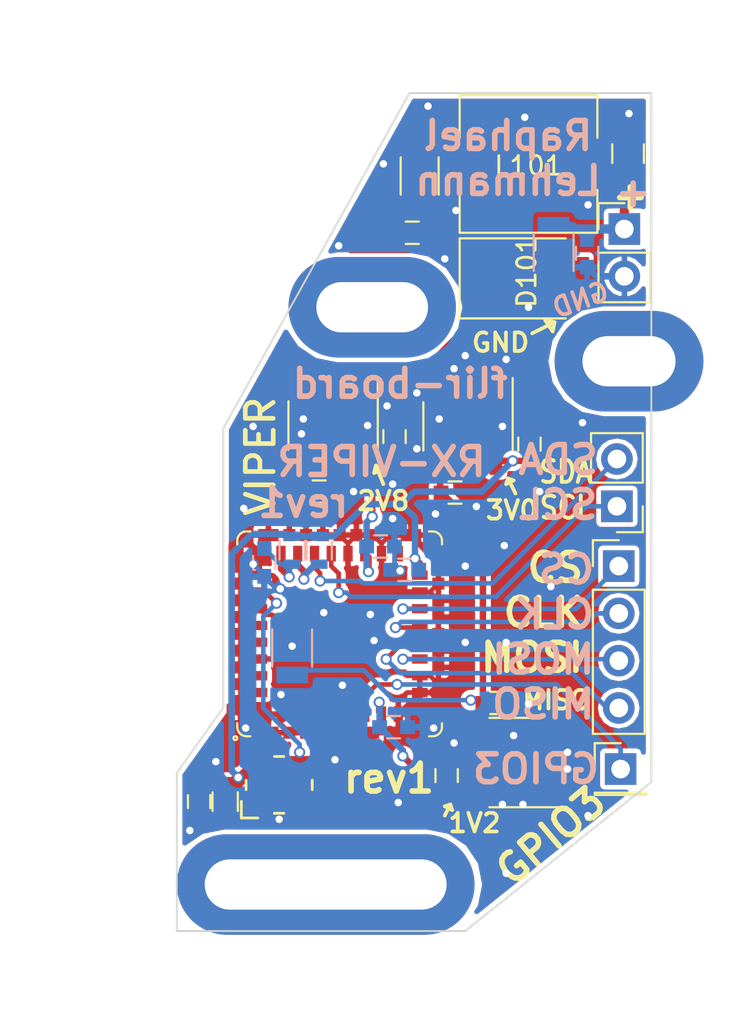
<source format=kicad_pcb>
(kicad_pcb (version 4) (host pcbnew 4.0.6)

  (general
    (links 124)
    (no_connects 0)
    (area 135 75 180.557143 130.000001)
    (thickness 1.6)
    (drawings 48)
    (tracks 570)
    (zones 0)
    (modules 34)
    (nets 18)
  )

  (page A4)
  (title_block
    (title "Flir Board")
    (date 2017-11-16)
    (rev rev1)
    (company VIPER)
  )

  (layers
    (0 F.Cu signal)
    (31 B.Cu signal)
    (32 B.Adhes user)
    (33 F.Adhes user)
    (34 B.Paste user)
    (35 F.Paste user)
    (36 B.SilkS user)
    (37 F.SilkS user)
    (38 B.Mask user)
    (39 F.Mask user)
    (40 Dwgs.User user)
    (41 Cmts.User user)
    (42 Eco1.User user)
    (43 Eco2.User user)
    (44 Edge.Cuts user)
    (45 Margin user)
    (46 B.CrtYd user)
    (47 F.CrtYd user)
    (48 B.Fab user hide)
    (49 F.Fab user hide)
  )

  (setup
    (last_trace_width 0.25)
    (user_trace_width 0.15)
    (user_trace_width 0.25)
    (user_trace_width 0.35)
    (user_trace_width 0.5)
    (trace_clearance 0.2)
    (zone_clearance 0.25)
    (zone_45_only no)
    (trace_min 0.15)
    (segment_width 0.2)
    (edge_width 0.2)
    (via_size 0.6)
    (via_drill 0.4)
    (via_min_size 0.4)
    (via_min_drill 0.3)
    (uvia_size 0.3)
    (uvia_drill 0.1)
    (uvias_allowed no)
    (uvia_min_size 0.2)
    (uvia_min_drill 0.1)
    (pcb_text_width 0.3)
    (pcb_text_size 1.5 1.5)
    (mod_edge_width 0.15)
    (mod_text_size 1 1)
    (mod_text_width 0.15)
    (pad_size 8 5.4)
    (pad_drill 5)
    (pad_to_mask_clearance 0.05)
    (aux_axis_origin 0 0)
    (visible_elements FFFFFF7F)
    (pcbplotparams
      (layerselection 0x010fc_80000001)
      (usegerberextensions true)
      (excludeedgelayer true)
      (linewidth 0.100000)
      (plotframeref false)
      (viasonmask false)
      (mode 1)
      (useauxorigin false)
      (hpglpennumber 1)
      (hpglpenspeed 20)
      (hpglpendiameter 15)
      (hpglpenoverlay 2)
      (psnegative false)
      (psa4output false)
      (plotreference true)
      (plotvalue true)
      (plotinvisibletext false)
      (padsonsilk false)
      (subtractmaskfromsilk false)
      (outputformat 1)
      (mirror false)
      (drillshape 0)
      (scaleselection 1)
      (outputdirectory gerber/))
  )

  (net 0 "")
  (net 1 +3V3)
  (net 2 GND)
  (net 3 /IN_3V3)
  (net 4 +2V8)
  (net 5 /3V)
  (net 6 +1V2)
  (net 7 /RESET)
  (net 8 /SCL)
  (net 9 /SDA)
  (net 10 /CS)
  (net 11 /CLK)
  (net 12 /MOSI)
  (net 13 /MISO)
  (net 14 /GPIO3)
  (net 15 /PWR_DWM)
  (net 16 "Net-(R105-Pad1)")
  (net 17 /CLK_25MHZ)

  (net_class Default "Dies ist die voreingestellte Netzklasse."
    (clearance 0.2)
    (trace_width 0.25)
    (via_dia 0.6)
    (via_drill 0.4)
    (uvia_dia 0.3)
    (uvia_drill 0.1)
    (add_net +1V2)
    (add_net +2V8)
    (add_net +3V3)
    (add_net /3V)
    (add_net /CLK)
    (add_net /CLK_25MHZ)
    (add_net /CS)
    (add_net /GPIO3)
    (add_net /IN_3V3)
    (add_net /MISO)
    (add_net /MOSI)
    (add_net /PWR_DWM)
    (add_net /RESET)
    (add_net /SCL)
    (add_net /SDA)
    (add_net GND)
    (add_net "Net-(R105-Pad1)")
  )

  (module Mounting_Holes:MountingHole_2.7mm_M2.5_Pad (layer F.Cu) (tedit 5A0D2968) (tstamp 5A0D25ED)
    (at 168.5 94.5)
    (descr "Mounting Hole 2.7mm, M2.5")
    (tags "mounting hole 2.7mm m2.5")
    (fp_text reference REF** (at 0 -3.7) (layer F.SilkS) hide
      (effects (font (size 1 1) (thickness 0.15)))
    )
    (fp_text value MountingHole_2.7mm_M2.5_Pad (at 0 3.7) (layer F.Fab)
      (effects (font (size 1 1) (thickness 0.15)))
    )
    (fp_circle (center 0 0) (end 2.7 0) (layer Cmts.User) (width 0.15))
    (fp_circle (center 0 0) (end 2.95 0) (layer F.CrtYd) (width 0.05))
    (pad 1 thru_hole oval (at 0.3 -0.1) (size 8 5.4) (drill oval 5 2.7) (layers *.Cu *.Mask))
  )

  (module Mounting_Holes:MountingHole_2.7mm_M2.5_Pad (layer F.Cu) (tedit 5A0D29A2) (tstamp 5A0D2018)
    (at 152.65 122.5)
    (descr "Mounting Hole 2.7mm, M2.5")
    (tags "mounting hole 2.7mm m2.5")
    (fp_text reference REF** (at 0 -3.7) (layer F.SilkS) hide
      (effects (font (size 1 1) (thickness 0.15)))
    )
    (fp_text value MountingHole_2.7mm_M2.5_Pad (at 0 3.7) (layer F.Fab)
      (effects (font (size 1 1) (thickness 0.15)))
    )
    (fp_circle (center 0 0) (end 2.7 0) (layer Cmts.User) (width 0.15))
    (fp_circle (center 0 0) (end 2.95 0) (layer F.CrtYd) (width 0.05))
    (pad 1 thru_hole oval (at -0.15 0) (size 16 5.4) (drill oval 13 2.7) (layers *.Cu *.Mask))
  )

  (module Capacitors_SMD:C_0603 (layer F.Cu) (tedit 5A0D294F) (tstamp 5A0CE4B1)
    (at 152.15 101.4)
    (descr "Capacitor SMD 0603, reflow soldering, AVX (see smccp.pdf)")
    (tags "capacitor 0603")
    (path /5A0CD8FE)
    (attr smd)
    (fp_text reference C101 (at 0 -1.5) (layer F.SilkS) hide
      (effects (font (size 1 1) (thickness 0.15)))
    )
    (fp_text value "10u 25V 0603" (at 0 1.5) (layer F.Fab)
      (effects (font (size 1 1) (thickness 0.15)))
    )
    (fp_text user %R (at 0 -1.5) (layer F.Fab)
      (effects (font (size 1 1) (thickness 0.15)))
    )
    (fp_line (start -0.8 0.4) (end -0.8 -0.4) (layer F.Fab) (width 0.1))
    (fp_line (start 0.8 0.4) (end -0.8 0.4) (layer F.Fab) (width 0.1))
    (fp_line (start 0.8 -0.4) (end 0.8 0.4) (layer F.Fab) (width 0.1))
    (fp_line (start -0.8 -0.4) (end 0.8 -0.4) (layer F.Fab) (width 0.1))
    (fp_line (start -0.35 -0.6) (end 0.35 -0.6) (layer F.SilkS) (width 0.12))
    (fp_line (start 0.35 0.6) (end -0.35 0.6) (layer F.SilkS) (width 0.12))
    (fp_line (start -1.4 -0.65) (end 1.4 -0.65) (layer F.CrtYd) (width 0.05))
    (fp_line (start -1.4 -0.65) (end -1.4 0.65) (layer F.CrtYd) (width 0.05))
    (fp_line (start 1.4 0.65) (end 1.4 -0.65) (layer F.CrtYd) (width 0.05))
    (fp_line (start 1.4 0.65) (end -1.4 0.65) (layer F.CrtYd) (width 0.05))
    (pad 1 smd rect (at -0.75 0) (size 0.8 0.75) (layers F.Cu F.Paste F.Mask)
      (net 1 +3V3))
    (pad 2 smd rect (at 0.75 0) (size 0.8 0.75) (layers F.Cu F.Paste F.Mask)
      (net 2 GND) (zone_connect 2))
    (model Capacitors_SMD.3dshapes/C_0603.wrl
      (at (xyz 0 0 0))
      (scale (xyz 1 1 1))
      (rotate (xyz 0 0 0))
    )
  )

  (module Capacitors_SMD:C_0603 (layer F.Cu) (tedit 5A0D2947) (tstamp 5A0CE4B7)
    (at 159.45 101.45)
    (descr "Capacitor SMD 0603, reflow soldering, AVX (see smccp.pdf)")
    (tags "capacitor 0603")
    (path /5A0CE27F)
    (attr smd)
    (fp_text reference C102 (at 0 -1.5) (layer F.SilkS) hide
      (effects (font (size 1 1) (thickness 0.15)))
    )
    (fp_text value "10u 25V 0603" (at 0 1.5) (layer F.Fab)
      (effects (font (size 1 1) (thickness 0.15)))
    )
    (fp_text user %R (at 0 -1.5) (layer F.Fab)
      (effects (font (size 1 1) (thickness 0.15)))
    )
    (fp_line (start -0.8 0.4) (end -0.8 -0.4) (layer F.Fab) (width 0.1))
    (fp_line (start 0.8 0.4) (end -0.8 0.4) (layer F.Fab) (width 0.1))
    (fp_line (start 0.8 -0.4) (end 0.8 0.4) (layer F.Fab) (width 0.1))
    (fp_line (start -0.8 -0.4) (end 0.8 -0.4) (layer F.Fab) (width 0.1))
    (fp_line (start -0.35 -0.6) (end 0.35 -0.6) (layer F.SilkS) (width 0.12))
    (fp_line (start 0.35 0.6) (end -0.35 0.6) (layer F.SilkS) (width 0.12))
    (fp_line (start -1.4 -0.65) (end 1.4 -0.65) (layer F.CrtYd) (width 0.05))
    (fp_line (start -1.4 -0.65) (end -1.4 0.65) (layer F.CrtYd) (width 0.05))
    (fp_line (start 1.4 0.65) (end 1.4 -0.65) (layer F.CrtYd) (width 0.05))
    (fp_line (start 1.4 0.65) (end -1.4 0.65) (layer F.CrtYd) (width 0.05))
    (pad 1 smd rect (at -0.75 0) (size 0.8 0.75) (layers F.Cu F.Paste F.Mask)
      (net 1 +3V3))
    (pad 2 smd rect (at 0.75 0) (size 0.8 0.75) (layers F.Cu F.Paste F.Mask)
      (net 2 GND) (zone_connect 2))
    (model Capacitors_SMD.3dshapes/C_0603.wrl
      (at (xyz 0 0 0))
      (scale (xyz 1 1 1))
      (rotate (xyz 0 0 0))
    )
  )

  (module Capacitors_SMD:C_0603 (layer F.Cu) (tedit 5A0D2997) (tstamp 5A0CE4BD)
    (at 161.7 112.75)
    (descr "Capacitor SMD 0603, reflow soldering, AVX (see smccp.pdf)")
    (tags "capacitor 0603")
    (path /5A0CE3A9)
    (attr smd)
    (fp_text reference C103 (at 0 -1.5) (layer F.SilkS) hide
      (effects (font (size 1 1) (thickness 0.15)))
    )
    (fp_text value 1u (at 0 1.5) (layer F.Fab)
      (effects (font (size 1 1) (thickness 0.15)))
    )
    (fp_text user %R (at 0 -1.5) (layer F.Fab)
      (effects (font (size 1 1) (thickness 0.15)))
    )
    (fp_line (start -0.8 0.4) (end -0.8 -0.4) (layer F.Fab) (width 0.1))
    (fp_line (start 0.8 0.4) (end -0.8 0.4) (layer F.Fab) (width 0.1))
    (fp_line (start 0.8 -0.4) (end 0.8 0.4) (layer F.Fab) (width 0.1))
    (fp_line (start -0.8 -0.4) (end 0.8 -0.4) (layer F.Fab) (width 0.1))
    (fp_line (start -0.35 -0.6) (end 0.35 -0.6) (layer F.SilkS) (width 0.12))
    (fp_line (start 0.35 0.6) (end -0.35 0.6) (layer F.SilkS) (width 0.12))
    (fp_line (start -1.4 -0.65) (end 1.4 -0.65) (layer F.CrtYd) (width 0.05))
    (fp_line (start -1.4 -0.65) (end -1.4 0.65) (layer F.CrtYd) (width 0.05))
    (fp_line (start 1.4 0.65) (end 1.4 -0.65) (layer F.CrtYd) (width 0.05))
    (fp_line (start 1.4 0.65) (end -1.4 0.65) (layer F.CrtYd) (width 0.05))
    (pad 1 smd rect (at -0.75 0) (size 0.8 0.75) (layers F.Cu F.Paste F.Mask)
      (net 1 +3V3))
    (pad 2 smd rect (at 0.75 0) (size 0.8 0.75) (layers F.Cu F.Paste F.Mask)
      (net 2 GND))
    (model Capacitors_SMD.3dshapes/C_0603.wrl
      (at (xyz 0 0 0))
      (scale (xyz 1 1 1))
      (rotate (xyz 0 0 0))
    )
  )

  (module Capacitors_SMD:C_0805 (layer F.Cu) (tedit 5A0D296C) (tstamp 5A0CE4C3)
    (at 168.75 83.25 90)
    (descr "Capacitor SMD 0805, reflow soldering, AVX (see smccp.pdf)")
    (tags "capacitor 0805")
    (path /5A07804C)
    (attr smd)
    (fp_text reference C104 (at 0 -1.5 90) (layer F.SilkS) hide
      (effects (font (size 1 1) (thickness 0.15)))
    )
    (fp_text value 10u (at 0 1.75 90) (layer F.Fab)
      (effects (font (size 1 1) (thickness 0.15)))
    )
    (fp_text user %R (at 0 -1.5 90) (layer F.Fab)
      (effects (font (size 1 1) (thickness 0.15)))
    )
    (fp_line (start -1 0.62) (end -1 -0.62) (layer F.Fab) (width 0.1))
    (fp_line (start 1 0.62) (end -1 0.62) (layer F.Fab) (width 0.1))
    (fp_line (start 1 -0.62) (end 1 0.62) (layer F.Fab) (width 0.1))
    (fp_line (start -1 -0.62) (end 1 -0.62) (layer F.Fab) (width 0.1))
    (fp_line (start 0.5 -0.85) (end -0.5 -0.85) (layer F.SilkS) (width 0.12))
    (fp_line (start -0.5 0.85) (end 0.5 0.85) (layer F.SilkS) (width 0.12))
    (fp_line (start -1.75 -0.88) (end 1.75 -0.88) (layer F.CrtYd) (width 0.05))
    (fp_line (start -1.75 -0.88) (end -1.75 0.87) (layer F.CrtYd) (width 0.05))
    (fp_line (start 1.75 0.87) (end 1.75 -0.88) (layer F.CrtYd) (width 0.05))
    (fp_line (start 1.75 0.87) (end -1.75 0.87) (layer F.CrtYd) (width 0.05))
    (pad 1 smd rect (at -1 0 90) (size 1 1.25) (layers F.Cu F.Paste F.Mask)
      (net 3 /IN_3V3))
    (pad 2 smd rect (at 1 0 90) (size 1 1.25) (layers F.Cu F.Paste F.Mask)
      (net 2 GND))
    (model Capacitors_SMD.3dshapes/C_0805.wrl
      (at (xyz 0 0 0))
      (scale (xyz 1 1 1))
      (rotate (xyz 0 0 0))
    )
  )

  (module Capacitors_SMD:C_0603 (layer B.Cu) (tedit 5A0D29E9) (tstamp 5A0CE4C9)
    (at 166.55 88.6 270)
    (descr "Capacitor SMD 0603, reflow soldering, AVX (see smccp.pdf)")
    (tags "capacitor 0603")
    (path /5A0520A1)
    (attr smd)
    (fp_text reference C105 (at 0 1.5 270) (layer B.SilkS) hide
      (effects (font (size 1 1) (thickness 0.15)) (justify mirror))
    )
    (fp_text value 100n (at 0 -1.5 270) (layer B.Fab)
      (effects (font (size 1 1) (thickness 0.15)) (justify mirror))
    )
    (fp_text user %R (at 0 1.5 270) (layer B.Fab)
      (effects (font (size 1 1) (thickness 0.15)) (justify mirror))
    )
    (fp_line (start -0.8 -0.4) (end -0.8 0.4) (layer B.Fab) (width 0.1))
    (fp_line (start 0.8 -0.4) (end -0.8 -0.4) (layer B.Fab) (width 0.1))
    (fp_line (start 0.8 0.4) (end 0.8 -0.4) (layer B.Fab) (width 0.1))
    (fp_line (start -0.8 0.4) (end 0.8 0.4) (layer B.Fab) (width 0.1))
    (fp_line (start -0.35 0.6) (end 0.35 0.6) (layer B.SilkS) (width 0.12))
    (fp_line (start 0.35 -0.6) (end -0.35 -0.6) (layer B.SilkS) (width 0.12))
    (fp_line (start -1.4 0.65) (end 1.4 0.65) (layer B.CrtYd) (width 0.05))
    (fp_line (start -1.4 0.65) (end -1.4 -0.65) (layer B.CrtYd) (width 0.05))
    (fp_line (start 1.4 -0.65) (end 1.4 0.65) (layer B.CrtYd) (width 0.05))
    (fp_line (start 1.4 -0.65) (end -1.4 -0.65) (layer B.CrtYd) (width 0.05))
    (pad 1 smd rect (at -0.75 0 270) (size 0.8 0.75) (layers B.Cu B.Paste B.Mask)
      (net 3 /IN_3V3))
    (pad 2 smd rect (at 0.75 0 270) (size 0.8 0.75) (layers B.Cu B.Paste B.Mask)
      (net 2 GND))
    (model Capacitors_SMD.3dshapes/C_0603.wrl
      (at (xyz 0 0 0))
      (scale (xyz 1 1 1))
      (rotate (xyz 0 0 0))
    )
  )

  (module Capacitors_SMD:C_0603 (layer F.Cu) (tedit 5A0D2973) (tstamp 5A0CE4CF)
    (at 157.15 87.5 180)
    (descr "Capacitor SMD 0603, reflow soldering, AVX (see smccp.pdf)")
    (tags "capacitor 0603")
    (path /5A0521E2)
    (attr smd)
    (fp_text reference C106 (at 0 -1.5 180) (layer F.SilkS) hide
      (effects (font (size 1 1) (thickness 0.15)))
    )
    (fp_text value 100n (at 0 1.5 180) (layer F.Fab)
      (effects (font (size 1 1) (thickness 0.15)))
    )
    (fp_text user %R (at 0 -1.5 180) (layer F.Fab)
      (effects (font (size 1 1) (thickness 0.15)))
    )
    (fp_line (start -0.8 0.4) (end -0.8 -0.4) (layer F.Fab) (width 0.1))
    (fp_line (start 0.8 0.4) (end -0.8 0.4) (layer F.Fab) (width 0.1))
    (fp_line (start 0.8 -0.4) (end 0.8 0.4) (layer F.Fab) (width 0.1))
    (fp_line (start -0.8 -0.4) (end 0.8 -0.4) (layer F.Fab) (width 0.1))
    (fp_line (start -0.35 -0.6) (end 0.35 -0.6) (layer F.SilkS) (width 0.12))
    (fp_line (start 0.35 0.6) (end -0.35 0.6) (layer F.SilkS) (width 0.12))
    (fp_line (start -1.4 -0.65) (end 1.4 -0.65) (layer F.CrtYd) (width 0.05))
    (fp_line (start -1.4 -0.65) (end -1.4 0.65) (layer F.CrtYd) (width 0.05))
    (fp_line (start 1.4 0.65) (end 1.4 -0.65) (layer F.CrtYd) (width 0.05))
    (fp_line (start 1.4 0.65) (end -1.4 0.65) (layer F.CrtYd) (width 0.05))
    (pad 1 smd rect (at -0.75 0 180) (size 0.8 0.75) (layers F.Cu F.Paste F.Mask)
      (net 1 +3V3))
    (pad 2 smd rect (at 0.75 0 180) (size 0.8 0.75) (layers F.Cu F.Paste F.Mask)
      (net 2 GND))
    (model Capacitors_SMD.3dshapes/C_0603.wrl
      (at (xyz 0 0 0))
      (scale (xyz 1 1 1))
      (rotate (xyz 0 0 0))
    )
  )

  (module Capacitors_SMD:C_0603 (layer F.Cu) (tedit 5A0D294C) (tstamp 5A0CE4D5)
    (at 156.2 98.45 90)
    (descr "Capacitor SMD 0603, reflow soldering, AVX (see smccp.pdf)")
    (tags "capacitor 0603")
    (path /5A0CD6A2)
    (attr smd)
    (fp_text reference C107 (at 0 -1.5 90) (layer F.SilkS) hide
      (effects (font (size 1 1) (thickness 0.15)))
    )
    (fp_text value "10u 25V 0603" (at 0 1.5 90) (layer F.Fab)
      (effects (font (size 1 1) (thickness 0.15)))
    )
    (fp_text user %R (at 0 -1.5 90) (layer F.Fab)
      (effects (font (size 1 1) (thickness 0.15)))
    )
    (fp_line (start -0.8 0.4) (end -0.8 -0.4) (layer F.Fab) (width 0.1))
    (fp_line (start 0.8 0.4) (end -0.8 0.4) (layer F.Fab) (width 0.1))
    (fp_line (start 0.8 -0.4) (end 0.8 0.4) (layer F.Fab) (width 0.1))
    (fp_line (start -0.8 -0.4) (end 0.8 -0.4) (layer F.Fab) (width 0.1))
    (fp_line (start -0.35 -0.6) (end 0.35 -0.6) (layer F.SilkS) (width 0.12))
    (fp_line (start 0.35 0.6) (end -0.35 0.6) (layer F.SilkS) (width 0.12))
    (fp_line (start -1.4 -0.65) (end 1.4 -0.65) (layer F.CrtYd) (width 0.05))
    (fp_line (start -1.4 -0.65) (end -1.4 0.65) (layer F.CrtYd) (width 0.05))
    (fp_line (start 1.4 0.65) (end 1.4 -0.65) (layer F.CrtYd) (width 0.05))
    (fp_line (start 1.4 0.65) (end -1.4 0.65) (layer F.CrtYd) (width 0.05))
    (pad 1 smd rect (at -0.75 0 90) (size 0.8 0.75) (layers F.Cu F.Paste F.Mask)
      (net 4 +2V8))
    (pad 2 smd rect (at 0.75 0 90) (size 0.8 0.75) (layers F.Cu F.Paste F.Mask)
      (net 2 GND) (zone_connect 2))
    (model Capacitors_SMD.3dshapes/C_0603.wrl
      (at (xyz 0 0 0))
      (scale (xyz 1 1 1))
      (rotate (xyz 0 0 0))
    )
  )

  (module Capacitors_SMD:C_0603 (layer F.Cu) (tedit 5A0D2944) (tstamp 5A0CE4DB)
    (at 163.45 98.85 90)
    (descr "Capacitor SMD 0603, reflow soldering, AVX (see smccp.pdf)")
    (tags "capacitor 0603")
    (path /5A0CE273)
    (attr smd)
    (fp_text reference C108 (at 0 -1.5 90) (layer F.SilkS) hide
      (effects (font (size 1 1) (thickness 0.15)))
    )
    (fp_text value "10u 25V 0603" (at 0 1.5 90) (layer F.Fab)
      (effects (font (size 1 1) (thickness 0.15)))
    )
    (fp_text user %R (at 0 -1.5 90) (layer F.Fab)
      (effects (font (size 1 1) (thickness 0.15)))
    )
    (fp_line (start -0.8 0.4) (end -0.8 -0.4) (layer F.Fab) (width 0.1))
    (fp_line (start 0.8 0.4) (end -0.8 0.4) (layer F.Fab) (width 0.1))
    (fp_line (start 0.8 -0.4) (end 0.8 0.4) (layer F.Fab) (width 0.1))
    (fp_line (start -0.8 -0.4) (end 0.8 -0.4) (layer F.Fab) (width 0.1))
    (fp_line (start -0.35 -0.6) (end 0.35 -0.6) (layer F.SilkS) (width 0.12))
    (fp_line (start 0.35 0.6) (end -0.35 0.6) (layer F.SilkS) (width 0.12))
    (fp_line (start -1.4 -0.65) (end 1.4 -0.65) (layer F.CrtYd) (width 0.05))
    (fp_line (start -1.4 -0.65) (end -1.4 0.65) (layer F.CrtYd) (width 0.05))
    (fp_line (start 1.4 0.65) (end 1.4 -0.65) (layer F.CrtYd) (width 0.05))
    (fp_line (start 1.4 0.65) (end -1.4 0.65) (layer F.CrtYd) (width 0.05))
    (pad 1 smd rect (at -0.75 0 90) (size 0.8 0.75) (layers F.Cu F.Paste F.Mask)
      (net 5 /3V))
    (pad 2 smd rect (at 0.75 0 90) (size 0.8 0.75) (layers F.Cu F.Paste F.Mask)
      (net 2 GND) (zone_connect 2))
    (model Capacitors_SMD.3dshapes/C_0603.wrl
      (at (xyz 0 0 0))
      (scale (xyz 1 1 1))
      (rotate (xyz 0 0 0))
    )
  )

  (module Capacitors_SMD:C_0603 (layer F.Cu) (tedit 5A0D29A0) (tstamp 5A0CE4E1)
    (at 159 116.65 90)
    (descr "Capacitor SMD 0603, reflow soldering, AVX (see smccp.pdf)")
    (tags "capacitor 0603")
    (path /5A0CE39D)
    (attr smd)
    (fp_text reference C109 (at 0 -1.5 90) (layer F.SilkS) hide
      (effects (font (size 1 1) (thickness 0.15)))
    )
    (fp_text value "10u 25V 0603" (at 0 1.5 90) (layer F.Fab)
      (effects (font (size 1 1) (thickness 0.15)))
    )
    (fp_text user %R (at 0 -1.5 90) (layer F.Fab)
      (effects (font (size 1 1) (thickness 0.15)))
    )
    (fp_line (start -0.8 0.4) (end -0.8 -0.4) (layer F.Fab) (width 0.1))
    (fp_line (start 0.8 0.4) (end -0.8 0.4) (layer F.Fab) (width 0.1))
    (fp_line (start 0.8 -0.4) (end 0.8 0.4) (layer F.Fab) (width 0.1))
    (fp_line (start -0.8 -0.4) (end 0.8 -0.4) (layer F.Fab) (width 0.1))
    (fp_line (start -0.35 -0.6) (end 0.35 -0.6) (layer F.SilkS) (width 0.12))
    (fp_line (start 0.35 0.6) (end -0.35 0.6) (layer F.SilkS) (width 0.12))
    (fp_line (start -1.4 -0.65) (end 1.4 -0.65) (layer F.CrtYd) (width 0.05))
    (fp_line (start -1.4 -0.65) (end -1.4 0.65) (layer F.CrtYd) (width 0.05))
    (fp_line (start 1.4 0.65) (end 1.4 -0.65) (layer F.CrtYd) (width 0.05))
    (fp_line (start 1.4 0.65) (end -1.4 0.65) (layer F.CrtYd) (width 0.05))
    (pad 1 smd rect (at -0.75 0 90) (size 0.8 0.75) (layers F.Cu F.Paste F.Mask)
      (net 6 +1V2))
    (pad 2 smd rect (at 0.75 0 90) (size 0.8 0.75) (layers F.Cu F.Paste F.Mask)
      (net 2 GND) (zone_connect 2))
    (model Capacitors_SMD.3dshapes/C_0603.wrl
      (at (xyz 0 0 0))
      (scale (xyz 1 1 1))
      (rotate (xyz 0 0 0))
    )
  )

  (module Capacitors_SMD:C_1206 (layer F.Cu) (tedit 5A0D296F) (tstamp 5A0CE4E7)
    (at 157.55 84.45 90)
    (descr "Capacitor SMD 1206, reflow soldering, AVX (see smccp.pdf)")
    (tags "capacitor 1206")
    (path /5A077F90)
    (attr smd)
    (fp_text reference C110 (at 0 -1.75 90) (layer F.SilkS) hide
      (effects (font (size 1 1) (thickness 0.15)))
    )
    (fp_text value "10u 1206" (at 0 2 90) (layer F.Fab)
      (effects (font (size 1 1) (thickness 0.15)))
    )
    (fp_text user %R (at 0 -1.75 90) (layer F.Fab)
      (effects (font (size 1 1) (thickness 0.15)))
    )
    (fp_line (start -1.6 0.8) (end -1.6 -0.8) (layer F.Fab) (width 0.1))
    (fp_line (start 1.6 0.8) (end -1.6 0.8) (layer F.Fab) (width 0.1))
    (fp_line (start 1.6 -0.8) (end 1.6 0.8) (layer F.Fab) (width 0.1))
    (fp_line (start -1.6 -0.8) (end 1.6 -0.8) (layer F.Fab) (width 0.1))
    (fp_line (start 1 -1.02) (end -1 -1.02) (layer F.SilkS) (width 0.12))
    (fp_line (start -1 1.02) (end 1 1.02) (layer F.SilkS) (width 0.12))
    (fp_line (start -2.25 -1.05) (end 2.25 -1.05) (layer F.CrtYd) (width 0.05))
    (fp_line (start -2.25 -1.05) (end -2.25 1.05) (layer F.CrtYd) (width 0.05))
    (fp_line (start 2.25 1.05) (end 2.25 -1.05) (layer F.CrtYd) (width 0.05))
    (fp_line (start 2.25 1.05) (end -2.25 1.05) (layer F.CrtYd) (width 0.05))
    (pad 1 smd rect (at -1.5 0 90) (size 1 1.6) (layers F.Cu F.Paste F.Mask)
      (net 1 +3V3))
    (pad 2 smd rect (at 1.5 0 90) (size 1 1.6) (layers F.Cu F.Paste F.Mask)
      (net 2 GND))
    (model Capacitors_SMD.3dshapes/C_1206.wrl
      (at (xyz 0 0 0))
      (scale (xyz 1 1 1))
      (rotate (xyz 0 0 0))
    )
  )

  (module Capacitors_SMD:C_0603 (layer B.Cu) (tedit 5A0D29DA) (tstamp 5A0CE4ED)
    (at 149.2 105.2 270)
    (descr "Capacitor SMD 0603, reflow soldering, AVX (see smccp.pdf)")
    (tags "capacitor 0603")
    (path /5A0D1E08)
    (attr smd)
    (fp_text reference C111 (at 0 1.5 270) (layer B.SilkS) hide
      (effects (font (size 1 1) (thickness 0.15)) (justify mirror))
    )
    (fp_text value "1u 0603" (at 0 -1.5 270) (layer B.Fab)
      (effects (font (size 1 1) (thickness 0.15)) (justify mirror))
    )
    (fp_text user %R (at 0 1.5 270) (layer B.Fab)
      (effects (font (size 1 1) (thickness 0.15)) (justify mirror))
    )
    (fp_line (start -0.8 -0.4) (end -0.8 0.4) (layer B.Fab) (width 0.1))
    (fp_line (start 0.8 -0.4) (end -0.8 -0.4) (layer B.Fab) (width 0.1))
    (fp_line (start 0.8 0.4) (end 0.8 -0.4) (layer B.Fab) (width 0.1))
    (fp_line (start -0.8 0.4) (end 0.8 0.4) (layer B.Fab) (width 0.1))
    (fp_line (start -0.35 0.6) (end 0.35 0.6) (layer B.SilkS) (width 0.12))
    (fp_line (start 0.35 -0.6) (end -0.35 -0.6) (layer B.SilkS) (width 0.12))
    (fp_line (start -1.4 0.65) (end 1.4 0.65) (layer B.CrtYd) (width 0.05))
    (fp_line (start -1.4 0.65) (end -1.4 -0.65) (layer B.CrtYd) (width 0.05))
    (fp_line (start 1.4 -0.65) (end 1.4 0.65) (layer B.CrtYd) (width 0.05))
    (fp_line (start 1.4 -0.65) (end -1.4 -0.65) (layer B.CrtYd) (width 0.05))
    (pad 1 smd rect (at -0.75 0 270) (size 0.8 0.75) (layers B.Cu B.Paste B.Mask)
      (net 7 /RESET))
    (pad 2 smd rect (at 0.75 0 270) (size 0.8 0.75) (layers B.Cu B.Paste B.Mask)
      (net 2 GND))
    (model Capacitors_SMD.3dshapes/C_0603.wrl
      (at (xyz 0 0 0))
      (scale (xyz 1 1 1))
      (rotate (xyz 0 0 0))
    )
  )

  (module Capacitors_SMD:C_0603 (layer F.Cu) (tedit 5A0D29A9) (tstamp 5A0CE4F3)
    (at 145.7 118.05 270)
    (descr "Capacitor SMD 0603, reflow soldering, AVX (see smccp.pdf)")
    (tags "capacitor 0603")
    (path /5A0529F7)
    (attr smd)
    (fp_text reference C112 (at 0 -1.5 270) (layer F.SilkS) hide
      (effects (font (size 1 1) (thickness 0.15)))
    )
    (fp_text value 10n (at 0 1.5 270) (layer F.Fab)
      (effects (font (size 1 1) (thickness 0.15)))
    )
    (fp_text user %R (at 0 -1.5 270) (layer F.Fab)
      (effects (font (size 1 1) (thickness 0.15)))
    )
    (fp_line (start -0.8 0.4) (end -0.8 -0.4) (layer F.Fab) (width 0.1))
    (fp_line (start 0.8 0.4) (end -0.8 0.4) (layer F.Fab) (width 0.1))
    (fp_line (start 0.8 -0.4) (end 0.8 0.4) (layer F.Fab) (width 0.1))
    (fp_line (start -0.8 -0.4) (end 0.8 -0.4) (layer F.Fab) (width 0.1))
    (fp_line (start -0.35 -0.6) (end 0.35 -0.6) (layer F.SilkS) (width 0.12))
    (fp_line (start 0.35 0.6) (end -0.35 0.6) (layer F.SilkS) (width 0.12))
    (fp_line (start -1.4 -0.65) (end 1.4 -0.65) (layer F.CrtYd) (width 0.05))
    (fp_line (start -1.4 -0.65) (end -1.4 0.65) (layer F.CrtYd) (width 0.05))
    (fp_line (start 1.4 0.65) (end 1.4 -0.65) (layer F.CrtYd) (width 0.05))
    (fp_line (start 1.4 0.65) (end -1.4 0.65) (layer F.CrtYd) (width 0.05))
    (pad 1 smd rect (at -0.75 0 270) (size 0.8 0.75) (layers F.Cu F.Paste F.Mask)
      (net 5 /3V))
    (pad 2 smd rect (at 0.75 0 270) (size 0.8 0.75) (layers F.Cu F.Paste F.Mask)
      (net 2 GND))
    (model Capacitors_SMD.3dshapes/C_0603.wrl
      (at (xyz 0 0 0))
      (scale (xyz 1 1 1))
      (rotate (xyz 0 0 0))
    )
  )

  (module Capacitors_SMD:C_0603 (layer B.Cu) (tedit 5A0D29D7) (tstamp 5A0CE4F9)
    (at 156.15 114.05)
    (descr "Capacitor SMD 0603, reflow soldering, AVX (see smccp.pdf)")
    (tags "capacitor 0603")
    (path /5A0D5288)
    (attr smd)
    (fp_text reference C113 (at 0 1.5) (layer B.SilkS) hide
      (effects (font (size 1 1) (thickness 0.15)) (justify mirror))
    )
    (fp_text value 100n (at 0 -1.5) (layer B.Fab)
      (effects (font (size 1 1) (thickness 0.15)) (justify mirror))
    )
    (fp_text user %R (at 0 1.5) (layer B.Fab)
      (effects (font (size 1 1) (thickness 0.15)) (justify mirror))
    )
    (fp_line (start -0.8 -0.4) (end -0.8 0.4) (layer B.Fab) (width 0.1))
    (fp_line (start 0.8 -0.4) (end -0.8 -0.4) (layer B.Fab) (width 0.1))
    (fp_line (start 0.8 0.4) (end 0.8 -0.4) (layer B.Fab) (width 0.1))
    (fp_line (start -0.8 0.4) (end 0.8 0.4) (layer B.Fab) (width 0.1))
    (fp_line (start -0.35 0.6) (end 0.35 0.6) (layer B.SilkS) (width 0.12))
    (fp_line (start 0.35 -0.6) (end -0.35 -0.6) (layer B.SilkS) (width 0.12))
    (fp_line (start -1.4 0.65) (end 1.4 0.65) (layer B.CrtYd) (width 0.05))
    (fp_line (start -1.4 0.65) (end -1.4 -0.65) (layer B.CrtYd) (width 0.05))
    (fp_line (start 1.4 -0.65) (end 1.4 0.65) (layer B.CrtYd) (width 0.05))
    (fp_line (start 1.4 -0.65) (end -1.4 -0.65) (layer B.CrtYd) (width 0.05))
    (pad 1 smd rect (at -0.75 0) (size 0.8 0.75) (layers B.Cu B.Paste B.Mask)
      (net 6 +1V2))
    (pad 2 smd rect (at 0.75 0) (size 0.8 0.75) (layers B.Cu B.Paste B.Mask)
      (net 2 GND))
    (model Capacitors_SMD.3dshapes/C_0603.wrl
      (at (xyz 0 0 0))
      (scale (xyz 1 1 1))
      (rotate (xyz 0 0 0))
    )
  )

  (module Capacitors_SMD:C_0603 (layer B.Cu) (tedit 5A0D29E4) (tstamp 5A0CE4FF)
    (at 156.75 105.6 180)
    (descr "Capacitor SMD 0603, reflow soldering, AVX (see smccp.pdf)")
    (tags "capacitor 0603")
    (path /5A0D5390)
    (attr smd)
    (fp_text reference C114 (at 0 1.5 180) (layer B.SilkS) hide
      (effects (font (size 1 1) (thickness 0.15)) (justify mirror))
    )
    (fp_text value 100n (at 0 -1.5 180) (layer B.Fab)
      (effects (font (size 1 1) (thickness 0.15)) (justify mirror))
    )
    (fp_text user %R (at 0 1.5 180) (layer B.Fab)
      (effects (font (size 1 1) (thickness 0.15)) (justify mirror))
    )
    (fp_line (start -0.8 -0.4) (end -0.8 0.4) (layer B.Fab) (width 0.1))
    (fp_line (start 0.8 -0.4) (end -0.8 -0.4) (layer B.Fab) (width 0.1))
    (fp_line (start 0.8 0.4) (end 0.8 -0.4) (layer B.Fab) (width 0.1))
    (fp_line (start -0.8 0.4) (end 0.8 0.4) (layer B.Fab) (width 0.1))
    (fp_line (start -0.35 0.6) (end 0.35 0.6) (layer B.SilkS) (width 0.12))
    (fp_line (start 0.35 -0.6) (end -0.35 -0.6) (layer B.SilkS) (width 0.12))
    (fp_line (start -1.4 0.65) (end 1.4 0.65) (layer B.CrtYd) (width 0.05))
    (fp_line (start -1.4 0.65) (end -1.4 -0.65) (layer B.CrtYd) (width 0.05))
    (fp_line (start 1.4 -0.65) (end 1.4 0.65) (layer B.CrtYd) (width 0.05))
    (fp_line (start 1.4 -0.65) (end -1.4 -0.65) (layer B.CrtYd) (width 0.05))
    (pad 1 smd rect (at -0.75 0 180) (size 0.8 0.75) (layers B.Cu B.Paste B.Mask)
      (net 5 /3V))
    (pad 2 smd rect (at 0.75 0 180) (size 0.8 0.75) (layers B.Cu B.Paste B.Mask)
      (net 2 GND))
    (model Capacitors_SMD.3dshapes/C_0603.wrl
      (at (xyz 0 0 0))
      (scale (xyz 1 1 1))
      (rotate (xyz 0 0 0))
    )
  )

  (module Capacitors_SMD:C_0603 (layer B.Cu) (tedit 5A0D29DC) (tstamp 5A0CE505)
    (at 155.45 104.35)
    (descr "Capacitor SMD 0603, reflow soldering, AVX (see smccp.pdf)")
    (tags "capacitor 0603")
    (path /5A0D53FE)
    (attr smd)
    (fp_text reference C115 (at 0 1.5) (layer B.SilkS) hide
      (effects (font (size 1 1) (thickness 0.15)) (justify mirror))
    )
    (fp_text value 100n (at 0 -1.5) (layer B.Fab)
      (effects (font (size 1 1) (thickness 0.15)) (justify mirror))
    )
    (fp_text user %R (at 0 1.5) (layer B.Fab)
      (effects (font (size 1 1) (thickness 0.15)) (justify mirror))
    )
    (fp_line (start -0.8 -0.4) (end -0.8 0.4) (layer B.Fab) (width 0.1))
    (fp_line (start 0.8 -0.4) (end -0.8 -0.4) (layer B.Fab) (width 0.1))
    (fp_line (start 0.8 0.4) (end 0.8 -0.4) (layer B.Fab) (width 0.1))
    (fp_line (start -0.8 0.4) (end 0.8 0.4) (layer B.Fab) (width 0.1))
    (fp_line (start -0.35 0.6) (end 0.35 0.6) (layer B.SilkS) (width 0.12))
    (fp_line (start 0.35 -0.6) (end -0.35 -0.6) (layer B.SilkS) (width 0.12))
    (fp_line (start -1.4 0.65) (end 1.4 0.65) (layer B.CrtYd) (width 0.05))
    (fp_line (start -1.4 0.65) (end -1.4 -0.65) (layer B.CrtYd) (width 0.05))
    (fp_line (start 1.4 -0.65) (end 1.4 0.65) (layer B.CrtYd) (width 0.05))
    (fp_line (start 1.4 -0.65) (end -1.4 -0.65) (layer B.CrtYd) (width 0.05))
    (pad 1 smd rect (at -0.75 0) (size 0.8 0.75) (layers B.Cu B.Paste B.Mask)
      (net 4 +2V8))
    (pad 2 smd rect (at 0.75 0) (size 0.8 0.75) (layers B.Cu B.Paste B.Mask)
      (net 2 GND))
    (model Capacitors_SMD.3dshapes/C_0603.wrl
      (at (xyz 0 0 0))
      (scale (xyz 1 1 1))
      (rotate (xyz 0 0 0))
    )
  )

  (module Diodes_SMD:D_SMB_Standard (layer F.Cu) (tedit 58645DF3) (tstamp 5A0CE50B)
    (at 163.25 89.95)
    (descr "Diode SMB Standard")
    (tags "Diode SMB Standard")
    (path /5A0CBFA8)
    (attr smd)
    (fp_text reference D101 (at 0.05 -0.35 90) (layer F.SilkS)
      (effects (font (size 1 1) (thickness 0.15)))
    )
    (fp_text value SMBJ3V3HE3 (at 0.05 4.7) (layer F.Fab)
      (effects (font (size 1 1) (thickness 0.15)))
    )
    (fp_line (start -3.55 -2.15) (end -3.55 2.15) (layer F.SilkS) (width 0.12))
    (fp_line (start 2.3 2) (end -2.3 2) (layer F.Fab) (width 0.1))
    (fp_line (start -2.3 2) (end -2.3 -2) (layer F.Fab) (width 0.1))
    (fp_line (start 2.3 -2) (end 2.3 2) (layer F.Fab) (width 0.1))
    (fp_line (start 2.3 -2) (end -2.3 -2) (layer F.Fab) (width 0.1))
    (fp_line (start -3.65 -2.25) (end 3.65 -2.25) (layer F.CrtYd) (width 0.05))
    (fp_line (start 3.65 -2.25) (end 3.65 2.25) (layer F.CrtYd) (width 0.05))
    (fp_line (start 3.65 2.25) (end -3.65 2.25) (layer F.CrtYd) (width 0.05))
    (fp_line (start -3.65 2.25) (end -3.65 -2.25) (layer F.CrtYd) (width 0.05))
    (fp_line (start -0.64944 0.00102) (end -1.55114 0.00102) (layer F.Fab) (width 0.1))
    (fp_line (start 0.50118 0.00102) (end 1.4994 0.00102) (layer F.Fab) (width 0.1))
    (fp_line (start -0.64944 -0.79908) (end -0.64944 0.80112) (layer F.Fab) (width 0.1))
    (fp_line (start 0.50118 0.75032) (end 0.50118 -0.79908) (layer F.Fab) (width 0.1))
    (fp_line (start -0.64944 0.00102) (end 0.50118 0.75032) (layer F.Fab) (width 0.1))
    (fp_line (start -0.64944 0.00102) (end 0.50118 -0.79908) (layer F.Fab) (width 0.1))
    (fp_line (start -3.55 2.15) (end 2.15 2.15) (layer F.SilkS) (width 0.12))
    (fp_line (start -3.55 -2.15) (end 2.15 -2.15) (layer F.SilkS) (width 0.12))
    (pad 1 smd rect (at -2.15 0) (size 2.5 2.3) (layers F.Cu F.Paste F.Mask)
      (net 1 +3V3))
    (pad 2 smd rect (at 2.15 0) (size 2.5 2.3) (layers F.Cu F.Paste F.Mask)
      (net 2 GND))
    (model Diodes_SMD.3dshapes/D_SMB_Standard.wrl
      (at (xyz 0 0 0))
      (scale (xyz 0.3937 0.3937 0.3937))
      (rotate (xyz 0 0 180))
    )
  )

  (module Pin_Headers:Pin_Header_Straight_1x02_Pitch2.54mm (layer F.Cu) (tedit 5A0D2965) (tstamp 5A0CE511)
    (at 168.55 87.3)
    (descr "Through hole straight pin header, 1x02, 2.54mm pitch, single row")
    (tags "Through hole pin header THT 1x02 2.54mm single row")
    (path /5A051C38)
    (fp_text reference J101 (at 0 -2.39) (layer F.SilkS) hide
      (effects (font (size 1 1) (thickness 0.15)))
    )
    (fp_text value POWER (at 0 4.93) (layer F.Fab)
      (effects (font (size 1 1) (thickness 0.15)))
    )
    (fp_line (start -1.27 -1.27) (end -1.27 3.81) (layer F.Fab) (width 0.1))
    (fp_line (start -1.27 3.81) (end 1.27 3.81) (layer F.Fab) (width 0.1))
    (fp_line (start 1.27 3.81) (end 1.27 -1.27) (layer F.Fab) (width 0.1))
    (fp_line (start 1.27 -1.27) (end -1.27 -1.27) (layer F.Fab) (width 0.1))
    (fp_line (start -1.39 1.27) (end -1.39 3.93) (layer F.SilkS) (width 0.12))
    (fp_line (start -1.39 3.93) (end 1.39 3.93) (layer F.SilkS) (width 0.12))
    (fp_line (start 1.39 3.93) (end 1.39 1.27) (layer F.SilkS) (width 0.12))
    (fp_line (start 1.39 1.27) (end -1.39 1.27) (layer F.SilkS) (width 0.12))
    (fp_line (start -1.39 0) (end -1.39 -1.39) (layer F.SilkS) (width 0.12))
    (fp_line (start -1.39 -1.39) (end 0 -1.39) (layer F.SilkS) (width 0.12))
    (fp_line (start -1.6 -1.6) (end -1.6 4.1) (layer F.CrtYd) (width 0.05))
    (fp_line (start -1.6 4.1) (end 1.6 4.1) (layer F.CrtYd) (width 0.05))
    (fp_line (start 1.6 4.1) (end 1.6 -1.6) (layer F.CrtYd) (width 0.05))
    (fp_line (start 1.6 -1.6) (end -1.6 -1.6) (layer F.CrtYd) (width 0.05))
    (pad 1 thru_hole rect (at 0 0) (size 1.7 1.7) (drill 1) (layers *.Cu *.Mask)
      (net 3 /IN_3V3))
    (pad 2 thru_hole oval (at 0 2.54) (size 1.7 1.7) (drill 1) (layers *.Cu *.Mask)
      (net 2 GND))
    (model Pin_Headers.3dshapes/Pin_Header_Straight_1x02_Pitch2.54mm.wrl
      (at (xyz 0 -0.05 0))
      (scale (xyz 1 1 1))
      (rotate (xyz 0 0 90))
    )
  )

  (module Pin_Headers:Pin_Header_Straight_1x02_Pitch2.54mm (layer F.Cu) (tedit 5A0D29B1) (tstamp 5A0CE517)
    (at 168.15 102.19 180)
    (descr "Through hole straight pin header, 1x02, 2.54mm pitch, single row")
    (tags "Through hole pin header THT 1x02 2.54mm single row")
    (path /5A0518F4)
    (fp_text reference J102 (at 0 -2.39 180) (layer F.SilkS) hide
      (effects (font (size 1 1) (thickness 0.15)))
    )
    (fp_text value I2C (at 0 4.93 180) (layer F.Fab)
      (effects (font (size 1 1) (thickness 0.15)))
    )
    (fp_line (start -1.27 -1.27) (end -1.27 3.81) (layer F.Fab) (width 0.1))
    (fp_line (start -1.27 3.81) (end 1.27 3.81) (layer F.Fab) (width 0.1))
    (fp_line (start 1.27 3.81) (end 1.27 -1.27) (layer F.Fab) (width 0.1))
    (fp_line (start 1.27 -1.27) (end -1.27 -1.27) (layer F.Fab) (width 0.1))
    (fp_line (start -1.39 1.27) (end -1.39 3.93) (layer F.SilkS) (width 0.12))
    (fp_line (start -1.39 3.93) (end 1.39 3.93) (layer F.SilkS) (width 0.12))
    (fp_line (start 1.39 3.93) (end 1.39 1.27) (layer F.SilkS) (width 0.12))
    (fp_line (start 1.39 1.27) (end -1.39 1.27) (layer F.SilkS) (width 0.12))
    (fp_line (start -1.39 0) (end -1.39 -1.39) (layer F.SilkS) (width 0.12))
    (fp_line (start -1.39 -1.39) (end 0 -1.39) (layer F.SilkS) (width 0.12))
    (fp_line (start -1.6 -1.6) (end -1.6 4.1) (layer F.CrtYd) (width 0.05))
    (fp_line (start -1.6 4.1) (end 1.6 4.1) (layer F.CrtYd) (width 0.05))
    (fp_line (start 1.6 4.1) (end 1.6 -1.6) (layer F.CrtYd) (width 0.05))
    (fp_line (start 1.6 -1.6) (end -1.6 -1.6) (layer F.CrtYd) (width 0.05))
    (pad 1 thru_hole rect (at 0 0 180) (size 1.7 1.7) (drill 1) (layers *.Cu *.Mask)
      (net 8 /SCL))
    (pad 2 thru_hole oval (at 0 2.54 180) (size 1.7 1.7) (drill 1) (layers *.Cu *.Mask)
      (net 9 /SDA))
    (model Pin_Headers.3dshapes/Pin_Header_Straight_1x02_Pitch2.54mm.wrl
      (at (xyz 0 -0.05 0))
      (scale (xyz 1 1 1))
      (rotate (xyz 0 0 90))
    )
  )

  (module Pin_Headers:Pin_Header_Straight_1x04_Pitch2.54mm (layer F.Cu) (tedit 5A0D29AF) (tstamp 5A0CE51F)
    (at 168.25 105.4)
    (descr "Through hole straight pin header, 1x04, 2.54mm pitch, single row")
    (tags "Through hole pin header THT 1x04 2.54mm single row")
    (path /5A0517A1)
    (fp_text reference J103 (at 0 -2.39) (layer F.SilkS) hide
      (effects (font (size 1 1) (thickness 0.15)))
    )
    (fp_text value SPI (at 0 10.01) (layer F.Fab)
      (effects (font (size 1 1) (thickness 0.15)))
    )
    (fp_line (start -1.27 -1.27) (end -1.27 8.89) (layer F.Fab) (width 0.1))
    (fp_line (start -1.27 8.89) (end 1.27 8.89) (layer F.Fab) (width 0.1))
    (fp_line (start 1.27 8.89) (end 1.27 -1.27) (layer F.Fab) (width 0.1))
    (fp_line (start 1.27 -1.27) (end -1.27 -1.27) (layer F.Fab) (width 0.1))
    (fp_line (start -1.39 1.27) (end -1.39 9.01) (layer F.SilkS) (width 0.12))
    (fp_line (start -1.39 9.01) (end 1.39 9.01) (layer F.SilkS) (width 0.12))
    (fp_line (start 1.39 9.01) (end 1.39 1.27) (layer F.SilkS) (width 0.12))
    (fp_line (start 1.39 1.27) (end -1.39 1.27) (layer F.SilkS) (width 0.12))
    (fp_line (start -1.39 0) (end -1.39 -1.39) (layer F.SilkS) (width 0.12))
    (fp_line (start -1.39 -1.39) (end 0 -1.39) (layer F.SilkS) (width 0.12))
    (fp_line (start -1.6 -1.6) (end -1.6 9.2) (layer F.CrtYd) (width 0.05))
    (fp_line (start -1.6 9.2) (end 1.6 9.2) (layer F.CrtYd) (width 0.05))
    (fp_line (start 1.6 9.2) (end 1.6 -1.6) (layer F.CrtYd) (width 0.05))
    (fp_line (start 1.6 -1.6) (end -1.6 -1.6) (layer F.CrtYd) (width 0.05))
    (pad 1 thru_hole rect (at 0 0) (size 1.7 1.7) (drill 1) (layers *.Cu *.Mask)
      (net 10 /CS))
    (pad 2 thru_hole oval (at 0 2.54) (size 1.7 1.7) (drill 1) (layers *.Cu *.Mask)
      (net 11 /CLK))
    (pad 3 thru_hole oval (at 0 5.08) (size 1.7 1.7) (drill 1) (layers *.Cu *.Mask)
      (net 12 /MOSI))
    (pad 4 thru_hole oval (at 0 7.62) (size 1.7 1.7) (drill 1) (layers *.Cu *.Mask)
      (net 13 /MISO))
    (model Pin_Headers.3dshapes/Pin_Header_Straight_1x04_Pitch2.54mm.wrl
      (at (xyz 0 -0.15 0))
      (scale (xyz 1 1 1))
      (rotate (xyz 0 0 90))
    )
  )

  (module Pin_Headers:Pin_Header_Straight_1x01_Pitch2.54mm (layer F.Cu) (tedit 5A0D299D) (tstamp 5A0CE524)
    (at 168.35 116.3)
    (descr "Through hole straight pin header, 1x01, 2.54mm pitch, single row")
    (tags "Through hole pin header THT 1x01 2.54mm single row")
    (path /5A051A3F)
    (fp_text reference J104 (at 0 -2.39) (layer F.SilkS) hide
      (effects (font (size 1 1) (thickness 0.15)))
    )
    (fp_text value GPIO3 (at 0 2.39) (layer F.Fab)
      (effects (font (size 1 1) (thickness 0.15)))
    )
    (fp_line (start -1.27 -1.27) (end -1.27 1.27) (layer F.Fab) (width 0.1))
    (fp_line (start -1.27 1.27) (end 1.27 1.27) (layer F.Fab) (width 0.1))
    (fp_line (start 1.27 1.27) (end 1.27 -1.27) (layer F.Fab) (width 0.1))
    (fp_line (start 1.27 -1.27) (end -1.27 -1.27) (layer F.Fab) (width 0.1))
    (fp_line (start -1.39 1.27) (end -1.39 1.39) (layer F.SilkS) (width 0.12))
    (fp_line (start -1.39 1.39) (end 1.39 1.39) (layer F.SilkS) (width 0.12))
    (fp_line (start 1.39 1.39) (end 1.39 1.27) (layer F.SilkS) (width 0.12))
    (fp_line (start 1.39 1.27) (end -1.39 1.27) (layer F.SilkS) (width 0.12))
    (fp_line (start -1.39 0) (end -1.39 -1.39) (layer F.SilkS) (width 0.12))
    (fp_line (start -1.39 -1.39) (end 0 -1.39) (layer F.SilkS) (width 0.12))
    (fp_line (start -1.6 -1.6) (end -1.6 1.6) (layer F.CrtYd) (width 0.05))
    (fp_line (start -1.6 1.6) (end 1.6 1.6) (layer F.CrtYd) (width 0.05))
    (fp_line (start 1.6 1.6) (end 1.6 -1.6) (layer F.CrtYd) (width 0.05))
    (fp_line (start 1.6 -1.6) (end -1.6 -1.6) (layer F.CrtYd) (width 0.05))
    (pad 1 thru_hole rect (at 0 0) (size 1.7 1.7) (drill 1) (layers *.Cu *.Mask)
      (net 14 /GPIO3))
    (model Pin_Headers.3dshapes/Pin_Header_Straight_1x01_Pitch2.54mm.wrl
      (at (xyz 0 0 0))
      (scale (xyz 1 1 1))
      (rotate (xyz 0 0 90))
    )
  )

  (module Inductors_SMD:L_7.3x7.3_H3.5 (layer F.Cu) (tedit 587CD983) (tstamp 5A0CE52A)
    (at 163.4 83.8 180)
    (descr "Choke, SMD, 7.3x7.3mm 3.5mm height")
    (tags "Choke SMD")
    (path /5A051F84)
    (attr smd)
    (fp_text reference L101 (at 0 -0.1 180) (layer F.SilkS)
      (effects (font (size 1 1) (thickness 0.15)))
    )
    (fp_text value SRR0603-100ML (at 0 4.45 180) (layer F.Fab)
      (effects (font (size 1 1) (thickness 0.15)))
    )
    (fp_line (start 3.7 1.4) (end 3.7 3.7) (layer F.SilkS) (width 0.12))
    (fp_line (start 3.7 3.7) (end -3.7 3.7) (layer F.SilkS) (width 0.12))
    (fp_line (start -3.7 3.7) (end -3.7 1.4) (layer F.SilkS) (width 0.12))
    (fp_line (start -3.7 -1.4) (end -3.7 -3.7) (layer F.SilkS) (width 0.12))
    (fp_line (start -3.7 -3.7) (end 3.7 -3.7) (layer F.SilkS) (width 0.12))
    (fp_line (start 3.7 -3.7) (end 3.7 -1.4) (layer F.SilkS) (width 0.12))
    (fp_line (start -4.2 -3.9) (end -4.2 3.9) (layer F.CrtYd) (width 0.05))
    (fp_line (start -4.2 3.9) (end 4.2 3.9) (layer F.CrtYd) (width 0.05))
    (fp_line (start 4.2 3.9) (end 4.2 -3.9) (layer F.CrtYd) (width 0.05))
    (fp_line (start 4.2 -3.9) (end -4.2 -3.9) (layer F.CrtYd) (width 0.05))
    (fp_line (start 3.65 3.65) (end 3.65 1.4) (layer F.Fab) (width 0.1))
    (fp_line (start 3.65 -3.65) (end 3.65 -1.4) (layer F.Fab) (width 0.1))
    (fp_line (start -3.65 3.65) (end -3.65 1.4) (layer F.Fab) (width 0.1))
    (fp_line (start -3.65 -3.65) (end -3.65 -1.4) (layer F.Fab) (width 0.1))
    (fp_line (start 3.65 3.65) (end -3.65 3.65) (layer F.Fab) (width 0.1))
    (fp_line (start -3.65 -3.65) (end 3.65 -3.65) (layer F.Fab) (width 0.1))
    (fp_arc (start 0 0) (end 2.29 2.29) (angle 90) (layer F.Fab) (width 0.1))
    (fp_arc (start 0 0) (end -2.29 -2.29) (angle 90) (layer F.Fab) (width 0.1))
    (pad 1 smd rect (at -3.2 0 180) (size 1.5 2.2) (layers F.Cu F.Paste F.Mask)
      (net 3 /IN_3V3))
    (pad 2 smd rect (at 3.2 0 180) (size 1.5 2.2) (layers F.Cu F.Paste F.Mask)
      (net 1 +3V3))
  )

  (module Resistors_SMD:R_1206 (layer B.Cu) (tedit 5A0D29EF) (tstamp 5A0CE530)
    (at 164.75 88.55 270)
    (descr "Resistor SMD 1206, reflow soldering, Vishay (see dcrcw.pdf)")
    (tags "resistor 1206")
    (path /5A0D5DE0)
    (attr smd)
    (fp_text reference R101 (at 0 1.85 270) (layer B.SilkS) hide
      (effects (font (size 1 1) (thickness 0.15)) (justify mirror))
    )
    (fp_text value HEAT (at 0 -1.95 270) (layer B.Fab)
      (effects (font (size 1 1) (thickness 0.15)) (justify mirror))
    )
    (fp_text user %R (at 0 1.85 270) (layer B.Fab)
      (effects (font (size 1 1) (thickness 0.15)) (justify mirror))
    )
    (fp_line (start -1.6 -0.8) (end -1.6 0.8) (layer B.Fab) (width 0.1))
    (fp_line (start 1.6 -0.8) (end -1.6 -0.8) (layer B.Fab) (width 0.1))
    (fp_line (start 1.6 0.8) (end 1.6 -0.8) (layer B.Fab) (width 0.1))
    (fp_line (start -1.6 0.8) (end 1.6 0.8) (layer B.Fab) (width 0.1))
    (fp_line (start 1 -1.07) (end -1 -1.07) (layer B.SilkS) (width 0.12))
    (fp_line (start -1 1.07) (end 1 1.07) (layer B.SilkS) (width 0.12))
    (fp_line (start -2.15 1.11) (end 2.15 1.11) (layer B.CrtYd) (width 0.05))
    (fp_line (start -2.15 1.11) (end -2.15 -1.1) (layer B.CrtYd) (width 0.05))
    (fp_line (start 2.15 -1.1) (end 2.15 1.11) (layer B.CrtYd) (width 0.05))
    (fp_line (start 2.15 -1.1) (end -2.15 -1.1) (layer B.CrtYd) (width 0.05))
    (pad 1 smd rect (at -1.45 0 270) (size 0.9 1.7) (layers B.Cu B.Paste B.Mask)
      (net 3 /IN_3V3))
    (pad 2 smd rect (at 1.45 0 270) (size 0.9 1.7) (layers B.Cu B.Paste B.Mask)
      (net 2 GND) (zone_connect 2))
    (model Resistors_SMD.3dshapes/R_1206.wrl
      (at (xyz 0 0 0))
      (scale (xyz 1 1 1))
      (rotate (xyz 0 0 0))
    )
  )

  (module Resistors_SMD:R_1206 (layer B.Cu) (tedit 5A0D29D5) (tstamp 5A0CE536)
    (at 150.7 109.8 90)
    (descr "Resistor SMD 1206, reflow soldering, Vishay (see dcrcw.pdf)")
    (tags "resistor 1206")
    (path /5A0D5ECC)
    (attr smd)
    (fp_text reference R102 (at 0 1.85 90) (layer B.SilkS) hide
      (effects (font (size 1 1) (thickness 0.15)) (justify mirror))
    )
    (fp_text value HEAT (at 0 -1.95 90) (layer B.Fab)
      (effects (font (size 1 1) (thickness 0.15)) (justify mirror))
    )
    (fp_text user %R (at 0 1.85 90) (layer B.Fab)
      (effects (font (size 1 1) (thickness 0.15)) (justify mirror))
    )
    (fp_line (start -1.6 -0.8) (end -1.6 0.8) (layer B.Fab) (width 0.1))
    (fp_line (start 1.6 -0.8) (end -1.6 -0.8) (layer B.Fab) (width 0.1))
    (fp_line (start 1.6 0.8) (end 1.6 -0.8) (layer B.Fab) (width 0.1))
    (fp_line (start -1.6 0.8) (end 1.6 0.8) (layer B.Fab) (width 0.1))
    (fp_line (start 1 -1.07) (end -1 -1.07) (layer B.SilkS) (width 0.12))
    (fp_line (start -1 1.07) (end 1 1.07) (layer B.SilkS) (width 0.12))
    (fp_line (start -2.15 1.11) (end 2.15 1.11) (layer B.CrtYd) (width 0.05))
    (fp_line (start -2.15 1.11) (end -2.15 -1.1) (layer B.CrtYd) (width 0.05))
    (fp_line (start 2.15 -1.1) (end 2.15 1.11) (layer B.CrtYd) (width 0.05))
    (fp_line (start 2.15 -1.1) (end -2.15 -1.1) (layer B.CrtYd) (width 0.05))
    (pad 1 smd rect (at -1.45 0 90) (size 0.9 1.7) (layers B.Cu B.Paste B.Mask)
      (net 1 +3V3))
    (pad 2 smd rect (at 1.45 0 90) (size 0.9 1.7) (layers B.Cu B.Paste B.Mask)
      (net 2 GND) (zone_connect 2))
    (model Resistors_SMD.3dshapes/R_1206.wrl
      (at (xyz 0 0 0))
      (scale (xyz 1 1 1))
      (rotate (xyz 0 0 0))
    )
  )

  (module Resistors_SMD:R_0603 (layer B.Cu) (tedit 5A0D29E1) (tstamp 5A0CE53C)
    (at 150.7 104.55 270)
    (descr "Resistor SMD 0603, reflow soldering, Vishay (see dcrcw.pdf)")
    (tags "resistor 0603")
    (path /5A0D1DB5)
    (attr smd)
    (fp_text reference R103 (at 0 1.45 270) (layer B.SilkS) hide
      (effects (font (size 1 1) (thickness 0.15)) (justify mirror))
    )
    (fp_text value 10k (at 0 -1.5 270) (layer B.Fab)
      (effects (font (size 1 1) (thickness 0.15)) (justify mirror))
    )
    (fp_text user %R (at 0 1.45 270) (layer B.Fab)
      (effects (font (size 1 1) (thickness 0.15)) (justify mirror))
    )
    (fp_line (start -0.8 -0.4) (end -0.8 0.4) (layer B.Fab) (width 0.1))
    (fp_line (start 0.8 -0.4) (end -0.8 -0.4) (layer B.Fab) (width 0.1))
    (fp_line (start 0.8 0.4) (end 0.8 -0.4) (layer B.Fab) (width 0.1))
    (fp_line (start -0.8 0.4) (end 0.8 0.4) (layer B.Fab) (width 0.1))
    (fp_line (start 0.5 -0.68) (end -0.5 -0.68) (layer B.SilkS) (width 0.12))
    (fp_line (start -0.5 0.68) (end 0.5 0.68) (layer B.SilkS) (width 0.12))
    (fp_line (start -1.25 0.7) (end 1.25 0.7) (layer B.CrtYd) (width 0.05))
    (fp_line (start -1.25 0.7) (end -1.25 -0.7) (layer B.CrtYd) (width 0.05))
    (fp_line (start 1.25 -0.7) (end 1.25 0.7) (layer B.CrtYd) (width 0.05))
    (fp_line (start 1.25 -0.7) (end -1.25 -0.7) (layer B.CrtYd) (width 0.05))
    (pad 1 smd rect (at -0.75 0 270) (size 0.5 0.9) (layers B.Cu B.Paste B.Mask)
      (net 5 /3V))
    (pad 2 smd rect (at 0.75 0 270) (size 0.5 0.9) (layers B.Cu B.Paste B.Mask)
      (net 7 /RESET))
    (model Resistors_SMD.3dshapes/R_0603.wrl
      (at (xyz 0 0 0))
      (scale (xyz 1 1 1))
      (rotate (xyz 0 0 0))
    )
  )

  (module Resistors_SMD:R_0603 (layer B.Cu) (tedit 5A0D29DF) (tstamp 5A0CE542)
    (at 152.15 104.55 270)
    (descr "Resistor SMD 0603, reflow soldering, Vishay (see dcrcw.pdf)")
    (tags "resistor 0603")
    (path /5A0D1A54)
    (attr smd)
    (fp_text reference R104 (at 0 1.45 270) (layer B.SilkS) hide
      (effects (font (size 1 1) (thickness 0.15)) (justify mirror))
    )
    (fp_text value 100k (at 0 -1.5 270) (layer B.Fab)
      (effects (font (size 1 1) (thickness 0.15)) (justify mirror))
    )
    (fp_text user %R (at 0 1.45 270) (layer B.Fab)
      (effects (font (size 1 1) (thickness 0.15)) (justify mirror))
    )
    (fp_line (start -0.8 -0.4) (end -0.8 0.4) (layer B.Fab) (width 0.1))
    (fp_line (start 0.8 -0.4) (end -0.8 -0.4) (layer B.Fab) (width 0.1))
    (fp_line (start 0.8 0.4) (end 0.8 -0.4) (layer B.Fab) (width 0.1))
    (fp_line (start -0.8 0.4) (end 0.8 0.4) (layer B.Fab) (width 0.1))
    (fp_line (start 0.5 -0.68) (end -0.5 -0.68) (layer B.SilkS) (width 0.12))
    (fp_line (start -0.5 0.68) (end 0.5 0.68) (layer B.SilkS) (width 0.12))
    (fp_line (start -1.25 0.7) (end 1.25 0.7) (layer B.CrtYd) (width 0.05))
    (fp_line (start -1.25 0.7) (end -1.25 -0.7) (layer B.CrtYd) (width 0.05))
    (fp_line (start 1.25 -0.7) (end 1.25 0.7) (layer B.CrtYd) (width 0.05))
    (fp_line (start 1.25 -0.7) (end -1.25 -0.7) (layer B.CrtYd) (width 0.05))
    (pad 1 smd rect (at -0.75 0 270) (size 0.5 0.9) (layers B.Cu B.Paste B.Mask)
      (net 5 /3V))
    (pad 2 smd rect (at 0.75 0 270) (size 0.5 0.9) (layers B.Cu B.Paste B.Mask)
      (net 15 /PWR_DWM))
    (model Resistors_SMD.3dshapes/R_0603.wrl
      (at (xyz 0 0 0))
      (scale (xyz 1 1 1))
      (rotate (xyz 0 0 0))
    )
  )

  (module Resistors_SMD:R_0603 (layer F.Cu) (tedit 5A0D29A7) (tstamp 5A0CE548)
    (at 147.1 118.05 90)
    (descr "Resistor SMD 0603, reflow soldering, Vishay (see dcrcw.pdf)")
    (tags "resistor 0603")
    (path /5A0530B8)
    (attr smd)
    (fp_text reference R105 (at 0 -1.45 90) (layer F.SilkS) hide
      (effects (font (size 1 1) (thickness 0.15)))
    )
    (fp_text value 10k (at 0 1.5 90) (layer F.Fab)
      (effects (font (size 1 1) (thickness 0.15)))
    )
    (fp_text user %R (at 0 -1.45 90) (layer F.Fab)
      (effects (font (size 1 1) (thickness 0.15)))
    )
    (fp_line (start -0.8 0.4) (end -0.8 -0.4) (layer F.Fab) (width 0.1))
    (fp_line (start 0.8 0.4) (end -0.8 0.4) (layer F.Fab) (width 0.1))
    (fp_line (start 0.8 -0.4) (end 0.8 0.4) (layer F.Fab) (width 0.1))
    (fp_line (start -0.8 -0.4) (end 0.8 -0.4) (layer F.Fab) (width 0.1))
    (fp_line (start 0.5 0.68) (end -0.5 0.68) (layer F.SilkS) (width 0.12))
    (fp_line (start -0.5 -0.68) (end 0.5 -0.68) (layer F.SilkS) (width 0.12))
    (fp_line (start -1.25 -0.7) (end 1.25 -0.7) (layer F.CrtYd) (width 0.05))
    (fp_line (start -1.25 -0.7) (end -1.25 0.7) (layer F.CrtYd) (width 0.05))
    (fp_line (start 1.25 0.7) (end 1.25 -0.7) (layer F.CrtYd) (width 0.05))
    (fp_line (start 1.25 0.7) (end -1.25 0.7) (layer F.CrtYd) (width 0.05))
    (pad 1 smd rect (at -0.75 0 90) (size 0.5 0.9) (layers F.Cu F.Paste F.Mask)
      (net 16 "Net-(R105-Pad1)"))
    (pad 2 smd rect (at 0.75 0 90) (size 0.5 0.9) (layers F.Cu F.Paste F.Mask)
      (net 5 /3V))
    (model Resistors_SMD.3dshapes/R_0603.wrl
      (at (xyz 0 0 0))
      (scale (xyz 1 1 1))
      (rotate (xyz 0 0 0))
    )
  )

  (module TO_SOT_Packages_SMD:SOT89-5_Housing (layer F.Cu) (tedit 5A0D294A) (tstamp 5A0CE555)
    (at 152.9 97.85 270)
    (descr "SOT89-5, Housing,http://www.e-devices.ricoh.co.jp/en/products/product_power/pkg/sot-89-5.pdf")
    (tags "SOT89-5 Housing ")
    (path /5A0CCAE7)
    (attr smd)
    (fp_text reference U101 (at -0.275 -3.525 270) (layer F.SilkS) hide
      (effects (font (size 1 1) (thickness 0.15)))
    )
    (fp_text value XC6220B281PR-G (at -0.275 3.325 270) (layer F.Fab)
      (effects (font (size 1 1) (thickness 0.15)))
    )
    (fp_line (start 1.3 2.4) (end -1.3 2.4) (layer F.SilkS) (width 0.12))
    (fp_line (start -2.6 -2.4) (end 1.3 -2.4) (layer F.SilkS) (width 0.12))
    (fp_line (start -1.29 -1.51) (end -0.5 -2.3) (layer F.Fab) (width 0.1))
    (fp_line (start 1.31 -2.3) (end 1.31 2.3) (layer F.Fab) (width 0.1))
    (fp_line (start 1.31 2.3) (end -1.29 2.3) (layer F.Fab) (width 0.1))
    (fp_line (start -1.29 2.3) (end -1.29 -1.51) (layer F.Fab) (width 0.1))
    (fp_line (start -0.5 -2.3) (end 1.31 -2.3) (layer F.Fab) (width 0.1))
    (fp_line (start 2.85 -2.55) (end 2.85 2.55) (layer F.CrtYd) (width 0.05))
    (fp_line (start 2.85 -2.55) (end -2.85 -2.55) (layer F.CrtYd) (width 0.05))
    (fp_line (start -2.85 2.55) (end 2.85 2.55) (layer F.CrtYd) (width 0.05))
    (fp_line (start -2.85 2.55) (end -2.85 -2.55) (layer F.CrtYd) (width 0.05))
    (pad 2 smd trapezoid (at 0.775 0 180) (size 1.5 0.75) (rect_delta 0 0.5 ) (layers F.Cu F.Paste F.Mask)
      (net 2 GND) (zone_connect 2))
    (pad 5 smd rect (at 1.85 -1.5 180) (size 0.7 1.5) (layers F.Cu F.Paste F.Mask)
      (net 4 +2V8))
    (pad 4 smd rect (at 1.85 1.5 180) (size 0.7 1.5) (layers F.Cu F.Paste F.Mask)
      (net 1 +3V3))
    (pad 1 smd rect (at -1.85 -1.5 180) (size 0.7 1.5) (layers F.Cu F.Paste F.Mask)
      (net 1 +3V3))
    (pad 2 smd rect (at -1.85 0 180) (size 1 1.5) (layers F.Cu F.Paste F.Mask)
      (net 2 GND) (zone_connect 2))
    (pad 3 smd rect (at -1.85 1.5 180) (size 0.7 1.5) (layers F.Cu F.Paste F.Mask))
    (pad 2 smd rect (at 1.85 0 180) (size 1 1.5) (layers F.Cu F.Paste F.Mask)
      (net 2 GND) (zone_connect 2))
    (pad 2 smd trapezoid (at -0.775 0) (size 1.5 0.75) (rect_delta 0 0.5 ) (layers F.Cu F.Paste F.Mask)
      (net 2 GND) (zone_connect 2))
    (pad 2 smd rect (at 0 0 180) (size 2 0.8) (layers F.Cu F.Paste F.Mask)
      (net 2 GND) (zone_connect 2))
    (model TO_SOT_Packages_SMD.3dshapes/SOT89-5_Housing.wrl
      (at (xyz 0 0 0))
      (scale (xyz 0.39 0.39 0.39))
      (rotate (xyz 0 0 90))
    )
  )

  (module TO_SOT_Packages_SMD:SOT89-5_Housing (layer F.Cu) (tedit 5A0D2941) (tstamp 5A0CE562)
    (at 160.15 97.9 270)
    (descr "SOT89-5, Housing,http://www.e-devices.ricoh.co.jp/en/products/product_power/pkg/sot-89-5.pdf")
    (tags "SOT89-5 Housing ")
    (path /5A0CE257)
    (attr smd)
    (fp_text reference U102 (at -0.275 -3.525 270) (layer F.SilkS) hide
      (effects (font (size 1 1) (thickness 0.15)))
    )
    (fp_text value XC6220B301PR-G (at -0.275 3.325 270) (layer F.Fab)
      (effects (font (size 1 1) (thickness 0.15)))
    )
    (fp_line (start 1.3 2.4) (end -1.3 2.4) (layer F.SilkS) (width 0.12))
    (fp_line (start -2.6 -2.4) (end 1.3 -2.4) (layer F.SilkS) (width 0.12))
    (fp_line (start -1.29 -1.51) (end -0.5 -2.3) (layer F.Fab) (width 0.1))
    (fp_line (start 1.31 -2.3) (end 1.31 2.3) (layer F.Fab) (width 0.1))
    (fp_line (start 1.31 2.3) (end -1.29 2.3) (layer F.Fab) (width 0.1))
    (fp_line (start -1.29 2.3) (end -1.29 -1.51) (layer F.Fab) (width 0.1))
    (fp_line (start -0.5 -2.3) (end 1.31 -2.3) (layer F.Fab) (width 0.1))
    (fp_line (start 2.85 -2.55) (end 2.85 2.55) (layer F.CrtYd) (width 0.05))
    (fp_line (start 2.85 -2.55) (end -2.85 -2.55) (layer F.CrtYd) (width 0.05))
    (fp_line (start -2.85 2.55) (end 2.85 2.55) (layer F.CrtYd) (width 0.05))
    (fp_line (start -2.85 2.55) (end -2.85 -2.55) (layer F.CrtYd) (width 0.05))
    (pad 2 smd trapezoid (at 0.775 0 180) (size 1.5 0.75) (rect_delta 0 0.5 ) (layers F.Cu F.Paste F.Mask)
      (net 2 GND) (zone_connect 2))
    (pad 5 smd rect (at 1.85 -1.5 180) (size 0.7 1.5) (layers F.Cu F.Paste F.Mask)
      (net 5 /3V))
    (pad 4 smd rect (at 1.85 1.5 180) (size 0.7 1.5) (layers F.Cu F.Paste F.Mask)
      (net 1 +3V3))
    (pad 1 smd rect (at -1.85 -1.5 180) (size 0.7 1.5) (layers F.Cu F.Paste F.Mask)
      (net 1 +3V3))
    (pad 2 smd rect (at -1.85 0 180) (size 1 1.5) (layers F.Cu F.Paste F.Mask)
      (net 2 GND) (zone_connect 2))
    (pad 3 smd rect (at -1.85 1.5 180) (size 0.7 1.5) (layers F.Cu F.Paste F.Mask))
    (pad 2 smd rect (at 1.85 0 180) (size 1 1.5) (layers F.Cu F.Paste F.Mask)
      (net 2 GND) (zone_connect 2))
    (pad 2 smd trapezoid (at -0.775 0) (size 1.5 0.75) (rect_delta 0 0.5 ) (layers F.Cu F.Paste F.Mask)
      (net 2 GND) (zone_connect 2))
    (pad 2 smd rect (at 0 0 180) (size 2 0.8) (layers F.Cu F.Paste F.Mask)
      (net 2 GND) (zone_connect 2))
    (model TO_SOT_Packages_SMD.3dshapes/SOT89-5_Housing.wrl
      (at (xyz 0 0 0))
      (scale (xyz 0.39 0.39 0.39))
      (rotate (xyz 0 0 90))
    )
  )

  (module TO_SOT_Packages_SMD:SOT89-5_Housing (layer F.Cu) (tedit 5A0D299B) (tstamp 5A0CE56F)
    (at 162.6 115.95 180)
    (descr "SOT89-5, Housing,http://www.e-devices.ricoh.co.jp/en/products/product_power/pkg/sot-89-5.pdf")
    (tags "SOT89-5 Housing ")
    (path /5A0CE381)
    (attr smd)
    (fp_text reference U103 (at -0.275 -3.525 180) (layer F.SilkS) hide
      (effects (font (size 1 1) (thickness 0.15)))
    )
    (fp_text value XC6222B121PR-G (at -0.275 3.325 180) (layer F.Fab)
      (effects (font (size 1 1) (thickness 0.15)))
    )
    (fp_line (start 1.3 2.4) (end -1.3 2.4) (layer F.SilkS) (width 0.12))
    (fp_line (start -2.6 -2.4) (end 1.3 -2.4) (layer F.SilkS) (width 0.12))
    (fp_line (start -1.29 -1.51) (end -0.5 -2.3) (layer F.Fab) (width 0.1))
    (fp_line (start 1.31 -2.3) (end 1.31 2.3) (layer F.Fab) (width 0.1))
    (fp_line (start 1.31 2.3) (end -1.29 2.3) (layer F.Fab) (width 0.1))
    (fp_line (start -1.29 2.3) (end -1.29 -1.51) (layer F.Fab) (width 0.1))
    (fp_line (start -0.5 -2.3) (end 1.31 -2.3) (layer F.Fab) (width 0.1))
    (fp_line (start 2.85 -2.55) (end 2.85 2.55) (layer F.CrtYd) (width 0.05))
    (fp_line (start 2.85 -2.55) (end -2.85 -2.55) (layer F.CrtYd) (width 0.05))
    (fp_line (start -2.85 2.55) (end 2.85 2.55) (layer F.CrtYd) (width 0.05))
    (fp_line (start -2.85 2.55) (end -2.85 -2.55) (layer F.CrtYd) (width 0.05))
    (pad 2 smd trapezoid (at 0.775 0 90) (size 1.5 0.75) (rect_delta 0 0.5 ) (layers F.Cu F.Paste F.Mask)
      (net 2 GND) (zone_connect 2))
    (pad 5 smd rect (at 1.85 -1.5 90) (size 0.7 1.5) (layers F.Cu F.Paste F.Mask)
      (net 6 +1V2))
    (pad 4 smd rect (at 1.85 1.5 90) (size 0.7 1.5) (layers F.Cu F.Paste F.Mask)
      (net 1 +3V3))
    (pad 1 smd rect (at -1.85 -1.5 90) (size 0.7 1.5) (layers F.Cu F.Paste F.Mask)
      (net 1 +3V3))
    (pad 2 smd rect (at -1.85 0 90) (size 1 1.5) (layers F.Cu F.Paste F.Mask)
      (net 2 GND) (zone_connect 2))
    (pad 3 smd rect (at -1.85 1.5 90) (size 0.7 1.5) (layers F.Cu F.Paste F.Mask))
    (pad 2 smd rect (at 1.85 0 90) (size 1 1.5) (layers F.Cu F.Paste F.Mask)
      (net 2 GND) (zone_connect 2))
    (pad 2 smd trapezoid (at -0.775 0 270) (size 1.5 0.75) (rect_delta 0 0.5 ) (layers F.Cu F.Paste F.Mask)
      (net 2 GND) (zone_connect 2))
    (pad 2 smd rect (at 0 0 90) (size 2 0.8) (layers F.Cu F.Paste F.Mask)
      (net 2 GND) (zone_connect 2))
    (model TO_SOT_Packages_SMD.3dshapes/SOT89-5_Housing.wrl
      (at (xyz 0 0 0))
      (scale (xyz 0.39 0.39 0.39))
      (rotate (xyz 0 0 90))
    )
  )

  (module local-lib:Molex_105028-1001 (layer F.Cu) (tedit 5A0D297B) (tstamp 5A0CE5B7)
    (at 153.25 109.04 90)
    (descr "Molex camera socket, 8.5x8.5mm, 4.2mm height, SMD, side contact, top mount (http://www.molex.com/pdm_docs/sd/1050281001_sd.pdf)")
    (tags "molex camera socket")
    (path /5A051609)
    (attr smd)
    (fp_text reference U104 (at 0 -7 90) (layer F.SilkS) hide
      (effects (font (size 1 1) (thickness 0.15)))
    )
    (fp_text value Flir_LEPTON (at 0 7 90) (layer F.Fab)
      (effects (font (size 1 1) (thickness 0.15)))
    )
    (fp_text user %R (at 0 0 90) (layer F.Fab)
      (effects (font (size 1 1) (thickness 0.1)))
    )
    (fp_line (start -6.13 6.13) (end -6.13 -6.13) (layer F.CrtYd) (width 0.05))
    (fp_line (start 6.13 6.13) (end -6.13 6.13) (layer F.CrtYd) (width 0.05))
    (fp_line (start 6.13 -6.13) (end 6.13 6.13) (layer F.CrtYd) (width 0.05))
    (fp_line (start -6.13 -6.13) (end 6.13 -6.13) (layer F.CrtYd) (width 0.05))
    (fp_circle (center -5.6 -5.6) (end -5.6 -5.5) (layer F.SilkS) (width 0.12))
    (fp_line (start -5.5 5) (end -5.5 4.8) (layer F.SilkS) (width 0.12))
    (fp_line (start -5 5.5) (end -4.8 5.5) (layer F.SilkS) (width 0.12))
    (fp_line (start 5 5.5) (end 4.8 5.5) (layer F.SilkS) (width 0.12))
    (fp_line (start 5.5 5) (end 5.5 4.8) (layer F.SilkS) (width 0.12))
    (fp_line (start 5.5 -5) (end 5.5 -4.8) (layer F.SilkS) (width 0.12))
    (fp_line (start 4.8 -5.5) (end 5 -5.5) (layer F.SilkS) (width 0.12))
    (fp_arc (start -5 5) (end -5 5.5) (angle 90) (layer F.SilkS) (width 0.12))
    (fp_arc (start 5 5) (end 5.5 5) (angle 90) (layer F.SilkS) (width 0.12))
    (fp_arc (start 5 -5) (end 5 -5.5) (angle 90) (layer F.SilkS) (width 0.12))
    (fp_arc (start -5 -5) (end -5.5 -5) (angle 90) (layer F.SilkS) (width 0.12))
    (fp_line (start -4.8 -5.5) (end -5 -5.5) (layer F.SilkS) (width 0.12))
    (fp_line (start -5.5 -4.8) (end -5.5 -5) (layer F.SilkS) (width 0.12))
    (fp_circle (center -4.31 -3.65) (end -4.31 -3.81) (layer F.Fab) (width 0.1))
    (fp_line (start -5.3 4.95) (end -5.3 -4.95) (layer F.Fab) (width 0.1))
    (fp_line (start -4.95 -5.3) (end 4.95 -5.3) (layer F.Fab) (width 0.1))
    (fp_line (start 5.3 -4.95) (end 5.3 4.95) (layer F.Fab) (width 0.1))
    (fp_line (start -4.95 5.3) (end 4.95 5.3) (layer F.Fab) (width 0.1))
    (fp_arc (start -4.95 4.95) (end -5.3 4.95) (angle -90) (layer F.Fab) (width 0.1))
    (fp_arc (start 4.95 -4.95) (end 5.3 -4.95) (angle -90) (layer F.Fab) (width 0.1))
    (fp_arc (start -4.95 -4.95) (end -4.95 -5.3) (angle -90) (layer F.Fab) (width 0.1))
    (fp_arc (start 4.95 4.95) (end 4.95 5.3) (angle -90) (layer F.Fab) (width 0.1))
    (pad 1 smd rect (at -4.31 -3.15 90) (size 0.84 0.5) (layers F.Cu F.Paste F.Mask)
      (net 2 GND))
    (pad 24 smd rect (at 4.31 -3.15 90) (size 0.84 0.5) (layers F.Cu F.Paste F.Mask)
      (net 7 /RESET))
    (pad 2 smd rect (at -4.31 -2.25 90) (size 0.84 0.5) (layers F.Cu F.Paste F.Mask)
      (net 14 /GPIO3))
    (pad 23 smd rect (at 4.31 -2.25 90) (size 0.84 0.5) (layers F.Cu F.Paste F.Mask)
      (net 15 /PWR_DWM))
    (pad 3 smd rect (at -4.31 -1.35 90) (size 0.84 0.5) (layers F.Cu F.Paste F.Mask))
    (pad 22 smd rect (at 4.31 -1.35 90) (size 0.84 0.5) (layers F.Cu F.Paste F.Mask)
      (net 9 /SDA))
    (pad 4 smd rect (at -4.31 -0.45 90) (size 0.84 0.5) (layers F.Cu F.Paste F.Mask))
    (pad 21 smd rect (at 4.31 -0.45 90) (size 0.84 0.5) (layers F.Cu F.Paste F.Mask)
      (net 8 /SCL))
    (pad 5 smd rect (at -4.31 0.45 90) (size 0.84 0.5) (layers F.Cu F.Paste F.Mask))
    (pad 20 smd rect (at 4.31 0.45 90) (size 0.84 0.5) (layers F.Cu F.Paste F.Mask)
      (net 2 GND))
    (pad 6 smd rect (at -4.31 1.35 90) (size 0.84 0.5) (layers F.Cu F.Paste F.Mask)
      (net 2 GND))
    (pad 19 smd rect (at 4.31 1.35 90) (size 0.84 0.5) (layers F.Cu F.Paste F.Mask)
      (net 4 +2V8))
    (pad 7 smd rect (at -4.31 2.25 90) (size 0.84 0.5) (layers F.Cu F.Paste F.Mask)
      (net 6 +1V2))
    (pad 18 smd rect (at 4.31 2.25 90) (size 0.84 0.5) (layers F.Cu F.Paste F.Mask)
      (net 2 GND))
    (pad 8 smd rect (at -4.31 3.15 90) (size 0.84 0.5) (layers F.Cu F.Paste F.Mask)
      (net 2 GND))
    (pad 17 smd rect (at 4.31 3.15 90) (size 0.84 0.5) (layers F.Cu F.Paste F.Mask))
    (pad 32 smd rect (at -3.15 -4.31 180) (size 0.84 0.5) (layers F.Cu F.Paste F.Mask))
    (pad 31 smd rect (at -2.25 -4.31 180) (size 0.84 0.5) (layers F.Cu F.Paste F.Mask))
    (pad 30 smd rect (at -1.35 -4.31 180) (size 0.84 0.5) (layers F.Cu F.Paste F.Mask)
      (net 2 GND))
    (pad 29 smd rect (at -0.45 -4.31 180) (size 0.84 0.5) (layers F.Cu F.Paste F.Mask))
    (pad 28 smd rect (at 0.45 -4.31 180) (size 0.84 0.5) (layers F.Cu F.Paste F.Mask))
    (pad 27 smd rect (at 1.35 -4.31 180) (size 0.84 0.5) (layers F.Cu F.Paste F.Mask)
      (net 2 GND))
    (pad 26 smd rect (at 2.25 -4.31 180) (size 0.84 0.5) (layers F.Cu F.Paste F.Mask)
      (net 17 /CLK_25MHZ))
    (pad 25 smd rect (at 3.15 -4.31 180) (size 0.84 0.5) (layers F.Cu F.Paste F.Mask)
      (net 2 GND))
    (pad 9 smd rect (at -3.15 4.31 180) (size 0.84 0.5) (layers F.Cu F.Paste F.Mask)
      (net 2 GND))
    (pad 10 smd rect (at -2.25 4.31 180) (size 0.84 0.5) (layers F.Cu F.Paste F.Mask)
      (net 2 GND))
    (pad 11 smd rect (at -1.35 4.31 180) (size 0.84 0.5) (layers F.Cu F.Paste F.Mask)
      (net 12 /MOSI))
    (pad 12 smd rect (at -0.45 4.31 180) (size 0.84 0.5) (layers F.Cu F.Paste F.Mask)
      (net 13 /MISO))
    (pad 13 smd rect (at 0.45 4.31 180) (size 0.84 0.5) (layers F.Cu F.Paste F.Mask)
      (net 11 /CLK))
    (pad 14 smd rect (at 1.35 4.31 180) (size 0.84 0.5) (layers F.Cu F.Paste F.Mask)
      (net 10 /CS))
    (pad 15 smd rect (at 2.25 4.31 180) (size 0.84 0.5) (layers F.Cu F.Paste F.Mask)
      (net 2 GND))
    (pad 16 smd rect (at 3.15 4.31 180) (size 0.84 0.5) (layers F.Cu F.Paste F.Mask)
      (net 5 /3V))
    (pad 33 smd rect (at -5.305 -2.7 180) (size 0.65 0.65) (layers F.Cu F.Paste F.Mask)
      (net 2 GND))
    (pad 33 smd rect (at 5.305 -2.7 180) (size 0.65 0.65) (layers F.Cu F.Paste F.Mask)
      (net 2 GND))
    (pad 33 smd rect (at -5.305 -1.8 180) (size 0.65 0.65) (layers F.Cu F.Paste F.Mask)
      (net 2 GND))
    (pad 33 smd rect (at 5.305 -1.8 180) (size 0.65 0.65) (layers F.Cu F.Paste F.Mask)
      (net 2 GND))
    (pad 33 smd rect (at -5.305 -0.9 180) (size 0.65 0.65) (layers F.Cu F.Paste F.Mask)
      (net 2 GND))
    (pad 33 smd rect (at 5.305 -0.9 180) (size 0.65 0.65) (layers F.Cu F.Paste F.Mask)
      (net 2 GND))
    (pad 33 smd rect (at -5.305 0 180) (size 0.65 0.65) (layers F.Cu F.Paste F.Mask)
      (net 2 GND))
    (pad 33 smd rect (at 5.305 0 180) (size 0.65 0.65) (layers F.Cu F.Paste F.Mask)
      (net 2 GND))
    (pad 33 smd rect (at -5.305 0.9 180) (size 0.65 0.65) (layers F.Cu F.Paste F.Mask)
      (net 2 GND))
    (pad 33 smd rect (at 5.305 0.9 180) (size 0.65 0.65) (layers F.Cu F.Paste F.Mask)
      (net 2 GND))
    (pad 33 smd rect (at -5.305 1.8 180) (size 0.65 0.65) (layers F.Cu F.Paste F.Mask)
      (net 2 GND))
    (pad 33 smd rect (at 5.305 1.8 180) (size 0.65 0.65) (layers F.Cu F.Paste F.Mask)
      (net 2 GND))
    (pad 33 smd rect (at -5.305 2.7 180) (size 0.65 0.65) (layers F.Cu F.Paste F.Mask)
      (net 2 GND) (zone_connect 2))
    (pad 33 smd rect (at 5.305 2.7 180) (size 0.65 0.65) (layers F.Cu F.Paste F.Mask)
      (net 2 GND))
    (pad 33 smd rect (at -2.7 -5.305 180) (size 0.65 0.65) (layers F.Cu F.Paste F.Mask)
      (net 2 GND))
    (pad 33 smd rect (at -1.8 -5.305 180) (size 0.65 0.65) (layers F.Cu F.Paste F.Mask)
      (net 2 GND))
    (pad 33 smd rect (at -0.9 -5.305 180) (size 0.65 0.65) (layers F.Cu F.Paste F.Mask)
      (net 2 GND))
    (pad 33 smd rect (at 0 -5.305 180) (size 0.65 0.65) (layers F.Cu F.Paste F.Mask)
      (net 2 GND))
    (pad 33 smd rect (at 0.9 -5.305 180) (size 0.65 0.65) (layers F.Cu F.Paste F.Mask)
      (net 2 GND))
    (pad 33 smd rect (at 1.8 -5.305 180) (size 0.65 0.65) (layers F.Cu F.Paste F.Mask)
      (net 2 GND))
    (pad 33 smd rect (at 2.7 -5.305 180) (size 0.65 0.65) (layers F.Cu F.Paste F.Mask)
      (net 2 GND))
    (pad 33 smd rect (at -2.7 5.305 180) (size 0.65 0.65) (layers F.Cu F.Paste F.Mask)
      (net 2 GND) (zone_connect 2))
    (pad 33 smd rect (at -1.8 5.305 180) (size 0.65 0.65) (layers F.Cu F.Paste F.Mask)
      (net 2 GND))
    (pad 33 smd rect (at -0.9 5.305 180) (size 0.65 0.65) (layers F.Cu F.Paste F.Mask)
      (net 2 GND))
    (pad 33 smd rect (at 0 5.305 180) (size 0.65 0.65) (layers F.Cu F.Paste F.Mask)
      (net 2 GND))
    (pad 33 smd rect (at 0.9 5.305 180) (size 0.65 0.65) (layers F.Cu F.Paste F.Mask)
      (net 2 GND))
    (pad 33 smd rect (at 1.8 5.305 180) (size 0.65 0.65) (layers F.Cu F.Paste F.Mask)
      (net 2 GND))
    (pad 33 smd rect (at 2.7 5.305 180) (size 0.65 0.65) (layers F.Cu F.Paste F.Mask)
      (net 2 GND))
    (pad 33 smd rect (at -5.305 -3.83 90) (size 0.65 1.1) (layers F.Cu F.Paste F.Mask)
      (net 2 GND))
    (pad 33 smd rect (at 5.305 -3.83 90) (size 0.65 1.1) (layers F.Cu F.Paste F.Mask)
      (net 2 GND))
    (pad 33 smd rect (at -5.305 3.83 90) (size 0.65 1.1) (layers F.Cu F.Paste F.Mask)
      (net 2 GND) (zone_connect 2))
    (pad 33 smd rect (at 5.305 3.83 90) (size 0.65 1.1) (layers F.Cu F.Paste F.Mask)
      (net 2 GND))
    (pad 33 smd rect (at -3.83 -5.305 180) (size 0.65 1.1) (layers F.Cu F.Paste F.Mask)
      (net 2 GND))
    (pad 33 smd rect (at 3.83 -5.305 180) (size 0.65 1.1) (layers F.Cu F.Paste F.Mask)
      (net 2 GND))
    (pad 33 smd rect (at -3.83 5.305 180) (size 0.65 1.1) (layers F.Cu F.Paste F.Mask)
      (net 2 GND) (zone_connect 2))
    (pad 33 smd rect (at 3.83 5.305 180) (size 0.65 1.1) (layers F.Cu F.Paste F.Mask)
      (net 2 GND))
    (model ${KISYS3DMOD}/Connectors_Molex.3dshapes/Molex_105028-1001.wrl
      (at (xyz 0 0 0))
      (scale (xyz 1 1 1))
      (rotate (xyz 0 0 0))
    )
  )

  (module rleh-oscillators:ASTMHTE (layer F.Cu) (tedit 5A0D29A4) (tstamp 5A0D09A4)
    (at 150 117.15)
    (path /5A052805)
    (fp_text reference X101 (at 0 2.54) (layer F.SilkS) hide
      (effects (font (size 1 1) (thickness 0.15)))
    )
    (fp_text value ASTMHTE-25.000MHZ-ZJ-E (at 0 -2.286) (layer F.Fab)
      (effects (font (size 1 1) (thickness 0.15)))
    )
    (fp_line (start -2.032 1.778) (end -1.143 1.778) (layer F.SilkS) (width 0.15))
    (fp_line (start -2.032 0.889) (end -2.032 1.778) (layer F.SilkS) (width 0.15))
    (fp_line (start -0.254 -1.524) (end 0.254 -1.524) (layer F.SilkS) (width 0.15))
    (fp_line (start -1.778 0.254) (end -1.778 -0.254) (layer F.SilkS) (width 0.15))
    (fp_line (start 0.254 1.524) (end -0.254 1.524) (layer F.SilkS) (width 0.15))
    (fp_line (start 1.778 -0.254) (end 1.778 0.254) (layer F.SilkS) (width 0.15))
    (pad 4 smd rect (at -1.1 -0.95) (size 1.4 1.2) (layers F.Cu F.Paste F.Mask)
      (net 5 /3V))
    (pad 3 smd rect (at 1.1 -0.95) (size 1.4 1.2) (layers F.Cu F.Paste F.Mask)
      (net 17 /CLK_25MHZ))
    (pad 1 smd rect (at -1.1 0.95) (size 1.4 1.2) (layers F.Cu F.Paste F.Mask)
      (net 16 "Net-(R105-Pad1)"))
    (pad 2 smd rect (at 1.1 0.95) (size 1.4 1.2) (layers F.Cu F.Paste F.Mask)
      (net 2 GND))
  )

  (module Mounting_Holes:MountingHole_2.7mm_M2.5_Pad (layer F.Cu) (tedit 5A0D2971) (tstamp 5A0D1FC8)
    (at 154.7 91.6)
    (descr "Mounting Hole 2.7mm, M2.5")
    (tags "mounting hole 2.7mm m2.5")
    (fp_text reference REF** (at 0 -3.7) (layer F.SilkS) hide
      (effects (font (size 1 1) (thickness 0.15)))
    )
    (fp_text value MountingHole_2.7mm_M2.5_Pad (at 0 3.7) (layer F.Fab)
      (effects (font (size 1 1) (thickness 0.15)))
    )
    (fp_circle (center 0 0) (end 2.7 0) (layer Cmts.User) (width 0.15))
    (fp_circle (center 0 0) (end 2.95 0) (layer F.CrtYd) (width 0.05))
    (pad 1 thru_hole oval (at 0.3 -0.1) (size 9 5.4) (drill oval 6 2.7) (layers *.Cu *.Mask))
  )

  (gr_text VIPER (at 149 99.5 90) (layer F.SilkS) (tstamp 5A0D2F66)
    (effects (font (size 1.5 1.5) (thickness 0.25)))
  )
  (gr_line (start 155.1 100.4) (end 155.6 100.2) (layer F.SilkS) (width 0.2))
  (gr_line (start 162.2 101) (end 162.3 100.7) (layer F.SilkS) (width 0.2))
  (gr_line (start 162.6 100.8) (end 162.2 101) (layer F.SilkS) (width 0.2))
  (gr_line (start 162.3 100.7) (end 162.6 100.8) (layer F.SilkS) (width 0.2))
  (gr_line (start 162.7 101.5) (end 162.3 100.7) (layer F.SilkS) (width 0.2))
  (gr_line (start 158.9 118.3) (end 159.2 118.2) (layer F.SilkS) (width 0.2))
  (gr_line (start 159.3 118.5) (end 158.9 118.3) (layer F.SilkS) (width 0.2))
  (gr_line (start 159.2 118.2) (end 159.3 118.5) (layer F.SilkS) (width 0.2))
  (gr_line (start 158.9 118.8) (end 159.2 118.2) (layer F.SilkS) (width 0.2))
  (gr_line (start 155.1 100.4) (end 155.2 100) (layer F.SilkS) (width 0.2))
  (gr_line (start 155.2 100) (end 155.6 100.2) (layer F.SilkS) (width 0.2))
  (gr_line (start 155.6 101) (end 155.2 100) (layer F.SilkS) (width 0.2))
  (gr_text 3V0 (at 162.5 102.4 360) (layer F.SilkS) (tstamp 5A0D2E8E)
    (effects (font (size 1 1) (thickness 0.2)))
  )
  (gr_text 1V2 (at 160.5 119.2) (layer F.SilkS) (tstamp 5A0D2E85)
    (effects (font (size 1 1) (thickness 0.2)))
  )
  (gr_text 2V8 (at 155.6 101.9) (layer F.SilkS) (tstamp 5A0D2E7C)
    (effects (font (size 1 1) (thickness 0.2)))
  )
  (gr_line (start 164.3 92.2) (end 164.8 92.3) (layer F.SilkS) (width 0.2))
  (gr_line (start 164.7 92.8) (end 164.3 92.2) (layer F.SilkS) (width 0.2))
  (gr_line (start 164.8 92.3) (end 164.7 92.8) (layer F.SilkS) (width 0.2))
  (gr_line (start 163.6 92.9) (end 164.8 92.3) (layer F.SilkS) (width 0.2))
  (gr_text GND (at 166.2 91.1 20) (layer B.SilkS) (tstamp 5A0D2E12)
    (effects (font (size 1 1) (thickness 0.2)) (justify mirror))
  )
  (gr_text GND (at 161.9 93.4) (layer F.SilkS) (tstamp 5A0D2E02)
    (effects (font (size 1 1) (thickness 0.2)))
  )
  (gr_text + (at 167.9 85.3) (layer B.SilkS) (tstamp 5A0D2DF0)
    (effects (font (size 1.5 1.5) (thickness 0.3)) (justify right mirror))
  )
  (gr_text + (at 170 85.5) (layer F.SilkS) (tstamp 5A0D2DDB)
    (effects (font (size 1.5 1.5) (thickness 0.3)) (justify right))
  )
  (gr_text rev1 (at 155.9 116.8) (layer F.SilkS) (tstamp 5A0D2D0A)
    (effects (font (size 1.5 1.5) (thickness 0.3)))
  )
  (gr_text MISO (at 164.9 112.6) (layer F.SilkS)
    (effects (font (size 1 1) (thickness 0.2)))
  )
  (gr_text "Raphael\nLehmann" (at 162.3 83.5) (layer B.SilkS) (tstamp 5A0D2BFC)
    (effects (font (size 1.5 1.5) (thickness 0.3)) (justify mirror))
  )
  (gr_text rev1 (at 151.3 102) (layer B.SilkS) (tstamp 5A0D2BF6)
    (effects (font (size 1.5 1.5) (thickness 0.3)) (justify mirror))
  )
  (gr_text RX-VIPER (at 155.5 99.8) (layer B.SilkS) (tstamp 5A0D2BF0)
    (effects (font (size 1.5 1.5) (thickness 0.3)) (justify mirror))
  )
  (gr_text flir-board (at 156.5 95.6) (layer B.SilkS) (tstamp 5A0D2BEC)
    (effects (font (size 1.5 1.5) (thickness 0.3)) (justify mirror))
  )
  (gr_text GPIO3 (at 164.6 119.9 40) (layer F.SilkS) (tstamp 5A0D2BE6)
    (effects (font (size 1.5 1.5) (thickness 0.3)))
  )
  (gr_text "CS\nCLK\nMOSI" (at 166.5 107.9) (layer F.SilkS) (tstamp 5A0D2BE4)
    (effects (font (size 1.5 1.5) (thickness 0.3)) (justify right))
  )
  (gr_text "SDA\nSCL" (at 165.4 101.3) (layer F.SilkS) (tstamp 5A0D2BE2)
    (effects (font (size 1.2 1) (thickness 0.2)))
  )
  (gr_text GPIO3 (at 163.8 116.3) (layer B.SilkS)
    (effects (font (size 1.5 1.5) (thickness 0.3)) (justify mirror))
  )
  (gr_text "CS\nCLK\nMOSI\nMISO" (at 167.1 109.2) (layer B.SilkS)
    (effects (font (size 1.5 1.5) (thickness 0.3)) (justify left mirror))
  )
  (gr_text "SDA\nSCL" (at 165 100.9) (layer B.SilkS)
    (effects (font (size 1.5 1.5) (thickness 0.3)) (justify mirror))
  )
  (gr_line (start 147 98) (end 147 113) (layer Edge.Cuts) (width 0.1))
  (gr_line (start 159.236318 115.102798) (end 159.236318 103.102798) (layer Dwgs.User) (width 0.1))
  (gr_line (start 159.236318 103.102798) (end 147.236318 103.102798) (layer Dwgs.User) (width 0.1))
  (gr_line (start 147 113) (end 144.5 116.5) (layer Edge.Cuts) (width 0.1))
  (gr_line (start 147.236318 103.102798) (end 147.236318 115.102798) (layer Dwgs.User) (width 0.1))
  (gr_line (start 147.236318 115.102798) (end 159.236318 115.102798) (layer Dwgs.User) (width 0.1))
  (gr_line (start 157 80) (end 147 98) (layer Edge.Cuts) (width 0.1))
  (gr_line (start 170 80) (end 157 80) (layer Edge.Cuts) (width 0.1))
  (gr_line (start 170 117) (end 170 80) (layer Edge.Cuts) (width 0.1))
  (gr_line (start 160 125) (end 170 117) (layer Edge.Cuts) (width 0.1))
  (gr_line (start 144.5 125) (end 160 125) (layer Edge.Cuts) (width 0.1))
  (gr_line (start 144.5 116.5) (end 144.5 125) (layer Edge.Cuts) (width 0.1))

  (segment (start 151.4 99.7) (end 151.4 99.6) (width 0.35) (layer F.Cu) (net 1))
  (segment (start 150.749999 94.874999) (end 153.674999 94.874999) (width 0.35) (layer F.Cu) (net 1))
  (segment (start 151.4 99.6) (end 150.5 98.7) (width 0.35) (layer F.Cu) (net 1))
  (segment (start 150.5 98.7) (end 150.5 95.124998) (width 0.35) (layer F.Cu) (net 1))
  (segment (start 150.5 95.124998) (end 150.749999 94.874999) (width 0.35) (layer F.Cu) (net 1))
  (segment (start 161.1 91.654786) (end 160.8 91.954786) (width 0.5) (layer F.Cu) (net 1))
  (segment (start 160.8 91.954786) (end 160.8 94.8) (width 0.5) (layer F.Cu) (net 1))
  (segment (start 160.8 94.8) (end 161.65 95.65) (width 0.5) (layer F.Cu) (net 1))
  (segment (start 161.1 89.95) (end 161.1 91.654786) (width 0.5) (layer F.Cu) (net 1))
  (segment (start 161.1 91.654786) (end 157.879787 94.874999) (width 0.5) (layer F.Cu) (net 1))
  (segment (start 157.879787 94.874999) (end 157.15 94.874999) (width 0.5) (layer F.Cu) (net 1))
  (segment (start 158.8 87.5) (end 161.1 89.8) (width 0.5) (layer F.Cu) (net 1))
  (segment (start 157.9 87.5) (end 158.8 87.5) (width 0.5) (layer F.Cu) (net 1))
  (segment (start 161.1 89.8) (end 161.1 89.95) (width 0.5) (layer F.Cu) (net 1))
  (segment (start 150.7 111.25) (end 150.95 111) (width 0.25) (layer B.Cu) (net 1))
  (segment (start 150.95 111) (end 154.55 111) (width 0.25) (layer B.Cu) (net 1))
  (segment (start 154.55 111) (end 156.15 112.6) (width 0.25) (layer B.Cu) (net 1))
  (segment (start 156.15 112.6) (end 160.3 112.6) (width 0.25) (layer B.Cu) (net 1))
  (segment (start 160.75 114.45) (end 161.15 114.45) (width 0.35) (layer F.Cu) (net 1))
  (segment (start 166.275001 116.724999) (end 165.55 117.45) (width 0.35) (layer F.Cu) (net 1))
  (segment (start 161.15 114.45) (end 161.875001 113.724999) (width 0.35) (layer F.Cu) (net 1))
  (segment (start 161.875001 113.724999) (end 165.500001 113.724999) (width 0.35) (layer F.Cu) (net 1))
  (segment (start 165.500001 113.724999) (end 166.275001 114.499999) (width 0.35) (layer F.Cu) (net 1))
  (segment (start 166.275001 114.499999) (end 166.275001 116.724999) (width 0.35) (layer F.Cu) (net 1))
  (segment (start 165.55 117.45) (end 164.45 117.45) (width 0.35) (layer F.Cu) (net 1))
  (segment (start 157.55 85.95) (end 157.55 87.15) (width 0.5) (layer F.Cu) (net 1))
  (segment (start 157.55 87.15) (end 157.9 87.5) (width 0.5) (layer F.Cu) (net 1))
  (segment (start 160.2 83.8) (end 159.7 83.8) (width 0.5) (layer F.Cu) (net 1))
  (segment (start 159.7 83.8) (end 157.55 85.95) (width 0.5) (layer F.Cu) (net 1))
  (segment (start 160.3 112.6) (end 160.8 112.6) (width 0.25) (layer F.Cu) (net 1))
  (segment (start 160.8 112.6) (end 160.95 112.75) (width 0.25) (layer F.Cu) (net 1))
  (via (at 160.3 112.6) (size 0.6) (drill 0.4) (layers F.Cu B.Cu) (net 1))
  (segment (start 160.75 114.45) (end 160.75 112.95) (width 0.35) (layer F.Cu) (net 1))
  (segment (start 160.75 112.95) (end 160.95 112.75) (width 0.35) (layer F.Cu) (net 1))
  (segment (start 158.7 101.45) (end 158.725 101.45) (width 0.35) (layer F.Cu) (net 1))
  (segment (start 158.725 101.45) (end 160.95 103.675) (width 0.35) (layer F.Cu) (net 1))
  (segment (start 160.95 103.675) (end 160.95 112.025) (width 0.35) (layer F.Cu) (net 1))
  (segment (start 160.95 112.025) (end 160.95 112.75) (width 0.35) (layer F.Cu) (net 1))
  (segment (start 160.2 83.8) (end 160.2 84.15) (width 0.35) (layer F.Cu) (net 1))
  (segment (start 151.4 99.7) (end 151.4 101.4) (width 0.35) (layer F.Cu) (net 1))
  (segment (start 158.65 99.75) (end 158.65 101.4) (width 0.35) (layer F.Cu) (net 1))
  (segment (start 158.65 101.4) (end 158.7 101.45) (width 0.35) (layer F.Cu) (net 1))
  (segment (start 153.674999 94.874999) (end 157.15 94.874999) (width 0.35) (layer F.Cu) (net 1))
  (segment (start 156 96) (end 156.024999 96) (width 0.35) (layer F.Cu) (net 1))
  (segment (start 156.024999 96) (end 157.15 94.874999) (width 0.35) (layer F.Cu) (net 1))
  (segment (start 160.874999 94.874999) (end 161.65 95.65) (width 0.35) (layer F.Cu) (net 1))
  (segment (start 161.65 95.65) (end 161.65 96.05) (width 0.35) (layer F.Cu) (net 1))
  (segment (start 154.4 96) (end 156 96) (width 0.35) (layer F.Cu) (net 1))
  (segment (start 156 96) (end 158.65 98.65) (width 0.35) (layer F.Cu) (net 1))
  (segment (start 158.65 98.65) (end 158.65 99.75) (width 0.35) (layer F.Cu) (net 1))
  (segment (start 154.4 95.6) (end 154.4 96) (width 0.35) (layer F.Cu) (net 1))
  (segment (start 153.674999 94.874999) (end 154.4 95.6) (width 0.35) (layer F.Cu) (net 1))
  (segment (start 163.700001 101.699999) (end 164 101.4) (width 0.25) (layer B.Cu) (net 2))
  (segment (start 163.2 102.2) (end 163.700001 101.699999) (width 0.25) (layer B.Cu) (net 2))
  (segment (start 160.6 102.2) (end 163.2 102.2) (width 0.25) (layer B.Cu) (net 2))
  (segment (start 147.945 112.87) (end 147.33 112.87) (width 0.25) (layer F.Cu) (net 2))
  (segment (start 147.33 112.87) (end 147.3 112.9) (width 0.25) (layer F.Cu) (net 2))
  (segment (start 147.3 112.9) (end 147.3 114.775736) (width 0.25) (layer F.Cu) (net 2))
  (segment (start 147.3 114.775736) (end 146.7 115.375736) (width 0.25) (layer F.Cu) (net 2))
  (segment (start 146.6 115.475736) (end 146.6 115.9) (width 0.25) (layer F.Cu) (net 2))
  (segment (start 146.7 115.375736) (end 146.6 115.475736) (width 0.25) (layer F.Cu) (net 2))
  (via (at 146.6 115.9) (size 0.6) (drill 0.4) (layers F.Cu B.Cu) (net 2))
  (segment (start 146.7 115.1) (end 146.7 115.375736) (width 0.25) (layer F.Cu) (net 2))
  (segment (start 146.6 115) (end 146.7 115.1) (width 0.25) (layer F.Cu) (net 2))
  (segment (start 145.7 118.8) (end 145.7 119.275732) (width 0.25) (layer F.Cu) (net 2))
  (segment (start 145.7 119.275732) (end 145.824268 119.4) (width 0.25) (layer F.Cu) (net 2))
  (segment (start 145.824268 119.4) (end 145.624268 119.6) (width 0.25) (layer F.Cu) (net 2))
  (segment (start 149.6 119.4) (end 145.824268 119.4) (width 0.25) (layer F.Cu) (net 2))
  (segment (start 145.624268 119.6) (end 145.200004 119.6) (width 0.25) (layer F.Cu) (net 2))
  (segment (start 150 119) (end 149.6 119.4) (width 0.25) (layer F.Cu) (net 2))
  (via (at 145.200004 119.6) (size 0.6) (drill 0.4) (layers F.Cu B.Cu) (net 2))
  (segment (start 166.000001 97.999999) (end 166.3 97.7) (width 0.25) (layer B.Cu) (net 2))
  (segment (start 164 100) (end 166.000001 97.999999) (width 0.25) (layer B.Cu) (net 2))
  (segment (start 164 101.4) (end 164 100) (width 0.25) (layer B.Cu) (net 2))
  (segment (start 166.000001 97.400001) (end 166.3 97.7) (width 0.25) (layer F.Cu) (net 2))
  (segment (start 162.9 94.3) (end 166.000001 97.400001) (width 0.25) (layer F.Cu) (net 2))
  (segment (start 162.2 94.3) (end 162.9 94.3) (width 0.25) (layer F.Cu) (net 2))
  (via (at 166.3 97.7) (size 0.6) (drill 0.4) (layers F.Cu B.Cu) (net 2))
  (segment (start 153.2 88.2) (end 155.5 85.9) (width 0.35) (layer B.Cu) (net 2))
  (segment (start 155.5 85.9) (end 155.5 83.9) (width 0.35) (layer B.Cu) (net 2))
  (segment (start 155.5 83.9) (end 155.6 83.8) (width 0.35) (layer B.Cu) (net 2))
  (segment (start 157.08 103.735) (end 158.555 105.21) (width 0.35) (layer F.Cu) (net 2))
  (segment (start 156 105.6) (end 156.05003 105.65003) (width 0.25) (layer B.Cu) (net 2))
  (segment (start 156.5 106.074294) (end 156.5 105.65003) (width 0.25) (layer F.Cu) (net 2))
  (segment (start 156.075736 105.65003) (end 156.5 105.65003) (width 0.25) (layer B.Cu) (net 2))
  (segment (start 156.05003 105.65003) (end 156.075736 105.65003) (width 0.25) (layer B.Cu) (net 2))
  (segment (start 156.5 106.4) (end 156.5 106.074294) (width 0.25) (layer F.Cu) (net 2))
  (segment (start 154.9 108) (end 156.5 106.4) (width 0.25) (layer F.Cu) (net 2))
  (via (at 156.5 105.65003) (size 0.6) (drill 0.4) (layers F.Cu B.Cu) (net 2))
  (segment (start 157.4 99.1) (end 157.4 98.9) (width 0.35) (layer F.Cu) (net 2))
  (segment (start 157.4 98.9) (end 156.2 97.7) (width 0.35) (layer F.Cu) (net 2))
  (segment (start 151.3 97.5) (end 151.3 98.2) (width 0.35) (layer F.Cu) (net 2))
  (segment (start 151.3 98.2) (end 151.2 98.3) (width 0.35) (layer F.Cu) (net 2))
  (via (at 151.2 98.3) (size 0.6) (drill 0.4) (layers F.Cu B.Cu) (net 2))
  (segment (start 159.4 94.8) (end 159.4 94.7) (width 0.35) (layer B.Cu) (net 2))
  (segment (start 159.4 94.7) (end 160 94.1) (width 0.35) (layer B.Cu) (net 2))
  (via (at 160 94.1) (size 0.6) (drill 0.4) (layers F.Cu B.Cu) (net 2))
  (segment (start 160.15 96.05) (end 160.15 95.55) (width 0.35) (layer F.Cu) (net 2))
  (segment (start 160.15 95.55) (end 159.4 94.8) (width 0.35) (layer F.Cu) (net 2))
  (via (at 159.4 94.8) (size 0.6) (drill 0.4) (layers F.Cu B.Cu) (net 2))
  (segment (start 158.599995 88.600001) (end 158.899994 88.9) (width 0.35) (layer F.Cu) (net 2))
  (segment (start 158.424984 88.42499) (end 158.599995 88.600001) (width 0.35) (layer F.Cu) (net 2))
  (segment (start 153.2 88.2) (end 153.624264 88.2) (width 0.35) (layer F.Cu) (net 2))
  (segment (start 159.199993 88.600001) (end 158.899994 88.9) (width 0.35) (layer B.Cu) (net 2))
  (segment (start 159.5 88.299994) (end 159.199993 88.600001) (width 0.35) (layer B.Cu) (net 2))
  (segment (start 159.5 86.3) (end 159.5 88.299994) (width 0.35) (layer B.Cu) (net 2))
  (via (at 158.899994 88.9) (size 0.6) (drill 0.4) (layers F.Cu B.Cu) (net 2))
  (segment (start 153.624264 88.2) (end 153.849254 88.42499) (width 0.35) (layer F.Cu) (net 2))
  (segment (start 153.849254 88.42499) (end 158.424984 88.42499) (width 0.35) (layer F.Cu) (net 2))
  (segment (start 166.6 118.8) (end 165.5 118.8) (width 0.25) (layer B.Cu) (net 2))
  (segment (start 165.5 118.8) (end 162.624264 121.675736) (width 0.25) (layer B.Cu) (net 2))
  (segment (start 162.624264 121.675736) (end 162.624264 121.9) (width 0.25) (layer B.Cu) (net 2))
  (segment (start 162.624264 121.9) (end 162.2 121.9) (width 0.25) (layer B.Cu) (net 2))
  (segment (start 162.499999 121.600001) (end 162.2 121.9) (width 0.25) (layer F.Cu) (net 2))
  (segment (start 163.1 121) (end 162.499999 121.600001) (width 0.25) (layer F.Cu) (net 2))
  (segment (start 163.1 118.2) (end 163.1 121) (width 0.25) (layer F.Cu) (net 2))
  (via (at 162.2 121.9) (size 0.6) (drill 0.4) (layers F.Cu B.Cu) (net 2))
  (via (at 166.6 118.8) (size 0.6) (drill 0.4) (layers F.Cu B.Cu) (net 2))
  (segment (start 150.1 112.3) (end 151.058587 112.3) (width 0.25) (layer F.Cu) (net 2))
  (segment (start 151.058587 112.3) (end 151.558587 111.8) (width 0.25) (layer F.Cu) (net 2))
  (segment (start 151.558587 111.8) (end 153.4 111.8) (width 0.25) (layer F.Cu) (net 2))
  (via (at 153.4 111.8) (size 0.6) (drill 0.4) (layers F.Cu B.Cu) (net 2))
  (segment (start 148.2 114.1) (end 150 112.3) (width 0.25) (layer F.Cu) (net 2))
  (segment (start 150 112.3) (end 150.1 112.3) (width 0.25) (layer F.Cu) (net 2))
  (segment (start 147.4 104.3) (end 147.4 105.3) (width 0.25) (layer F.Cu) (net 2))
  (segment (start 147.49 105.21) (end 147.4 105.3) (width 0.25) (layer F.Cu) (net 2))
  (segment (start 147.4 105.3) (end 147.4 106.3) (width 0.25) (layer F.Cu) (net 2))
  (segment (start 147.945 105.21) (end 147.49 105.21) (width 0.25) (layer F.Cu) (net 2))
  (segment (start 147.44 106.34) (end 147.4 106.3) (width 0.25) (layer F.Cu) (net 2))
  (segment (start 147.4 106.3) (end 147.4 107.3) (width 0.25) (layer F.Cu) (net 2))
  (segment (start 147.945 106.34) (end 147.44 106.34) (width 0.25) (layer F.Cu) (net 2))
  (segment (start 147.4 107.3) (end 147.4 108.1) (width 0.25) (layer F.Cu) (net 2))
  (segment (start 147.945 107.24) (end 147.46 107.24) (width 0.25) (layer F.Cu) (net 2))
  (segment (start 147.46 107.24) (end 147.4 107.3) (width 0.25) (layer F.Cu) (net 2))
  (segment (start 147.4 108.1) (end 147.4 109.1) (width 0.25) (layer F.Cu) (net 2))
  (segment (start 147.945 108.14) (end 147.44 108.14) (width 0.25) (layer F.Cu) (net 2))
  (segment (start 147.44 108.14) (end 147.4 108.1) (width 0.25) (layer F.Cu) (net 2))
  (segment (start 147.4 109.1) (end 147.4 109.9) (width 0.25) (layer F.Cu) (net 2))
  (segment (start 147.945 109.04) (end 147.46 109.04) (width 0.25) (layer F.Cu) (net 2))
  (segment (start 147.46 109.04) (end 147.4 109.1) (width 0.25) (layer F.Cu) (net 2))
  (segment (start 147.4 109.9) (end 147.4 110.8) (width 0.25) (layer F.Cu) (net 2))
  (segment (start 147.44 110.84) (end 147.4 110.8) (width 0.25) (layer F.Cu) (net 2))
  (segment (start 147.4 110.8) (end 147.4 111.8) (width 0.25) (layer F.Cu) (net 2))
  (segment (start 147.945 110.84) (end 147.44 110.84) (width 0.25) (layer F.Cu) (net 2))
  (segment (start 147.44 109.94) (end 147.4 109.9) (width 0.25) (layer F.Cu) (net 2))
  (segment (start 147.945 109.94) (end 147.44 109.94) (width 0.25) (layer F.Cu) (net 2))
  (segment (start 147.4 111.8) (end 147.4 112.74) (width 0.25) (layer F.Cu) (net 2))
  (segment (start 147.4 111.8) (end 147.885 111.8) (width 0.25) (layer F.Cu) (net 2))
  (segment (start 147.885 111.8) (end 147.945 111.74) (width 0.25) (layer F.Cu) (net 2))
  (segment (start 148.1 103.6) (end 147.4 104.3) (width 0.25) (layer F.Cu) (net 2))
  (segment (start 148.1 102.3) (end 148.1 103.6) (width 0.25) (layer F.Cu) (net 2))
  (segment (start 147.945 106.34) (end 148.395 105.89) (width 0.25) (layer F.Cu) (net 2))
  (segment (start 148.395 105.89) (end 148.94 105.89) (width 0.25) (layer F.Cu) (net 2))
  (segment (start 158.555 105.21) (end 159.81 105.21) (width 0.25) (layer F.Cu) (net 2))
  (segment (start 159.81 105.21) (end 160 105.4) (width 0.25) (layer F.Cu) (net 2))
  (via (at 160 105.4) (size 0.6) (drill 0.4) (layers F.Cu B.Cu) (net 2))
  (segment (start 155.95 103.735) (end 155.5 104.185) (width 0.25) (layer F.Cu) (net 2))
  (segment (start 155.5 104.73) (end 155.5 104.185) (width 0.25) (layer F.Cu) (net 2))
  (segment (start 155.5 104.185) (end 155.05 103.735) (width 0.25) (layer F.Cu) (net 2))
  (segment (start 153.7 104.185) (end 154.15 103.735) (width 0.25) (layer F.Cu) (net 2))
  (segment (start 153.7 104.73) (end 153.7 104.185) (width 0.25) (layer F.Cu) (net 2))
  (segment (start 153.7 104.185) (end 153.25 103.735) (width 0.25) (layer F.Cu) (net 2))
  (segment (start 158.105 106.79) (end 158.555 107.24) (width 0.25) (layer F.Cu) (net 2))
  (segment (start 157.56 106.79) (end 158.105 106.79) (width 0.25) (layer F.Cu) (net 2))
  (segment (start 158.105 106.79) (end 158.555 106.34) (width 0.25) (layer F.Cu) (net 2))
  (segment (start 150.7 109.7) (end 152.4 108) (width 0.25) (layer F.Cu) (net 2))
  (segment (start 152.4 108) (end 152.4 107.9) (width 0.25) (layer F.Cu) (net 2))
  (via (at 152.4 107.9) (size 0.6) (drill 0.4) (layers F.Cu B.Cu) (net 2))
  (segment (start 165.5 116.3) (end 164.8 116.3) (width 0.25) (layer F.Cu) (net 2))
  (segment (start 164.8 116.3) (end 164.45 115.95) (width 0.25) (layer F.Cu) (net 2))
  (segment (start 165.500004 115.4) (end 165.500004 116.299996) (width 0.25) (layer F.Cu) (net 2))
  (segment (start 165.500004 116.299996) (end 165.5 116.3) (width 0.25) (layer F.Cu) (net 2))
  (segment (start 164.950004 115.95) (end 165.200005 115.699999) (width 0.25) (layer F.Cu) (net 2))
  (segment (start 162.6 115.95) (end 164.950004 115.95) (width 0.25) (layer F.Cu) (net 2))
  (segment (start 165.5 115.400004) (end 165.500004 115.4) (width 0.25) (layer B.Cu) (net 2))
  (segment (start 165.5 116.3) (end 165.5 115.400004) (width 0.25) (layer B.Cu) (net 2))
  (via (at 165.500004 115.4) (size 0.6) (drill 0.4) (layers F.Cu B.Cu) (net 2))
  (segment (start 165.200005 115.699999) (end 165.500004 115.4) (width 0.25) (layer F.Cu) (net 2))
  (via (at 165.5 116.3) (size 0.6) (drill 0.4) (layers F.Cu B.Cu) (net 2))
  (segment (start 159 115.9) (end 159 115.3) (width 0.25) (layer F.Cu) (net 2))
  (segment (start 159 115.3) (end 159.4 114.9) (width 0.25) (layer F.Cu) (net 2))
  (via (at 159.4 114.9) (size 0.6) (drill 0.4) (layers F.Cu B.Cu) (net 2))
  (segment (start 163.1 118.2) (end 163.1 116.45) (width 0.25) (layer F.Cu) (net 2))
  (segment (start 163.1 116.45) (end 162.6 115.95) (width 0.25) (layer F.Cu) (net 2))
  (segment (start 162 118.2) (end 163.1 118.2) (width 0.25) (layer B.Cu) (net 2))
  (via (at 163.1 118.2) (size 0.6) (drill 0.4) (layers F.Cu B.Cu) (net 2))
  (segment (start 156.4 118.1) (end 156.699999 118.399999) (width 0.25) (layer F.Cu) (net 2))
  (segment (start 156.699999 118.399999) (end 161.800001 118.399999) (width 0.25) (layer F.Cu) (net 2))
  (segment (start 161.800001 118.399999) (end 162 118.2) (width 0.25) (layer F.Cu) (net 2))
  (via (at 162 118.2) (size 0.6) (drill 0.4) (layers F.Cu B.Cu) (net 2))
  (via (at 150 119) (size 0.6) (drill 0.4) (layers F.Cu B.Cu) (net 2))
  (segment (start 156.4 118.1) (end 155.975736 118.1) (width 0.25) (layer F.Cu) (net 2))
  (segment (start 155.975736 118.1) (end 151.1 118.1) (width 0.25) (layer F.Cu) (net 2))
  (segment (start 153 115.8) (end 154.1 115.8) (width 0.25) (layer B.Cu) (net 2))
  (segment (start 154.1 115.8) (end 156.4 118.1) (width 0.25) (layer B.Cu) (net 2))
  (via (at 156.4 118.1) (size 0.6) (drill 0.4) (layers F.Cu B.Cu) (net 2))
  (segment (start 151.1 118.1) (end 151.2 118.1) (width 0.25) (layer F.Cu) (net 2))
  (segment (start 151.2 118.1) (end 153 116.3) (width 0.25) (layer F.Cu) (net 2))
  (segment (start 153 116.3) (end 153 115.8) (width 0.25) (layer F.Cu) (net 2))
  (via (at 153 115.8) (size 0.6) (drill 0.4) (layers F.Cu B.Cu) (net 2))
  (segment (start 158 80.7) (end 162.6 80.7) (width 0.25) (layer F.Cu) (net 2))
  (segment (start 162.6 80.7) (end 163.2 81.3) (width 0.25) (layer F.Cu) (net 2))
  (via (at 163.2 81.3) (size 0.6) (drill 0.4) (layers F.Cu B.Cu) (net 2))
  (segment (start 164.75 90) (end 164.75 90.15) (width 0.25) (layer B.Cu) (net 2))
  (segment (start 164.75 90.15) (end 163.4 91.5) (width 0.25) (layer B.Cu) (net 2))
  (via (at 163.4 91.5) (size 0.6) (drill 0.4) (layers F.Cu B.Cu) (net 2))
  (segment (start 162.2 94.3) (end 162.2 92.15) (width 0.25) (layer B.Cu) (net 2))
  (segment (start 162.2 92.15) (end 164.35 90) (width 0.25) (layer B.Cu) (net 2))
  (segment (start 164.35 90) (end 164.75 90) (width 0.25) (layer B.Cu) (net 2))
  (via (at 162.2 94.3) (size 0.6) (drill 0.4) (layers F.Cu B.Cu) (net 2))
  (segment (start 164 101.4) (end 164 102.4) (width 0.25) (layer F.Cu) (net 2))
  (segment (start 164 102.4) (end 162.1 104.3) (width 0.25) (layer F.Cu) (net 2))
  (via (at 162.1 104.3) (size 0.6) (drill 0.4) (layers F.Cu B.Cu) (net 2))
  (via (at 164 101.4) (size 0.6) (drill 0.4) (layers F.Cu B.Cu) (net 2))
  (segment (start 160.2 101.45) (end 160.2 101.8) (width 0.25) (layer F.Cu) (net 2))
  (segment (start 160.2 101.8) (end 160.6 102.2) (width 0.25) (layer F.Cu) (net 2))
  (via (at 160.6 102.2) (size 0.6) (drill 0.4) (layers F.Cu B.Cu) (net 2))
  (segment (start 158.6 97.5) (end 158.6 97.3) (width 0.25) (layer B.Cu) (net 2))
  (segment (start 158.6 97.3) (end 157.4 96.1) (width 0.25) (layer B.Cu) (net 2))
  (via (at 157.4 96.1) (size 0.6) (drill 0.4) (layers F.Cu B.Cu) (net 2))
  (segment (start 160.15 97.9) (end 159 97.9) (width 0.25) (layer F.Cu) (net 2))
  (segment (start 159 97.9) (end 158.6 97.5) (width 0.25) (layer F.Cu) (net 2))
  (via (at 158.6 97.5) (size 0.6) (drill 0.4) (layers F.Cu B.Cu) (net 2))
  (segment (start 154.9 108) (end 154.9 109.2) (width 0.25) (layer B.Cu) (net 2))
  (segment (start 154.9 109.2) (end 155.1 109.4) (width 0.25) (layer B.Cu) (net 2))
  (via (at 154.9 108) (size 0.6) (drill 0.4) (layers F.Cu B.Cu) (net 2))
  (segment (start 157.56 112.19) (end 156.89 112.19) (width 0.25) (layer F.Cu) (net 2))
  (segment (start 156.4 112.68) (end 156.4 113.35) (width 0.25) (layer F.Cu) (net 2))
  (segment (start 156.89 112.19) (end 156.4 112.68) (width 0.25) (layer F.Cu) (net 2))
  (segment (start 157.56 112.19) (end 156.4 113.35) (width 0.25) (layer F.Cu) (net 2))
  (segment (start 158.105 111.29) (end 158.555 111.74) (width 0.25) (layer F.Cu) (net 2))
  (segment (start 158.555 112.87) (end 158.555 112.64) (width 0.25) (layer F.Cu) (net 2))
  (segment (start 158.555 112.64) (end 158.105 112.19) (width 0.25) (layer F.Cu) (net 2))
  (segment (start 157.56 112.19) (end 158.105 112.19) (width 0.25) (layer F.Cu) (net 2))
  (segment (start 158.105 112.19) (end 158.555 111.74) (width 0.25) (layer F.Cu) (net 2))
  (segment (start 157.56 111.29) (end 158.105 111.29) (width 0.25) (layer F.Cu) (net 2))
  (segment (start 158.105 111.29) (end 158.555 110.84) (width 0.25) (layer F.Cu) (net 2))
  (segment (start 155.1 111.1) (end 156.7 111.1) (width 0.25) (layer F.Cu) (net 2))
  (segment (start 156.7 111.1) (end 156.89 111.29) (width 0.25) (layer F.Cu) (net 2))
  (segment (start 156.89 111.29) (end 157.56 111.29) (width 0.25) (layer F.Cu) (net 2))
  (segment (start 154.800001 110.800001) (end 155.1 111.1) (width 0.25) (layer F.Cu) (net 2))
  (segment (start 155.1 109.4) (end 154.800001 109.699999) (width 0.25) (layer F.Cu) (net 2))
  (segment (start 154.800001 109.699999) (end 154.800001 110.800001) (width 0.25) (layer F.Cu) (net 2))
  (segment (start 150.7 109.7) (end 154.8 109.7) (width 0.25) (layer F.Cu) (net 2))
  (segment (start 154.8 109.7) (end 155.1 109.4) (width 0.25) (layer F.Cu) (net 2))
  (via (at 155.1 109.4) (size 0.6) (drill 0.4) (layers F.Cu B.Cu) (net 2))
  (via (at 150.1 112.3) (size 0.6) (drill 0.4) (layers F.Cu B.Cu) (net 2))
  (segment (start 154.6 113.35) (end 154.6 113.895) (width 0.25) (layer F.Cu) (net 2))
  (segment (start 154.6 113.895) (end 154.15 114.345) (width 0.25) (layer F.Cu) (net 2))
  (segment (start 150.1 113.35) (end 150.1 113.895) (width 0.25) (layer F.Cu) (net 2))
  (segment (start 150.1 113.895) (end 150.55 114.345) (width 0.25) (layer F.Cu) (net 2))
  (segment (start 147.945 110.84) (end 148.395 110.39) (width 0.25) (layer F.Cu) (net 2))
  (segment (start 148.94 110.39) (end 148.395 110.39) (width 0.25) (layer F.Cu) (net 2))
  (segment (start 148.395 110.39) (end 147.945 109.94) (width 0.25) (layer F.Cu) (net 2))
  (segment (start 150.7 109.7) (end 150.7 108.35) (width 0.25) (layer B.Cu) (net 2))
  (segment (start 149.9 108.294998) (end 149.9 108.9) (width 0.25) (layer F.Cu) (net 2))
  (via (at 150.7 109.7) (size 0.6) (drill 0.4) (layers F.Cu B.Cu) (net 2))
  (segment (start 149.9 108.9) (end 150.7 109.7) (width 0.25) (layer F.Cu) (net 2))
  (segment (start 148.94 107.69) (end 149.264999 108.014999) (width 0.25) (layer F.Cu) (net 2))
  (segment (start 149.264999 108.014999) (end 149.620001 108.014999) (width 0.25) (layer F.Cu) (net 2))
  (segment (start 149.620001 108.014999) (end 149.9 108.294998) (width 0.25) (layer F.Cu) (net 2))
  (segment (start 148.94 107.69) (end 148.395 107.69) (width 0.25) (layer F.Cu) (net 2))
  (segment (start 148.395 107.69) (end 147.945 107.24) (width 0.25) (layer F.Cu) (net 2))
  (segment (start 162.2 109.5) (end 162.2 108.9) (width 0.35) (layer F.Cu) (net 2))
  (segment (start 162.2 108.9) (end 164.6 106.5) (width 0.35) (layer F.Cu) (net 2))
  (via (at 164.6 106.5) (size 0.6) (drill 0.4) (layers F.Cu B.Cu) (net 2))
  (segment (start 160 109.5) (end 162.2 109.5) (width 0.35) (layer B.Cu) (net 2))
  (via (at 162.2 109.5) (size 0.6) (drill 0.4) (layers F.Cu B.Cu) (net 2))
  (segment (start 158.555 109.94) (end 159.56 109.94) (width 0.35) (layer F.Cu) (net 2))
  (segment (start 159.56 109.94) (end 160 109.5) (width 0.35) (layer F.Cu) (net 2))
  (via (at 160 109.5) (size 0.6) (drill 0.4) (layers F.Cu B.Cu) (net 2))
  (segment (start 156.1 102.85) (end 158.15 102.85) (width 0.35) (layer F.Cu) (net 2))
  (segment (start 158.15 102.85) (end 158.4 102.6) (width 0.35) (layer F.Cu) (net 2))
  (via (at 158.4 102.6) (size 0.6) (drill 0.4) (layers F.Cu B.Cu) (net 2))
  (segment (start 148.1 102.3) (end 148.1 98.4) (width 0.35) (layer B.Cu) (net 2))
  (segment (start 148.1 98.4) (end 148.6 97.9) (width 0.35) (layer B.Cu) (net 2))
  (via (at 148.6 97.9) (size 0.6) (drill 0.4) (layers F.Cu B.Cu) (net 2))
  (segment (start 154 101.4) (end 153.1 102.3) (width 0.35) (layer F.Cu) (net 2))
  (segment (start 153.1 102.3) (end 148.1 102.3) (width 0.35) (layer F.Cu) (net 2))
  (via (at 148.1 102.3) (size 0.6) (drill 0.4) (layers F.Cu B.Cu) (net 2))
  (segment (start 156.1 101) (end 154.4 101) (width 0.35) (layer B.Cu) (net 2))
  (segment (start 154.4 101) (end 154 101.4) (width 0.35) (layer B.Cu) (net 2))
  (via (at 154 101.4) (size 0.6) (drill 0.4) (layers F.Cu B.Cu) (net 2))
  (segment (start 157.4 99.1) (end 157.4 99.7) (width 0.35) (layer F.Cu) (net 2))
  (segment (start 157.4 99.7) (end 156.1 101) (width 0.35) (layer F.Cu) (net 2))
  (via (at 156.1 101) (size 0.6) (drill 0.4) (layers F.Cu B.Cu) (net 2))
  (segment (start 155.8 96.8) (end 155.8 97.5) (width 0.35) (layer B.Cu) (net 2))
  (segment (start 155.8 97.5) (end 157.4 99.1) (width 0.35) (layer B.Cu) (net 2))
  (via (at 157.4 99.1) (size 0.6) (drill 0.4) (layers F.Cu B.Cu) (net 2))
  (segment (start 154.75 97.85) (end 155.8 96.8) (width 0.35) (layer F.Cu) (net 2))
  (via (at 155.8 96.8) (size 0.6) (drill 0.4) (layers F.Cu B.Cu) (net 2))
  (segment (start 152.9 97.85) (end 151.65 97.85) (width 0.35) (layer F.Cu) (net 2))
  (segment (start 151.65 97.85) (end 151.3 97.5) (width 0.35) (layer F.Cu) (net 2))
  (via (at 151.3 97.5) (size 0.6) (drill 0.4) (layers F.Cu B.Cu) (net 2))
  (segment (start 158 80.7) (end 158.4 81.1) (width 0.35) (layer B.Cu) (net 2))
  (segment (start 158.4 81.1) (end 168.8 81.1) (width 0.35) (layer B.Cu) (net 2))
  (segment (start 157.55 82.95) (end 157.55 81.15) (width 0.35) (layer F.Cu) (net 2))
  (segment (start 157.55 81.15) (end 158 80.7) (width 0.35) (layer F.Cu) (net 2))
  (via (at 158 80.7) (size 0.6) (drill 0.4) (layers F.Cu B.Cu) (net 2))
  (segment (start 155.6 83.8) (end 156.7 83.8) (width 0.35) (layer F.Cu) (net 2))
  (segment (start 156.7 83.8) (end 157.55 82.95) (width 0.35) (layer F.Cu) (net 2))
  (via (at 155.6 83.8) (size 0.6) (drill 0.4) (layers F.Cu B.Cu) (net 2))
  (via (at 153.2 88.2) (size 0.6) (drill 0.4) (layers F.Cu B.Cu) (net 2))
  (segment (start 166.6 86) (end 159.8 86) (width 0.35) (layer F.Cu) (net 2))
  (segment (start 159.8 86) (end 159.5 86.3) (width 0.35) (layer F.Cu) (net 2))
  (via (at 159.5 86.3) (size 0.6) (drill 0.4) (layers F.Cu B.Cu) (net 2))
  (segment (start 168.8 81.1) (end 166.6 83.3) (width 0.35) (layer B.Cu) (net 2))
  (segment (start 166.6 83.3) (end 166.6 86) (width 0.35) (layer B.Cu) (net 2))
  (via (at 166.6 86) (size 0.6) (drill 0.4) (layers F.Cu B.Cu) (net 2))
  (segment (start 168.75 82.25) (end 168.75 81.15) (width 0.35) (layer F.Cu) (net 2))
  (segment (start 168.75 81.15) (end 168.8 81.1) (width 0.35) (layer F.Cu) (net 2))
  (via (at 168.8 81.1) (size 0.6) (drill 0.4) (layers F.Cu B.Cu) (net 2))
  (segment (start 156.1 102.85) (end 156.1 103.585) (width 0.35) (layer F.Cu) (net 2))
  (segment (start 156.1 103.585) (end 155.95 103.735) (width 0.35) (layer F.Cu) (net 2))
  (segment (start 156.2 104.35) (end 156.2 102.95) (width 0.35) (layer B.Cu) (net 2))
  (segment (start 156.2 102.95) (end 156.1 102.85) (width 0.35) (layer B.Cu) (net 2))
  (via (at 156.1 102.85) (size 0.6) (drill 0.4) (layers F.Cu B.Cu) (net 2))
  (segment (start 150.670399 106.920399) (end 150.7 106.95) (width 0.35) (layer B.Cu) (net 2))
  (segment (start 150.7 106.95) (end 150.7 108.35) (width 0.35) (layer B.Cu) (net 2))
  (segment (start 150.059015 106.6204) (end 150.359014 106.920399) (width 0.35) (layer B.Cu) (net 2))
  (segment (start 150.359014 106.920399) (end 150.670399 106.920399) (width 0.35) (layer B.Cu) (net 2))
  (segment (start 148.35 113.525736) (end 148.35 107.55) (width 0.35) (layer B.Cu) (net 2))
  (segment (start 148.35 107.55) (end 149.2 106.7) (width 0.35) (layer B.Cu) (net 2))
  (segment (start 149.2 106.7) (end 149.2 105.95) (width 0.35) (layer B.Cu) (net 2))
  (segment (start 148.2 114.1) (end 148.2 113.675736) (width 0.35) (layer B.Cu) (net 2))
  (segment (start 148.2 113.675736) (end 148.35 113.525736) (width 0.35) (layer B.Cu) (net 2))
  (segment (start 149.42 114.345) (end 148.445 114.345) (width 0.35) (layer F.Cu) (net 2))
  (segment (start 148.445 114.345) (end 148.2 114.1) (width 0.35) (layer F.Cu) (net 2))
  (segment (start 147.945 112.87) (end 147.945 113.845) (width 0.35) (layer F.Cu) (net 2))
  (segment (start 147.945 113.845) (end 148.2 114.1) (width 0.35) (layer F.Cu) (net 2))
  (via (at 148.2 114.1) (size 0.6) (drill 0.4) (layers F.Cu B.Cu) (net 2))
  (segment (start 151.1 118.1) (end 152.15 118.1) (width 0.35) (layer F.Cu) (net 2))
  (segment (start 152.15 118.1) (end 152.35 117.9) (width 0.35) (layer F.Cu) (net 2))
  (segment (start 152.35 117.9) (end 152.35 115.02) (width 0.35) (layer F.Cu) (net 2))
  (segment (start 152.35 115.02) (end 152.35 114.345) (width 0.35) (layer F.Cu) (net 2))
  (segment (start 159 115.9) (end 160.7 115.9) (width 0.35) (layer F.Cu) (net 2))
  (segment (start 160.7 115.9) (end 160.75 115.95) (width 0.35) (layer F.Cu) (net 2))
  (segment (start 159 115.9) (end 159 114.8) (width 0.35) (layer F.Cu) (net 2))
  (segment (start 159 114.8) (end 158.3 114.1) (width 0.35) (layer F.Cu) (net 2))
  (segment (start 156.4 113.35) (end 156.4 113.665) (width 0.35) (layer F.Cu) (net 2))
  (segment (start 156.4 113.665) (end 157.08 114.345) (width 0.35) (layer F.Cu) (net 2))
  (segment (start 158.3 114.1) (end 157.325 114.1) (width 0.35) (layer F.Cu) (net 2))
  (segment (start 157.325 114.1) (end 157.08 114.345) (width 0.35) (layer F.Cu) (net 2))
  (segment (start 156.9 114.05) (end 158.25 114.05) (width 0.35) (layer B.Cu) (net 2))
  (segment (start 158.25 114.05) (end 158.3 114.1) (width 0.35) (layer B.Cu) (net 2))
  (via (at 158.3 114.1) (size 0.6) (drill 0.4) (layers F.Cu B.Cu) (net 2))
  (segment (start 149.61 105.89) (end 149.759016 106.039016) (width 0.25) (layer F.Cu) (net 2))
  (segment (start 148.94 105.89) (end 149.61 105.89) (width 0.25) (layer F.Cu) (net 2))
  (segment (start 149.8454 106.6204) (end 150.059015 106.6204) (width 0.25) (layer B.Cu) (net 2))
  (segment (start 149.2 105.95) (end 149.2 105.975) (width 0.25) (layer B.Cu) (net 2))
  (segment (start 149.759016 106.039016) (end 149.759016 106.320401) (width 0.25) (layer F.Cu) (net 2))
  (segment (start 149.2 105.975) (end 149.8454 106.6204) (width 0.25) (layer B.Cu) (net 2))
  (segment (start 149.759016 106.320401) (end 150.059015 106.6204) (width 0.25) (layer F.Cu) (net 2))
  (via (at 150.059015 106.6204) (size 0.6) (drill 0.4) (layers F.Cu B.Cu) (net 2))
  (segment (start 163.4 112.8) (end 162.5 112.8) (width 0.35) (layer F.Cu) (net 2))
  (segment (start 162.5 112.8) (end 162.45 112.75) (width 0.35) (layer F.Cu) (net 2))
  (segment (start 162.6 114.5) (end 162.6 113.6) (width 0.35) (layer B.Cu) (net 2))
  (segment (start 162.6 113.6) (end 163.4 112.8) (width 0.35) (layer B.Cu) (net 2))
  (via (at 163.4 112.8) (size 0.6) (drill 0.4) (layers F.Cu B.Cu) (net 2))
  (segment (start 162.6 115.95) (end 162.6 114.5) (width 0.35) (layer F.Cu) (net 2))
  (via (at 162.6 114.5) (size 0.6) (drill 0.4) (layers F.Cu B.Cu) (net 2))
  (segment (start 156.2 104.35) (end 156.2 105.4) (width 0.25) (layer B.Cu) (net 2))
  (segment (start 156.2 105.4) (end 156 105.6) (width 0.25) (layer B.Cu) (net 2))
  (segment (start 148.601392 105.297216) (end 148.032216 105.297216) (width 0.25) (layer F.Cu) (net 2))
  (segment (start 148.032216 105.297216) (end 147.945 105.21) (width 0.25) (layer F.Cu) (net 2))
  (segment (start 149.2 105.95) (end 149.2 105.895824) (width 0.25) (layer B.Cu) (net 2))
  (segment (start 149.2 105.895824) (end 148.601392 105.297216) (width 0.25) (layer B.Cu) (net 2))
  (via (at 148.601392 105.297216) (size 0.6) (drill 0.4) (layers F.Cu B.Cu) (net 2))
  (segment (start 156.2 104.35) (end 155.95 104.35) (width 0.35) (layer B.Cu) (net 2))
  (segment (start 167.625 82.1) (end 163.5 82.1) (width 0.35) (layer F.Cu) (net 2))
  (segment (start 163.5 82.1) (end 158.7 82.1) (width 0.35) (layer F.Cu) (net 2))
  (segment (start 165.4 89.95) (end 165.4 88.45) (width 0.35) (layer F.Cu) (net 2))
  (segment (start 165.4 88.45) (end 163.5 86.55) (width 0.35) (layer F.Cu) (net 2))
  (segment (start 163.5 86.55) (end 163.5 82.1) (width 0.35) (layer F.Cu) (net 2))
  (segment (start 163.45 98.1) (end 163.45 91.8) (width 0.35) (layer F.Cu) (net 2))
  (segment (start 163.45 91.8) (end 165.3 89.95) (width 0.35) (layer F.Cu) (net 2))
  (segment (start 165.3 89.95) (end 165.4 89.95) (width 0.35) (layer F.Cu) (net 2))
  (segment (start 160.2 101.45) (end 160.2 99.8) (width 0.35) (layer F.Cu) (net 2))
  (segment (start 160.2 99.8) (end 160.15 99.75) (width 0.35) (layer F.Cu) (net 2))
  (segment (start 152.9 99.7) (end 152.9 101.4) (width 0.35) (layer F.Cu) (net 2))
  (segment (start 162 97.9) (end 154.8 97.9) (width 0.35) (layer B.Cu) (net 2))
  (segment (start 154.8 97.9) (end 154.75 97.85) (width 0.35) (layer B.Cu) (net 2))
  (segment (start 162 97.9) (end 163.25 97.9) (width 0.35) (layer F.Cu) (net 2))
  (segment (start 160.15 97.9) (end 162 97.9) (width 0.35) (layer F.Cu) (net 2))
  (via (at 162 97.9) (size 0.6) (drill 0.4) (layers F.Cu B.Cu) (net 2))
  (segment (start 154.75 97.85) (end 156.05 97.85) (width 0.35) (layer F.Cu) (net 2))
  (segment (start 152.9 97.85) (end 154.75 97.85) (width 0.35) (layer F.Cu) (net 2))
  (via (at 154.75 97.85) (size 0.6) (drill 0.4) (layers F.Cu B.Cu) (net 2))
  (segment (start 156.05 97.85) (end 156.2 97.7) (width 0.35) (layer F.Cu) (net 2))
  (segment (start 163.25 97.9) (end 163.45 98.1) (width 0.35) (layer F.Cu) (net 2))
  (segment (start 157.55 82.95) (end 157.55 83.8) (width 0.35) (layer F.Cu) (net 2))
  (segment (start 157.55 83.8) (end 156.374999 84.975001) (width 0.35) (layer F.Cu) (net 2))
  (segment (start 156.374999 84.975001) (end 156.374999 86.749999) (width 0.35) (layer F.Cu) (net 2))
  (segment (start 156.374999 86.749999) (end 156.4 86.775) (width 0.35) (layer F.Cu) (net 2))
  (segment (start 156.4 86.775) (end 156.4 87.5) (width 0.35) (layer F.Cu) (net 2))
  (segment (start 168.75 82.25) (end 167.775 82.25) (width 0.35) (layer F.Cu) (net 2))
  (segment (start 167.775 82.25) (end 167.625 82.1) (width 0.35) (layer F.Cu) (net 2))
  (segment (start 158.7 82.1) (end 157.85 82.95) (width 0.35) (layer F.Cu) (net 2))
  (segment (start 157.85 82.95) (end 157.55 82.95) (width 0.35) (layer F.Cu) (net 2))
  (segment (start 168.55 89.84) (end 165.51 89.84) (width 0.35) (layer F.Cu) (net 2))
  (segment (start 165.51 89.84) (end 165.4 89.95) (width 0.35) (layer F.Cu) (net 2))
  (segment (start 166.55 89.35) (end 165.4 89.35) (width 0.35) (layer B.Cu) (net 2))
  (segment (start 165.4 89.35) (end 164.75 90) (width 0.35) (layer B.Cu) (net 2))
  (segment (start 168.55 89.84) (end 167.04 89.84) (width 0.35) (layer B.Cu) (net 2))
  (segment (start 167.04 89.84) (end 166.55 89.35) (width 0.35) (layer B.Cu) (net 2))
  (segment (start 168.55 87.3) (end 164.95 87.3) (width 0.5) (layer B.Cu) (net 3))
  (segment (start 164.95 87.3) (end 164.75 87.1) (width 0.5) (layer B.Cu) (net 3))
  (segment (start 166.6 83.8) (end 167.1 83.8) (width 0.5) (layer F.Cu) (net 3))
  (segment (start 167.1 83.8) (end 168.55 85.25) (width 0.5) (layer F.Cu) (net 3))
  (segment (start 168.55 85.25) (end 168.55 85.6) (width 0.5) (layer F.Cu) (net 3))
  (segment (start 168.55 87.3) (end 168.55 85.6) (width 0.5) (layer F.Cu) (net 3))
  (segment (start 168.55 85.6) (end 168.55 84.45) (width 0.5) (layer F.Cu) (net 3))
  (segment (start 164.75 87.1) (end 165.8 87.1) (width 0.35) (layer B.Cu) (net 3))
  (segment (start 165.8 87.1) (end 166.55 87.85) (width 0.35) (layer B.Cu) (net 3))
  (segment (start 168.55 87.3) (end 167.1 87.3) (width 0.35) (layer B.Cu) (net 3))
  (segment (start 167.1 87.3) (end 166.55 87.85) (width 0.35) (layer B.Cu) (net 3))
  (segment (start 168.55 84.45) (end 168.75 84.25) (width 0.35) (layer F.Cu) (net 3))
  (segment (start 156.2 99.2) (end 154.9 99.2) (width 0.35) (layer F.Cu) (net 4))
  (segment (start 154.9 99.2) (end 154.4 99.7) (width 0.35) (layer F.Cu) (net 4))
  (segment (start 155 102.75) (end 155 100.3) (width 0.35) (layer F.Cu) (net 4))
  (segment (start 155 100.3) (end 154.4 99.7) (width 0.35) (layer F.Cu) (net 4))
  (via (at 155 102.75) (size 0.6) (drill 0.4) (layers F.Cu B.Cu) (net 4))
  (segment (start 154.7 104.35) (end 154.7 103.05) (width 0.35) (layer B.Cu) (net 4))
  (segment (start 154.7 103.05) (end 155 102.75) (width 0.35) (layer B.Cu) (net 4))
  (segment (start 154.8 105.7) (end 154.8 104.93) (width 0.35) (layer F.Cu) (net 4))
  (segment (start 154.8 104.93) (end 154.6 104.73) (width 0.35) (layer F.Cu) (net 4))
  (via (at 154.8 105.7) (size 0.6) (drill 0.4) (layers F.Cu B.Cu) (net 4))
  (segment (start 154.7 104.35) (end 154.7 105.6) (width 0.35) (layer B.Cu) (net 4))
  (segment (start 154.7 105.6) (end 154.8 105.7) (width 0.35) (layer B.Cu) (net 4))
  (segment (start 157.249996 101.4) (end 156.574998 102.074998) (width 0.35) (layer B.Cu) (net 5))
  (segment (start 162.55 99.75) (end 160.9 101.4) (width 0.35) (layer B.Cu) (net 5))
  (segment (start 160.9 101.4) (end 157.249996 101.4) (width 0.35) (layer B.Cu) (net 5))
  (segment (start 148.2 116.35) (end 147.8 116.75) (width 0.35) (layer F.Cu) (net 5))
  (segment (start 146.5 117.225) (end 147.325 117.225) (width 0.35) (layer F.Cu) (net 5))
  (segment (start 147.325 117.225) (end 147.8 116.75) (width 0.35) (layer F.Cu) (net 5))
  (segment (start 145.7 117.3) (end 146.425 117.3) (width 0.35) (layer F.Cu) (net 5))
  (segment (start 146.425 117.3) (end 146.5 117.225) (width 0.35) (layer F.Cu) (net 5))
  (segment (start 145.7 117.3) (end 145.9 117.3) (width 0.35) (layer F.Cu) (net 5))
  (segment (start 148.2 116.9) (end 148.9 116.2) (width 0.35) (layer F.Cu) (net 5))
  (segment (start 145.9 117.3) (end 146.3 116.9) (width 0.35) (layer F.Cu) (net 5))
  (segment (start 146.3 116.9) (end 148.2 116.9) (width 0.35) (layer F.Cu) (net 5))
  (segment (start 145.7 117.3) (end 147.8 117.3) (width 0.35) (layer F.Cu) (net 5))
  (segment (start 147.8 117.3) (end 147.85 117.25) (width 0.35) (layer F.Cu) (net 5))
  (segment (start 147.85 117.25) (end 147.85 117.15) (width 0.35) (layer F.Cu) (net 5))
  (segment (start 147.85 117.15) (end 148.8 116.2) (width 0.35) (layer F.Cu) (net 5))
  (segment (start 148.8 116.2) (end 148.9 116.2) (width 0.35) (layer F.Cu) (net 5))
  (segment (start 145.7 117.3) (end 147.1 117.3) (width 0.35) (layer F.Cu) (net 5))
  (segment (start 162.55 99.75) (end 163.3 99.75) (width 0.35) (layer F.Cu) (net 5))
  (via (at 162.55 99.75) (size 0.6) (drill 0.4) (layers F.Cu B.Cu) (net 5))
  (segment (start 161.65 99.75) (end 162.55 99.75) (width 0.35) (layer F.Cu) (net 5))
  (segment (start 157.3 105) (end 157.3 102.8) (width 0.35) (layer B.Cu) (net 5))
  (segment (start 157.3 102.8) (end 156.574998 102.074998) (width 0.35) (layer B.Cu) (net 5))
  (segment (start 152.15 103.8) (end 152.95 103.8) (width 0.35) (layer B.Cu) (net 5))
  (segment (start 152.95 103.8) (end 154.675002 102.074998) (width 0.35) (layer B.Cu) (net 5))
  (segment (start 154.675002 102.074998) (end 156.574998 102.074998) (width 0.35) (layer B.Cu) (net 5))
  (segment (start 157.5 105.6) (end 157.5 105.2) (width 0.25) (layer B.Cu) (net 5))
  (segment (start 157.5 105.2) (end 157.3 105) (width 0.25) (layer B.Cu) (net 5))
  (segment (start 147.8 116.75) (end 147.65 116.75) (width 0.35) (layer F.Cu) (net 5))
  (segment (start 147.65 116.75) (end 147.1 117.3) (width 0.35) (layer F.Cu) (net 5))
  (segment (start 147.8 116.75) (end 148.35 116.75) (width 0.35) (layer F.Cu) (net 5))
  (segment (start 148.35 116.75) (end 148.9 116.2) (width 0.35) (layer F.Cu) (net 5))
  (segment (start 147.45 104.749998) (end 147.45 116.4) (width 0.35) (layer B.Cu) (net 5))
  (segment (start 147.45 116.4) (end 147.8 116.75) (width 0.35) (layer B.Cu) (net 5))
  (via (at 147.8 116.75) (size 0.6) (drill 0.4) (layers F.Cu B.Cu) (net 5))
  (segment (start 150.7 103.8) (end 150.5 103.8) (width 0.35) (layer B.Cu) (net 5))
  (segment (start 150.5 103.8) (end 150.374999 103.674999) (width 0.35) (layer B.Cu) (net 5))
  (segment (start 150.374999 103.674999) (end 148.524999 103.674999) (width 0.35) (layer B.Cu) (net 5))
  (segment (start 148.524999 103.674999) (end 147.45 104.749998) (width 0.35) (layer B.Cu) (net 5))
  (segment (start 150.7 103.8) (end 152.15 103.8) (width 0.35) (layer B.Cu) (net 5))
  (segment (start 157.56 105.35) (end 157.56 105.89) (width 0.35) (layer F.Cu) (net 5))
  (segment (start 157.56 105.35) (end 157.56 105.26) (width 0.35) (layer F.Cu) (net 5))
  (segment (start 157.56 105.26) (end 157.3 105) (width 0.35) (layer F.Cu) (net 5))
  (via (at 157.3 105) (size 0.6) (drill 0.4) (layers F.Cu B.Cu) (net 5))
  (segment (start 163.3 99.75) (end 163.45 99.6) (width 0.35) (layer F.Cu) (net 5))
  (segment (start 155.4 114.05) (end 155.4 112.733898) (width 0.35) (layer B.Cu) (net 6))
  (via (at 155.376462 112.71036) (size 0.6) (drill 0.4) (layers F.Cu B.Cu) (net 6))
  (segment (start 155.5 113.35) (end 155.376462 113.226462) (width 0.35) (layer F.Cu) (net 6))
  (segment (start 155.376462 113.226462) (end 155.376462 113.134624) (width 0.35) (layer F.Cu) (net 6))
  (segment (start 155.4 112.733898) (end 155.376462 112.71036) (width 0.35) (layer B.Cu) (net 6))
  (segment (start 155.376462 113.134624) (end 155.376462 112.71036) (width 0.35) (layer F.Cu) (net 6))
  (segment (start 156.65 115.6) (end 156.65 115.3) (width 0.35) (layer B.Cu) (net 6))
  (segment (start 156.65 115.3) (end 155.4 114.05) (width 0.35) (layer B.Cu) (net 6))
  (segment (start 159 117.4) (end 158.45 117.4) (width 0.35) (layer F.Cu) (net 6))
  (segment (start 158.45 117.4) (end 156.65 115.6) (width 0.35) (layer F.Cu) (net 6))
  (via (at 156.65 115.6) (size 0.6) (drill 0.4) (layers F.Cu B.Cu) (net 6))
  (segment (start 160.75 117.45) (end 159.05 117.45) (width 0.35) (layer F.Cu) (net 6))
  (segment (start 159.05 117.45) (end 159 117.4) (width 0.35) (layer F.Cu) (net 6))
  (segment (start 150.7 105.3) (end 150.05 105.3) (width 0.25) (layer B.Cu) (net 7))
  (segment (start 150.05 105.3) (end 149.2 104.45) (width 0.25) (layer B.Cu) (net 7))
  (segment (start 150.239226 105.680544) (end 150.539225 105.980543) (width 0.35) (layer F.Cu) (net 7))
  (segment (start 150.1 104.73) (end 150.1 105.541318) (width 0.35) (layer F.Cu) (net 7))
  (segment (start 150.539225 105.460775) (end 150.539225 105.556279) (width 0.35) (layer B.Cu) (net 7))
  (segment (start 150.7 105.3) (end 150.539225 105.460775) (width 0.35) (layer B.Cu) (net 7))
  (segment (start 150.1 105.541318) (end 150.239226 105.680544) (width 0.35) (layer F.Cu) (net 7))
  (via (at 150.539225 105.980543) (size 0.6) (drill 0.4) (layers F.Cu B.Cu) (net 7))
  (segment (start 150.539225 105.556279) (end 150.539225 105.980543) (width 0.35) (layer B.Cu) (net 7))
  (segment (start 168.15 102.19) (end 166.51 102.19) (width 0.25) (layer B.Cu) (net 8))
  (segment (start 166.51 102.19) (end 161.65 107.05) (width 0.25) (layer B.Cu) (net 8))
  (segment (start 161.65 107.05) (end 153.849254 107.05) (width 0.25) (layer B.Cu) (net 8))
  (segment (start 153.849254 107.05) (end 153.624264 106.82501) (width 0.25) (layer B.Cu) (net 8))
  (segment (start 153.624264 106.82501) (end 153.2 106.82501) (width 0.25) (layer B.Cu) (net 8))
  (segment (start 153.2 106.400746) (end 153.2 106.82501) (width 0.25) (layer F.Cu) (net 8))
  (segment (start 152.8 105.4) (end 153.2 105.8) (width 0.25) (layer F.Cu) (net 8))
  (segment (start 152.8 104.73) (end 152.8 105.4) (width 0.25) (layer F.Cu) (net 8))
  (segment (start 153.2 105.8) (end 153.2 106.400746) (width 0.25) (layer F.Cu) (net 8))
  (via (at 153.2 106.82501) (size 0.6) (drill 0.4) (layers F.Cu B.Cu) (net 8))
  (segment (start 152.2 105.775736) (end 152.2 106.2) (width 0.25) (layer F.Cu) (net 9))
  (segment (start 151.9 105.475736) (end 152.2 105.775736) (width 0.25) (layer F.Cu) (net 9))
  (segment (start 151.9 104.73) (end 151.9 105.475736) (width 0.25) (layer F.Cu) (net 9))
  (segment (start 167.300001 100.499999) (end 168.15 99.65) (width 0.25) (layer B.Cu) (net 9))
  (segment (start 161.474998 106.325002) (end 167.300001 100.499999) (width 0.25) (layer B.Cu) (net 9))
  (segment (start 154.374996 106.2) (end 154.499998 106.325002) (width 0.25) (layer B.Cu) (net 9))
  (segment (start 152.2 106.2) (end 154.374996 106.2) (width 0.25) (layer B.Cu) (net 9))
  (segment (start 154.499998 106.325002) (end 161.474998 106.325002) (width 0.25) (layer B.Cu) (net 9))
  (via (at 152.2 106.2) (size 0.6) (drill 0.4) (layers F.Cu B.Cu) (net 9))
  (segment (start 156.65 107.7) (end 165.95 107.7) (width 0.25) (layer B.Cu) (net 10))
  (segment (start 165.95 107.7) (end 168.25 105.4) (width 0.25) (layer B.Cu) (net 10))
  (segment (start 157.56 107.69) (end 156.66 107.69) (width 0.25) (layer F.Cu) (net 10))
  (via (at 156.65 107.7) (size 0.6) (drill 0.4) (layers F.Cu B.Cu) (net 10))
  (segment (start 156.66 107.69) (end 156.65 107.7) (width 0.25) (layer F.Cu) (net 10))
  (segment (start 168.25 107.94) (end 167.047919 107.94) (width 0.25) (layer B.Cu) (net 11))
  (segment (start 167.047919 107.94) (end 166.587919 108.4) (width 0.25) (layer B.Cu) (net 11))
  (segment (start 166.587919 108.4) (end 156.55 108.4) (width 0.25) (layer B.Cu) (net 11))
  (segment (start 156.55 108.4) (end 156.25 108.7) (width 0.25) (layer B.Cu) (net 11))
  (segment (start 156.25 108.7) (end 157.45 108.7) (width 0.25) (layer F.Cu) (net 11))
  (segment (start 157.45 108.7) (end 157.56 108.59) (width 0.25) (layer F.Cu) (net 11))
  (via (at 156.25 108.7) (size 0.6) (drill 0.4) (layers F.Cu B.Cu) (net 11))
  (segment (start 156.65 110.4) (end 168.17 110.4) (width 0.25) (layer B.Cu) (net 12))
  (segment (start 168.17 110.4) (end 168.25 110.48) (width 0.25) (layer B.Cu) (net 12))
  (segment (start 157.56 110.39) (end 156.66 110.39) (width 0.25) (layer F.Cu) (net 12))
  (segment (start 156.66 110.39) (end 156.65 110.4) (width 0.25) (layer F.Cu) (net 12))
  (via (at 156.65 110.4) (size 0.6) (drill 0.4) (layers F.Cu B.Cu) (net 12))
  (segment (start 155.75 110.4) (end 156.500654 111.150654) (width 0.25) (layer B.Cu) (net 13))
  (segment (start 156.500654 111.150654) (end 165.750654 111.150654) (width 0.25) (layer B.Cu) (net 13))
  (segment (start 165.750654 111.150654) (end 167.62 113.02) (width 0.25) (layer B.Cu) (net 13))
  (segment (start 167.62 113.02) (end 168.25 113.02) (width 0.25) (layer B.Cu) (net 13))
  (segment (start 157.56 109.49) (end 156.66 109.49) (width 0.25) (layer F.Cu) (net 13))
  (segment (start 156.66 109.49) (end 155.75 110.4) (width 0.25) (layer F.Cu) (net 13))
  (via (at 155.75 110.4) (size 0.6) (drill 0.4) (layers F.Cu B.Cu) (net 13))
  (segment (start 151 113.35) (end 151 113) (width 0.25) (layer F.Cu) (net 14))
  (segment (start 151 113) (end 151.2 112.8) (width 0.25) (layer F.Cu) (net 14))
  (segment (start 151.2 112.8) (end 151.2 112.794998) (width 0.25) (layer F.Cu) (net 14))
  (segment (start 151.2 112.794998) (end 151.494998 112.5) (width 0.25) (layer F.Cu) (net 14))
  (segment (start 151.494998 112.5) (end 154.5 112.5) (width 0.25) (layer F.Cu) (net 14))
  (segment (start 154.5 112.5) (end 155.241915 111.758085) (width 0.25) (layer F.Cu) (net 14))
  (segment (start 155.241915 111.758085) (end 155.912604 111.758085) (width 0.25) (layer F.Cu) (net 14))
  (segment (start 155.912604 111.758085) (end 156.336868 111.758085) (width 0.25) (layer F.Cu) (net 14))
  (segment (start 168.35 116.3) (end 168.35 115.2) (width 0.25) (layer B.Cu) (net 14))
  (segment (start 168.35 115.2) (end 164.908085 111.758085) (width 0.25) (layer B.Cu) (net 14))
  (segment (start 164.908085 111.758085) (end 156.761132 111.758085) (width 0.25) (layer B.Cu) (net 14))
  (segment (start 156.761132 111.758085) (end 156.336868 111.758085) (width 0.25) (layer B.Cu) (net 14))
  (via (at 156.336868 111.758085) (size 0.6) (drill 0.4) (layers F.Cu B.Cu) (net 14))
  (segment (start 151.329577 105.920423) (end 151.329577 106.104492) (width 0.35) (layer B.Cu) (net 15))
  (segment (start 151 105.350651) (end 151.329577 105.680228) (width 0.35) (layer F.Cu) (net 15))
  (segment (start 151 104.73) (end 151 105.350651) (width 0.35) (layer F.Cu) (net 15))
  (segment (start 151.329577 105.680228) (end 151.329577 106.104492) (width 0.35) (layer F.Cu) (net 15))
  (segment (start 151.95 105.3) (end 151.329577 105.920423) (width 0.35) (layer B.Cu) (net 15))
  (segment (start 152.15 105.3) (end 151.95 105.3) (width 0.35) (layer B.Cu) (net 15))
  (via (at 151.329577 106.104492) (size 0.6) (drill 0.4) (layers F.Cu B.Cu) (net 15))
  (segment (start 147.1 118.8) (end 148.2 118.8) (width 0.35) (layer F.Cu) (net 16))
  (segment (start 148.2 118.8) (end 148.9 118.1) (width 0.35) (layer F.Cu) (net 16))
  (segment (start 149.857949 107.394732) (end 149.253217 106.79) (width 0.25) (layer F.Cu) (net 17))
  (segment (start 149.253217 106.79) (end 148.94 106.79) (width 0.25) (layer F.Cu) (net 17))
  (via (at 149.857949 107.394732) (size 0.6) (drill 0.4) (layers F.Cu B.Cu) (net 17))
  (segment (start 149.15 108.102681) (end 149.857949 107.394732) (width 0.25) (layer B.Cu) (net 17))
  (segment (start 149.15 113.025736) (end 149.15 108.102681) (width 0.25) (layer B.Cu) (net 17))
  (segment (start 151.1 115.4) (end 151.1 114.975736) (width 0.25) (layer B.Cu) (net 17))
  (segment (start 151.1 114.975736) (end 149.15 113.025736) (width 0.25) (layer B.Cu) (net 17))
  (segment (start 151.1 116.2) (end 151.1 115.4) (width 0.25) (layer F.Cu) (net 17))
  (via (at 151.1 115.4) (size 0.6) (drill 0.4) (layers F.Cu B.Cu) (net 17))

  (zone (net 2) (net_name GND) (layer B.Cu) (tstamp 0) (hatch edge 0.508)
    (priority 1)
    (connect_pads (clearance 0.25))
    (min_thickness 0.25)
    (fill yes (arc_segments 16) (thermal_gap 0.25) (thermal_bridge_width 0.3))
    (polygon
      (pts
        (xy 135 75) (xy 175 75) (xy 175 130) (xy 135 130)
      )
    )
    (filled_polygon
      (pts
        (xy 169.575 86.11571) (xy 169.548754 86.097777) (xy 169.4 86.067654) (xy 167.7 86.067654) (xy 167.561034 86.093802)
        (xy 167.433401 86.175931) (xy 167.347777 86.301246) (xy 167.317654 86.45) (xy 167.317654 86.675) (xy 166.134895 86.675)
        (xy 166.010476 86.591866) (xy 165.969888 86.583793) (xy 165.956198 86.511034) (xy 165.874069 86.383401) (xy 165.748754 86.297777)
        (xy 165.6 86.267654) (xy 163.9 86.267654) (xy 163.761034 86.293802) (xy 163.633401 86.375931) (xy 163.547777 86.501246)
        (xy 163.517654 86.65) (xy 163.517654 87.55) (xy 163.543802 87.688966) (xy 163.625931 87.816599) (xy 163.751246 87.902223)
        (xy 163.9 87.932346) (xy 165.6 87.932346) (xy 165.639041 87.925) (xy 165.792654 87.925) (xy 165.792654 88.25)
        (xy 165.818802 88.388966) (xy 165.900931 88.516599) (xy 166.026246 88.602223) (xy 166.031914 88.603371) (xy 165.962579 88.63209)
        (xy 165.85709 88.73758) (xy 165.8 88.875408) (xy 165.8 89.23125) (xy 165.89375 89.325) (xy 166.525 89.325)
        (xy 166.525 89.305) (xy 166.575 89.305) (xy 166.575 89.325) (xy 167.20625 89.325) (xy 167.3 89.23125)
        (xy 167.3 88.875408) (xy 167.24291 88.73758) (xy 167.137421 88.63209) (xy 167.068252 88.60344) (xy 167.191599 88.524069)
        (xy 167.277223 88.398754) (xy 167.307346 88.25) (xy 167.307346 87.925) (xy 167.317654 87.925) (xy 167.317654 88.15)
        (xy 167.343802 88.288966) (xy 167.425931 88.416599) (xy 167.551246 88.502223) (xy 167.7 88.532346) (xy 169.4 88.532346)
        (xy 169.538966 88.506198) (xy 169.575 88.483011) (xy 169.575 89.184929) (xy 169.555536 89.140337) (xy 169.211245 88.808794)
        (xy 168.766285 88.634243) (xy 168.575 88.709003) (xy 168.575 89.815) (xy 168.595 89.815) (xy 168.595 89.865)
        (xy 168.575 89.865) (xy 168.575 90.970997) (xy 168.766285 91.045757) (xy 169.211245 90.871206) (xy 169.555536 90.539663)
        (xy 169.575 90.495071) (xy 169.575 91.325) (xy 167.414289 91.325) (xy 166.237537 91.55907) (xy 165.239936 92.225647)
        (xy 164.573359 93.223248) (xy 164.339289 94.4) (xy 164.573359 95.576752) (xy 165.239936 96.574353) (xy 166.237537 97.24093)
        (xy 167.414289 97.475) (xy 169.575 97.475) (xy 169.575 115.410959) (xy 169.556198 115.311034) (xy 169.474069 115.183401)
        (xy 169.348754 115.097777) (xy 169.2 115.067654) (xy 168.823675 115.067654) (xy 168.81194 115.008658) (xy 168.703553 114.846447)
        (xy 168.071342 114.214236) (xy 168.226001 114.245) (xy 168.273999 114.245) (xy 168.742786 114.151752) (xy 169.140205 113.886206)
        (xy 169.405751 113.488787) (xy 169.498999 113.02) (xy 169.405751 112.551213) (xy 169.140205 112.153794) (xy 168.742786 111.888248)
        (xy 168.273999 111.795) (xy 168.226001 111.795) (xy 167.757214 111.888248) (xy 167.420404 112.113297) (xy 166.207106 110.9)
        (xy 167.084545 110.9) (xy 167.094249 110.948787) (xy 167.359795 111.346206) (xy 167.757214 111.611752) (xy 168.226001 111.705)
        (xy 168.273999 111.705) (xy 168.742786 111.611752) (xy 169.140205 111.346206) (xy 169.405751 110.948787) (xy 169.498999 110.48)
        (xy 169.405751 110.011213) (xy 169.140205 109.613794) (xy 168.742786 109.348248) (xy 168.273999 109.255) (xy 168.226001 109.255)
        (xy 167.757214 109.348248) (xy 167.359795 109.613794) (xy 167.168559 109.9) (xy 157.104634 109.9) (xy 157.032856 109.828097)
        (xy 156.784855 109.725117) (xy 156.516323 109.724883) (xy 156.268143 109.827429) (xy 156.200048 109.895406) (xy 156.132856 109.828097)
        (xy 155.884855 109.725117) (xy 155.616323 109.724883) (xy 155.368143 109.827429) (xy 155.178097 110.017144) (xy 155.075117 110.265145)
        (xy 155.074883 110.533677) (xy 155.177429 110.781857) (xy 155.367144 110.971903) (xy 155.615145 111.074883) (xy 155.717867 111.074973)
        (xy 155.891654 111.24876) (xy 155.764965 111.375229) (xy 155.726051 111.468944) (xy 154.903553 110.646447) (xy 154.741342 110.53806)
        (xy 154.725229 110.534855) (xy 154.55 110.5) (xy 151.775185 110.5) (xy 151.698754 110.447777) (xy 151.55 110.417654)
        (xy 149.85 110.417654) (xy 149.711034 110.443802) (xy 149.65 110.483076) (xy 149.65 108.309787) (xy 149.890027 108.06976)
        (xy 149.991626 108.069849) (xy 150.239806 107.967303) (xy 150.429852 107.777588) (xy 150.532832 107.529587) (xy 150.533066 107.261055)
        (xy 150.43052 107.012875) (xy 150.240805 106.822829) (xy 149.992804 106.719849) (xy 149.724272 106.719615) (xy 149.476092 106.822161)
        (xy 149.286046 107.011876) (xy 149.183066 107.259877) (xy 149.182976 107.362599) (xy 148.796447 107.749128) (xy 148.68806 107.911339)
        (xy 148.65 108.102681) (xy 148.65 113.025736) (xy 148.677232 113.16264) (xy 148.68806 113.217078) (xy 148.796447 113.379289)
        (xy 150.500577 115.08342) (xy 150.425117 115.265145) (xy 150.424883 115.533677) (xy 150.527429 115.781857) (xy 150.717144 115.971903)
        (xy 150.965145 116.074883) (xy 151.233677 116.075117) (xy 151.481857 115.972571) (xy 151.671903 115.782856) (xy 151.774883 115.534855)
        (xy 151.775117 115.266323) (xy 151.672571 115.018143) (xy 151.592476 114.937908) (xy 151.56194 114.784394) (xy 151.557148 114.777223)
        (xy 151.453553 114.622182) (xy 149.65 112.81863) (xy 149.65 112.017208) (xy 149.701246 112.052223) (xy 149.85 112.082346)
        (xy 151.55 112.082346) (xy 151.688966 112.056198) (xy 151.816599 111.974069) (xy 151.902223 111.848754) (xy 151.932346 111.7)
        (xy 151.932346 111.5) (xy 154.342894 111.5) (xy 154.987638 112.144744) (xy 154.804559 112.327504) (xy 154.701579 112.575505)
        (xy 154.701345 112.844037) (xy 154.803891 113.092217) (xy 154.85 113.138406) (xy 154.85 113.325902) (xy 154.733401 113.400931)
        (xy 154.647777 113.526246) (xy 154.617654 113.675) (xy 154.617654 114.425) (xy 154.643802 114.563966) (xy 154.725931 114.691599)
        (xy 154.851246 114.777223) (xy 155 114.807346) (xy 155.379528 114.807346) (xy 155.99337 115.421188) (xy 155.975117 115.465145)
        (xy 155.974883 115.733677) (xy 156.077429 115.981857) (xy 156.267144 116.171903) (xy 156.515145 116.274883) (xy 156.783677 116.275117)
        (xy 157.031857 116.172571) (xy 157.221903 115.982856) (xy 157.324883 115.734855) (xy 157.325117 115.466323) (xy 157.222571 115.218143)
        (xy 157.174049 115.169537) (xy 157.158134 115.089524) (xy 157.038909 114.911091) (xy 156.925002 114.797184) (xy 156.925002 114.706252)
        (xy 157.01875 114.8) (xy 157.374592 114.8) (xy 157.51242 114.74291) (xy 157.61791 114.637421) (xy 157.675 114.499592)
        (xy 157.675 114.16875) (xy 157.58125 114.075) (xy 156.925 114.075) (xy 156.925 114.095) (xy 156.875 114.095)
        (xy 156.875 114.075) (xy 156.855 114.075) (xy 156.855 114.025) (xy 156.875 114.025) (xy 156.875 113.39375)
        (xy 156.925 113.39375) (xy 156.925 114.025) (xy 157.58125 114.025) (xy 157.675 113.93125) (xy 157.675 113.600408)
        (xy 157.61791 113.462579) (xy 157.51242 113.35709) (xy 157.374592 113.3) (xy 157.01875 113.3) (xy 156.925 113.39375)
        (xy 156.875 113.39375) (xy 156.78125 113.3) (xy 156.425408 113.3) (xy 156.28758 113.35709) (xy 156.18209 113.462579)
        (xy 156.15344 113.531748) (xy 156.074069 113.408401) (xy 155.95 113.323628) (xy 155.95 113.089279) (xy 155.961147 113.062435)
        (xy 156.15 113.1) (xy 159.845366 113.1) (xy 159.917144 113.171903) (xy 160.165145 113.274883) (xy 160.433677 113.275117)
        (xy 160.681857 113.172571) (xy 160.871903 112.982856) (xy 160.974883 112.734855) (xy 160.975117 112.466323) (xy 160.889075 112.258085)
        (xy 164.700979 112.258085) (xy 167.510548 115.067654) (xy 167.5 115.067654) (xy 167.361034 115.093802) (xy 167.233401 115.175931)
        (xy 167.147777 115.301246) (xy 167.117654 115.45) (xy 167.117654 117.15) (xy 167.143802 117.288966) (xy 167.225931 117.416599)
        (xy 167.351246 117.502223) (xy 167.5 117.532346) (xy 168.654235 117.532346) (xy 160.61124 123.966743) (xy 160.805006 123.676752)
        (xy 161.039076 122.5) (xy 160.805006 121.323248) (xy 160.138429 120.325647) (xy 159.140828 119.65907) (xy 157.964076 119.425)
        (xy 147.035924 119.425) (xy 145.859172 119.65907) (xy 144.925 120.283265) (xy 144.925 116.636198) (xy 146.9 113.871198)
        (xy 146.9 116.4) (xy 146.941866 116.610476) (xy 147.061091 116.788909) (xy 147.12491 116.852728) (xy 147.124883 116.883677)
        (xy 147.227429 117.131857) (xy 147.417144 117.321903) (xy 147.665145 117.424883) (xy 147.933677 117.425117) (xy 148.181857 117.322571)
        (xy 148.371903 117.132856) (xy 148.474883 116.884855) (xy 148.475117 116.616323) (xy 148.372571 116.368143) (xy 148.182856 116.178097)
        (xy 148 116.102168) (xy 148 106.06875) (xy 148.45 106.06875) (xy 148.45 106.424592) (xy 148.50709 106.56242)
        (xy 148.612579 106.66791) (xy 148.750408 106.725) (xy 149.08125 106.725) (xy 149.175 106.63125) (xy 149.175 105.975)
        (xy 148.54375 105.975) (xy 148.45 106.06875) (xy 148 106.06875) (xy 148 104.977816) (xy 148.442654 104.535162)
        (xy 148.442654 104.85) (xy 148.468802 104.988966) (xy 148.550931 105.116599) (xy 148.676246 105.202223) (xy 148.681914 105.203371)
        (xy 148.612579 105.23209) (xy 148.50709 105.33758) (xy 148.45 105.475408) (xy 148.45 105.83125) (xy 148.54375 105.925)
        (xy 149.175 105.925) (xy 149.175 105.905) (xy 149.225 105.905) (xy 149.225 105.925) (xy 149.245 105.925)
        (xy 149.245 105.975) (xy 149.225 105.975) (xy 149.225 106.63125) (xy 149.31875 106.725) (xy 149.649592 106.725)
        (xy 149.787421 106.66791) (xy 149.89291 106.56242) (xy 149.95 106.424592) (xy 149.95 106.322094) (xy 149.966654 106.3624)
        (xy 150.156369 106.552446) (xy 150.40437 106.655426) (xy 150.672902 106.65566) (xy 150.852106 106.581615) (xy 150.946721 106.676395)
        (xy 151.194722 106.779375) (xy 151.463254 106.779609) (xy 151.711434 106.677063) (xy 151.716961 106.671545) (xy 151.817144 106.771903)
        (xy 152.065145 106.874883) (xy 152.333677 106.875117) (xy 152.525025 106.796054) (xy 152.524883 106.958687) (xy 152.627429 107.206867)
        (xy 152.817144 107.396913) (xy 153.065145 107.499893) (xy 153.333677 107.500127) (xy 153.523098 107.42186) (xy 153.657912 107.51194)
        (xy 153.849254 107.55) (xy 155.981406 107.55) (xy 155.975117 107.565145) (xy 155.974883 107.833677) (xy 156.062993 108.046919)
        (xy 155.868143 108.127429) (xy 155.678097 108.317144) (xy 155.575117 108.565145) (xy 155.574883 108.833677) (xy 155.677429 109.081857)
        (xy 155.867144 109.271903) (xy 156.115145 109.374883) (xy 156.383677 109.375117) (xy 156.631857 109.272571) (xy 156.821903 109.082856)
        (xy 156.897832 108.9) (xy 166.587919 108.9) (xy 166.779261 108.86194) (xy 166.941472 108.753553) (xy 167.171149 108.523876)
        (xy 167.359795 108.806206) (xy 167.757214 109.071752) (xy 168.226001 109.165) (xy 168.273999 109.165) (xy 168.742786 109.071752)
        (xy 169.140205 108.806206) (xy 169.405751 108.408787) (xy 169.498999 107.94) (xy 169.405751 107.471213) (xy 169.140205 107.073794)
        (xy 168.742786 106.808248) (xy 168.273999 106.715) (xy 168.226001 106.715) (xy 167.757214 106.808248) (xy 167.359795 107.073794)
        (xy 167.115105 107.44) (xy 167.047919 107.44) (xy 166.884625 107.472481) (xy 167.724761 106.632346) (xy 169.1 106.632346)
        (xy 169.238966 106.606198) (xy 169.366599 106.524069) (xy 169.452223 106.398754) (xy 169.482346 106.25) (xy 169.482346 104.55)
        (xy 169.456198 104.411034) (xy 169.374069 104.283401) (xy 169.248754 104.197777) (xy 169.1 104.167654) (xy 167.4 104.167654)
        (xy 167.261034 104.193802) (xy 167.133401 104.275931) (xy 167.047777 104.401246) (xy 167.017654 104.55) (xy 167.017654 105.925239)
        (xy 165.742894 107.2) (xy 162.207106 107.2) (xy 166.717106 102.69) (xy 166.917654 102.69) (xy 166.917654 103.04)
        (xy 166.943802 103.178966) (xy 167.025931 103.306599) (xy 167.151246 103.392223) (xy 167.3 103.422346) (xy 169 103.422346)
        (xy 169.138966 103.396198) (xy 169.266599 103.314069) (xy 169.352223 103.188754) (xy 169.382346 103.04) (xy 169.382346 101.34)
        (xy 169.356198 101.201034) (xy 169.274069 101.073401) (xy 169.148754 100.987777) (xy 169 100.957654) (xy 167.549453 100.957654)
        (xy 167.653554 100.853553) (xy 167.653556 100.85355) (xy 167.714049 100.793057) (xy 168.126001 100.875) (xy 168.173999 100.875)
        (xy 168.642786 100.781752) (xy 169.040205 100.516206) (xy 169.305751 100.118787) (xy 169.398999 99.65) (xy 169.305751 99.181213)
        (xy 169.040205 98.783794) (xy 168.642786 98.518248) (xy 168.173999 98.425) (xy 168.126001 98.425) (xy 167.657214 98.518248)
        (xy 167.259795 98.783794) (xy 166.994249 99.181213) (xy 166.901001 99.65) (xy 166.990907 100.101987) (xy 166.94645 100.146444)
        (xy 166.946447 100.146446) (xy 161.267892 105.825002) (xy 158.282346 105.825002) (xy 158.282346 105.225) (xy 158.256198 105.086034)
        (xy 158.174069 104.958401) (xy 158.048754 104.872777) (xy 157.971303 104.857093) (xy 157.872571 104.618143) (xy 157.85 104.595533)
        (xy 157.85 102.800005) (xy 157.850001 102.8) (xy 157.808134 102.589524) (xy 157.724199 102.463907) (xy 157.688909 102.411091)
        (xy 157.688906 102.411089) (xy 157.352815 102.074998) (xy 157.477813 101.95) (xy 160.9 101.95) (xy 161.110476 101.908134)
        (xy 161.288909 101.788909) (xy 162.652727 100.42509) (xy 162.683677 100.425117) (xy 162.931857 100.322571) (xy 163.121903 100.132856)
        (xy 163.224883 99.884855) (xy 163.225117 99.616323) (xy 163.122571 99.368143) (xy 162.932856 99.178097) (xy 162.684855 99.075117)
        (xy 162.416323 99.074883) (xy 162.168143 99.177429) (xy 161.978097 99.367144) (xy 161.875117 99.615145) (xy 161.875089 99.647094)
        (xy 160.672182 100.85) (xy 157.249996 100.85) (xy 157.03952 100.891866) (xy 156.861087 101.011091) (xy 156.861085 101.011094)
        (xy 156.34718 101.524998) (xy 154.675002 101.524998) (xy 154.464526 101.566864) (xy 154.286093 101.686089) (xy 152.763993 103.208189)
        (xy 152.748754 103.197777) (xy 152.6 103.167654) (xy 151.7 103.167654) (xy 151.561034 103.193802) (xy 151.473699 103.25)
        (xy 151.375185 103.25) (xy 151.298754 103.197777) (xy 151.15 103.167654) (xy 150.586656 103.167654) (xy 150.585475 103.166865)
        (xy 150.374999 103.124999) (xy 148.524999 103.124999) (xy 148.314523 103.166865) (xy 148.13609 103.28609) (xy 147.425 103.99718)
        (xy 147.425 98.110129) (xy 150.361835 92.823826) (xy 150.93014 93.674353) (xy 151.927741 94.34093) (xy 153.104493 94.575)
        (xy 156.895507 94.575) (xy 158.072259 94.34093) (xy 159.06986 93.674353) (xy 159.736437 92.676752) (xy 159.970507 91.5)
        (xy 159.736437 90.323248) (xy 159.165479 89.46875) (xy 165.8 89.46875) (xy 165.8 89.824592) (xy 165.85709 89.96242)
        (xy 165.962579 90.06791) (xy 166.100408 90.125) (xy 166.43125 90.125) (xy 166.525 90.03125) (xy 166.525 89.375)
        (xy 166.575 89.375) (xy 166.575 90.03125) (xy 166.66875 90.125) (xy 166.999592 90.125) (xy 167.137421 90.06791)
        (xy 167.149045 90.056285) (xy 167.344245 90.056285) (xy 167.353256 90.101602) (xy 167.544464 90.539663) (xy 167.888755 90.871206)
        (xy 168.333715 91.045757) (xy 168.525 90.970997) (xy 168.525 89.865) (xy 167.419026 89.865) (xy 167.344245 90.056285)
        (xy 167.149045 90.056285) (xy 167.24291 89.96242) (xy 167.3 89.824592) (xy 167.3 89.623715) (xy 167.344245 89.623715)
        (xy 167.419026 89.815) (xy 168.525 89.815) (xy 168.525 88.709003) (xy 168.333715 88.634243) (xy 167.888755 88.808794)
        (xy 167.544464 89.140337) (xy 167.353256 89.578398) (xy 167.344245 89.623715) (xy 167.3 89.623715) (xy 167.3 89.46875)
        (xy 167.20625 89.375) (xy 166.575 89.375) (xy 166.525 89.375) (xy 165.89375 89.375) (xy 165.8 89.46875)
        (xy 159.165479 89.46875) (xy 159.06986 89.325647) (xy 158.072259 88.65907) (xy 156.895507 88.425) (xy 153.104493 88.425)
        (xy 152.768497 88.491834) (xy 157.250071 80.425) (xy 169.575 80.425)
      )
    )
    (filled_polygon
      (pts
        (xy 156.025 105.575) (xy 156.045 105.575) (xy 156.045 105.625) (xy 156.025 105.625) (xy 156.025 105.645)
        (xy 155.975 105.645) (xy 155.975 105.625) (xy 155.955 105.625) (xy 155.955 105.575) (xy 155.975 105.575)
        (xy 155.975 105.555) (xy 156.025 105.555)
      )
    )
    (filled_polygon
      (pts
        (xy 156.75 103.027817) (xy 156.75 103.631235) (xy 156.674592 103.6) (xy 156.31875 103.6) (xy 156.225 103.69375)
        (xy 156.225 104.325) (xy 156.245 104.325) (xy 156.245 104.375) (xy 156.225 104.375) (xy 156.225 104.395)
        (xy 156.175 104.395) (xy 156.175 104.375) (xy 156.155 104.375) (xy 156.155 104.325) (xy 156.175 104.325)
        (xy 156.175 103.69375) (xy 156.08125 103.6) (xy 155.725408 103.6) (xy 155.58758 103.65709) (xy 155.48209 103.762579)
        (xy 155.45344 103.831748) (xy 155.374069 103.708401) (xy 155.25 103.623628) (xy 155.25 103.377053) (xy 155.381857 103.322571)
        (xy 155.571903 103.132856) (xy 155.674883 102.884855) (xy 155.675109 102.624998) (xy 156.34718 102.624998)
      )
    )
  )
  (zone (net 2) (net_name GND) (layer F.Cu) (tstamp 5A0D1BD5) (hatch edge 0.508)
    (priority 1)
    (connect_pads (clearance 0.25))
    (min_thickness 0.25)
    (fill yes (arc_segments 16) (thermal_gap 0.25) (thermal_bridge_width 0.3))
    (polygon
      (pts
        (xy 135 75) (xy 175 75) (xy 175 130) (xy 135 130)
      )
    )
    (filled_polygon
      (pts
        (xy 169.575 81.426945) (xy 169.449592 81.375) (xy 168.86875 81.375) (xy 168.775 81.46875) (xy 168.775 82.225)
        (xy 168.795 82.225) (xy 168.795 82.275) (xy 168.775 82.275) (xy 168.775 83.03125) (xy 168.86875 83.125)
        (xy 169.449592 83.125) (xy 169.575 83.073055) (xy 169.575 83.432792) (xy 169.523754 83.397777) (xy 169.375 83.367654)
        (xy 168.125 83.367654) (xy 167.986034 83.393802) (xy 167.858401 83.475931) (xy 167.777791 83.593907) (xy 167.732346 83.548462)
        (xy 167.732346 82.7) (xy 167.706198 82.561034) (xy 167.624069 82.433401) (xy 167.52945 82.36875) (xy 167.75 82.36875)
        (xy 167.75 82.824592) (xy 167.80709 82.96242) (xy 167.912579 83.06791) (xy 168.050408 83.125) (xy 168.63125 83.125)
        (xy 168.725 83.03125) (xy 168.725 82.275) (xy 167.84375 82.275) (xy 167.75 82.36875) (xy 167.52945 82.36875)
        (xy 167.498754 82.347777) (xy 167.35 82.317654) (xy 165.85 82.317654) (xy 165.711034 82.343802) (xy 165.583401 82.425931)
        (xy 165.497777 82.551246) (xy 165.467654 82.7) (xy 165.467654 84.9) (xy 165.493802 85.038966) (xy 165.575931 85.166599)
        (xy 165.701246 85.252223) (xy 165.85 85.282346) (xy 167.35 85.282346) (xy 167.488966 85.256198) (xy 167.600527 85.184411)
        (xy 167.925 85.508884) (xy 167.925 86.067654) (xy 167.7 86.067654) (xy 167.561034 86.093802) (xy 167.433401 86.175931)
        (xy 167.347777 86.301246) (xy 167.317654 86.45) (xy 167.317654 88.15) (xy 167.343802 88.288966) (xy 167.425931 88.416599)
        (xy 167.551246 88.502223) (xy 167.7 88.532346) (xy 169.4 88.532346) (xy 169.538966 88.506198) (xy 169.575 88.483011)
        (xy 169.575 89.184929) (xy 169.555536 89.140337) (xy 169.211245 88.808794) (xy 168.766285 88.634243) (xy 168.575 88.709003)
        (xy 168.575 89.815) (xy 168.595 89.815) (xy 168.595 89.865) (xy 168.575 89.865) (xy 168.575 90.970997)
        (xy 168.766285 91.045757) (xy 169.211245 90.871206) (xy 169.555536 90.539663) (xy 169.575 90.495071) (xy 169.575 91.325)
        (xy 167.414289 91.325) (xy 166.784095 91.450353) (xy 166.86242 91.41791) (xy 166.96791 91.312421) (xy 167.025 91.174592)
        (xy 167.025 90.06875) (xy 167.012535 90.056285) (xy 167.344245 90.056285) (xy 167.353256 90.101602) (xy 167.544464 90.539663)
        (xy 167.888755 90.871206) (xy 168.333715 91.045757) (xy 168.525 90.970997) (xy 168.525 89.865) (xy 167.419026 89.865)
        (xy 167.344245 90.056285) (xy 167.012535 90.056285) (xy 166.93125 89.975) (xy 165.425 89.975) (xy 165.425 91.38125)
        (xy 165.51875 91.475) (xy 166.660186 91.475) (xy 166.237537 91.55907) (xy 165.239936 92.225647) (xy 164.573359 93.223248)
        (xy 164.339289 94.4) (xy 164.573359 95.576752) (xy 165.239936 96.574353) (xy 166.237537 97.24093) (xy 167.414289 97.475)
        (xy 169.575 97.475) (xy 169.575 115.410959) (xy 169.556198 115.311034) (xy 169.474069 115.183401) (xy 169.348754 115.097777)
        (xy 169.2 115.067654) (xy 167.5 115.067654) (xy 167.361034 115.093802) (xy 167.233401 115.175931) (xy 167.147777 115.301246)
        (xy 167.117654 115.45) (xy 167.117654 117.15) (xy 167.143802 117.288966) (xy 167.225931 117.416599) (xy 167.351246 117.502223)
        (xy 167.5 117.532346) (xy 168.654235 117.532346) (xy 160.61124 123.966743) (xy 160.805006 123.676752) (xy 161.039076 122.5)
        (xy 160.805006 121.323248) (xy 160.138429 120.325647) (xy 159.140828 119.65907) (xy 157.964076 119.425) (xy 147.589041 119.425)
        (xy 147.688966 119.406198) (xy 147.776301 119.35) (xy 148.2 119.35) (xy 148.410476 119.308134) (xy 148.588909 119.188909)
        (xy 148.695472 119.082346) (xy 149.6 119.082346) (xy 149.738966 119.056198) (xy 149.866599 118.974069) (xy 149.952223 118.848754)
        (xy 149.982346 118.7) (xy 149.982346 118.21875) (xy 150.025 118.21875) (xy 150.025 118.774592) (xy 150.08209 118.912421)
        (xy 150.18758 119.01791) (xy 150.325408 119.075) (xy 150.98125 119.075) (xy 151.075 118.98125) (xy 151.075 118.125)
        (xy 151.125 118.125) (xy 151.125 118.98125) (xy 151.21875 119.075) (xy 151.874592 119.075) (xy 152.01242 119.01791)
        (xy 152.11791 118.912421) (xy 152.175 118.774592) (xy 152.175 118.21875) (xy 152.08125 118.125) (xy 151.125 118.125)
        (xy 151.075 118.125) (xy 150.11875 118.125) (xy 150.025 118.21875) (xy 149.982346 118.21875) (xy 149.982346 117.5)
        (xy 149.956198 117.361034) (xy 149.874069 117.233401) (xy 149.750354 117.14887) (xy 149.866599 117.074069) (xy 149.952223 116.948754)
        (xy 149.982346 116.8) (xy 149.982346 115.6) (xy 149.956198 115.461034) (xy 149.874069 115.333401) (xy 149.748754 115.247777)
        (xy 149.6 115.217654) (xy 148.2 115.217654) (xy 148.061034 115.243802) (xy 147.933401 115.325931) (xy 147.847777 115.451246)
        (xy 147.817654 115.6) (xy 147.817654 115.956707) (xy 147.811091 115.961092) (xy 147.697273 116.07491) (xy 147.666323 116.074883)
        (xy 147.418143 116.177429) (xy 147.245271 116.35) (xy 146.3 116.35) (xy 146.089524 116.391866) (xy 145.911091 116.511091)
        (xy 145.911089 116.511094) (xy 145.904529 116.517654) (xy 145.325 116.517654) (xy 145.186034 116.543802) (xy 145.058401 116.625931)
        (xy 144.972777 116.751246) (xy 144.942654 116.9) (xy 144.942654 117.7) (xy 144.968802 117.838966) (xy 145.050931 117.966599)
        (xy 145.176246 118.052223) (xy 145.181914 118.053371) (xy 145.112579 118.08209) (xy 145.00709 118.18758) (xy 144.95 118.325408)
        (xy 144.95 118.68125) (xy 145.04375 118.775) (xy 145.675 118.775) (xy 145.675 118.755) (xy 145.725 118.755)
        (xy 145.725 118.775) (xy 145.745 118.775) (xy 145.745 118.825) (xy 145.725 118.825) (xy 145.725 119.48125)
        (xy 145.81875 119.575) (xy 146.149592 119.575) (xy 146.287421 119.51791) (xy 146.39291 119.41242) (xy 146.4201 119.346778)
        (xy 146.501246 119.402223) (xy 146.65 119.432346) (xy 146.998993 119.432346) (xy 145.859172 119.65907) (xy 144.925 120.283265)
        (xy 144.925 118.91875) (xy 144.95 118.91875) (xy 144.95 119.274592) (xy 145.00709 119.41242) (xy 145.112579 119.51791)
        (xy 145.250408 119.575) (xy 145.58125 119.575) (xy 145.675 119.48125) (xy 145.675 118.825) (xy 145.04375 118.825)
        (xy 144.95 118.91875) (xy 144.925 118.91875) (xy 144.925 116.636198) (xy 146.476748 114.46375) (xy 148.495 114.46375)
        (xy 148.495 114.744592) (xy 148.55209 114.88242) (xy 148.657579 114.98791) (xy 148.795408 115.045) (xy 149.30125 115.045)
        (xy 149.395 114.95125) (xy 149.395 114.37) (xy 149.445 114.37) (xy 149.445 114.95125) (xy 149.53875 115.045)
        (xy 150.044592 115.045) (xy 150.0975 115.023085) (xy 150.150408 115.045) (xy 150.43125 115.045) (xy 150.524998 114.951252)
        (xy 150.524998 115.024607) (xy 150.444837 115.217654) (xy 150.4 115.217654) (xy 150.261034 115.243802) (xy 150.133401 115.325931)
        (xy 150.047777 115.451246) (xy 150.017654 115.6) (xy 150.017654 116.8) (xy 150.043802 116.938966) (xy 150.125931 117.066599)
        (xy 150.251246 117.152223) (xy 150.256914 117.153371) (xy 150.18758 117.18209) (xy 150.08209 117.287579) (xy 150.025 117.425408)
        (xy 150.025 117.98125) (xy 150.11875 118.075) (xy 151.075 118.075) (xy 151.075 118.055) (xy 151.125 118.055)
        (xy 151.125 118.075) (xy 152.08125 118.075) (xy 152.175 117.98125) (xy 152.175 117.425408) (xy 152.11791 117.287579)
        (xy 152.01242 117.18209) (xy 151.943252 117.15344) (xy 152.066599 117.074069) (xy 152.152223 116.948754) (xy 152.182346 116.8)
        (xy 152.182346 115.733677) (xy 155.974883 115.733677) (xy 156.077429 115.981857) (xy 156.267144 116.171903) (xy 156.515145 116.274883)
        (xy 156.547093 116.274911) (xy 158.061089 117.788906) (xy 158.061091 117.788909) (xy 158.211672 117.889524) (xy 158.239524 117.908134)
        (xy 158.263913 117.912985) (xy 158.268802 117.938966) (xy 158.350931 118.066599) (xy 158.476246 118.152223) (xy 158.625 118.182346)
        (xy 159.375 118.182346) (xy 159.513966 118.156198) (xy 159.641599 118.074069) (xy 159.687505 118.006883) (xy 159.725931 118.066599)
        (xy 159.851246 118.152223) (xy 160 118.182346) (xy 161.5 118.182346) (xy 161.638966 118.156198) (xy 161.766599 118.074069)
        (xy 161.852223 117.948754) (xy 161.882346 117.8) (xy 161.882346 117.1) (xy 161.856198 116.961034) (xy 161.774069 116.833401)
        (xy 161.648754 116.747777) (xy 161.5 116.717654) (xy 160 116.717654) (xy 159.861034 116.743802) (xy 159.733401 116.825931)
        (xy 159.720634 116.844617) (xy 159.649069 116.733401) (xy 159.523754 116.647777) (xy 159.375 116.617654) (xy 158.625 116.617654)
        (xy 158.486034 116.643802) (xy 158.477263 116.649446) (xy 157.32509 115.497272) (xy 157.325117 115.466323) (xy 157.222571 115.218143)
        (xy 157.032856 115.028097) (xy 156.784855 114.925117) (xy 156.516323 114.924883) (xy 156.268143 115.027429) (xy 156.078097 115.217144)
        (xy 155.975117 115.465145) (xy 155.974883 115.733677) (xy 152.182346 115.733677) (xy 152.182346 115.6) (xy 152.156198 115.461034)
        (xy 152.074069 115.333401) (xy 151.948754 115.247777) (xy 151.8 115.217654) (xy 151.755007 115.217654) (xy 151.683668 115.045)
        (xy 151.849592 115.045) (xy 151.9 115.02412) (xy 151.950408 115.045) (xy 152.23125 115.045) (xy 152.325 114.95125)
        (xy 152.325 114.37) (xy 152.375 114.37) (xy 152.375 114.95125) (xy 152.46875 115.045) (xy 152.749592 115.045)
        (xy 152.8 115.02412) (xy 152.850408 115.045) (xy 153.13125 115.045) (xy 153.225 114.95125) (xy 153.225 114.37)
        (xy 153.275 114.37) (xy 153.275 114.95125) (xy 153.36875 115.045) (xy 153.649592 115.045) (xy 153.7 115.02412)
        (xy 153.750408 115.045) (xy 154.03125 115.045) (xy 154.125 114.95125) (xy 154.125 114.37) (xy 154.175 114.37)
        (xy 154.175 114.95125) (xy 154.26875 115.045) (xy 154.549592 115.045) (xy 154.6 115.02412) (xy 154.650408 115.045)
        (xy 154.93125 115.045) (xy 155.025 114.95125) (xy 155.025 114.37) (xy 155.075 114.37) (xy 155.075 114.95125)
        (xy 155.16875 115.045) (xy 155.449592 115.045) (xy 155.58742 114.98791) (xy 155.69291 114.882421) (xy 155.75 114.744592)
        (xy 155.75 114.46375) (xy 155.65625 114.37) (xy 155.075 114.37) (xy 155.025 114.37) (xy 154.175 114.37)
        (xy 154.125 114.37) (xy 153.275 114.37) (xy 153.225 114.37) (xy 152.375 114.37) (xy 152.325 114.37)
        (xy 151.475 114.37) (xy 151.475 114.39) (xy 151.425 114.39) (xy 151.425 114.37) (xy 150.575 114.37)
        (xy 150.575 114.39) (xy 150.525 114.39) (xy 150.525 114.37) (xy 149.445 114.37) (xy 149.395 114.37)
        (xy 148.58875 114.37) (xy 148.495 114.46375) (xy 146.476748 114.46375) (xy 146.846992 113.945408) (xy 148.495 113.945408)
        (xy 148.495 114.22625) (xy 148.58875 114.32) (xy 149.395 114.32) (xy 149.395 113.73875) (xy 149.30125 113.645)
        (xy 148.795408 113.645) (xy 148.657579 113.70209) (xy 148.55209 113.80758) (xy 148.495 113.945408) (xy 146.846992 113.945408)
        (xy 147.245 113.388198) (xy 147.245 113.494592) (xy 147.30209 113.632421) (xy 147.40758 113.73791) (xy 147.545408 113.795)
        (xy 147.82625 113.795) (xy 147.92 113.70125) (xy 147.92 112.895) (xy 147.97 112.895) (xy 147.97 113.70125)
        (xy 148.06375 113.795) (xy 148.344592 113.795) (xy 148.48242 113.73791) (xy 148.58791 113.632421) (xy 148.645 113.494592)
        (xy 148.645 112.98875) (xy 148.55125 112.895) (xy 147.97 112.895) (xy 147.92 112.895) (xy 147.9 112.895)
        (xy 147.9 112.845) (xy 147.92 112.845) (xy 147.92 111.765) (xy 147.9 111.765) (xy 147.9 111.715)
        (xy 147.92 111.715) (xy 147.92 110.865) (xy 147.9 110.865) (xy 147.9 110.815) (xy 147.92 110.815)
        (xy 147.92 109.965) (xy 147.9 109.965) (xy 147.9 109.915) (xy 147.92 109.915) (xy 147.92 109.065)
        (xy 147.9 109.065) (xy 147.9 109.015) (xy 147.92 109.015) (xy 147.92 108.165) (xy 147.9 108.165)
        (xy 147.9 108.115) (xy 147.92 108.115) (xy 147.92 107.265) (xy 147.9 107.265) (xy 147.9 107.215)
        (xy 147.92 107.215) (xy 147.92 106.365) (xy 147.9 106.365) (xy 147.9 106.315) (xy 147.92 106.315)
        (xy 147.92 105.235) (xy 147.97 105.235) (xy 147.97 106.315) (xy 147.99 106.315) (xy 147.99 106.365)
        (xy 147.97 106.365) (xy 147.97 107.215) (xy 147.99 107.215) (xy 147.99 107.265) (xy 147.97 107.265)
        (xy 147.97 108.115) (xy 147.99 108.115) (xy 147.99 108.165) (xy 147.97 108.165) (xy 147.97 109.015)
        (xy 147.99 109.015) (xy 147.99 109.065) (xy 147.97 109.065) (xy 147.97 109.915) (xy 147.99 109.915)
        (xy 147.99 109.965) (xy 147.97 109.965) (xy 147.97 110.815) (xy 147.99 110.815) (xy 147.99 110.865)
        (xy 147.97 110.865) (xy 147.97 111.715) (xy 147.99 111.715) (xy 147.99 111.765) (xy 147.97 111.765)
        (xy 147.97 112.845) (xy 148.55125 112.845) (xy 148.573904 112.822346) (xy 149.36 112.822346) (xy 149.498966 112.796198)
        (xy 149.499729 112.795707) (xy 149.475 112.855408) (xy 149.475 113.23125) (xy 149.56875 113.325) (xy 150.075 113.325)
        (xy 150.075 112.64875) (xy 149.98125 112.555) (xy 149.775408 112.555) (xy 149.713899 112.580478) (xy 149.742346 112.44)
        (xy 149.742346 111.94) (xy 149.716198 111.801034) (xy 149.677062 111.740214) (xy 149.712223 111.688754) (xy 149.742346 111.54)
        (xy 149.742346 111.04) (xy 149.716198 110.901034) (xy 149.680654 110.845797) (xy 149.735 110.714592) (xy 149.735 110.50875)
        (xy 149.64125 110.415) (xy 148.965 110.415) (xy 148.965 110.435) (xy 148.915 110.435) (xy 148.915 110.415)
        (xy 148.895 110.415) (xy 148.895 110.365) (xy 148.915 110.365) (xy 148.915 110.345) (xy 148.965 110.345)
        (xy 148.965 110.365) (xy 149.64125 110.365) (xy 149.735 110.27125) (xy 149.735 110.065408) (xy 149.680848 109.934673)
        (xy 149.712223 109.888754) (xy 149.742346 109.74) (xy 149.742346 109.24) (xy 149.716198 109.101034) (xy 149.677062 109.040214)
        (xy 149.712223 108.988754) (xy 149.742346 108.84) (xy 149.742346 108.34) (xy 149.716198 108.201034) (xy 149.680654 108.145797)
        (xy 149.713806 108.065758) (xy 149.723094 108.069615) (xy 149.991626 108.069849) (xy 150.239806 107.967303) (xy 150.429852 107.777588)
        (xy 150.532832 107.529587) (xy 150.533066 107.261055) (xy 150.43052 107.012875) (xy 150.240805 106.822829) (xy 149.992804 106.719849)
        (xy 149.890083 106.719759) (xy 149.742346 106.572023) (xy 149.742346 106.54) (xy 149.716198 106.401034) (xy 149.680654 106.345797)
        (xy 149.735 106.214592) (xy 149.735 106.00875) (xy 149.641252 105.915002) (xy 149.700918 105.915002) (xy 149.711091 105.930227)
        (xy 149.864135 106.083271) (xy 149.864108 106.11422) (xy 149.966654 106.3624) (xy 150.156369 106.552446) (xy 150.40437 106.655426)
        (xy 150.672902 106.65566) (xy 150.852106 106.581615) (xy 150.946721 106.676395) (xy 151.194722 106.779375) (xy 151.463254 106.779609)
        (xy 151.711434 106.677063) (xy 151.716961 106.671545) (xy 151.817144 106.771903) (xy 152.065145 106.874883) (xy 152.333677 106.875117)
        (xy 152.525025 106.796054) (xy 152.524883 106.958687) (xy 152.627429 107.206867) (xy 152.817144 107.396913) (xy 153.065145 107.499893)
        (xy 153.333677 107.500127) (xy 153.581857 107.397581) (xy 153.771903 107.207866) (xy 153.874883 106.959865) (xy 153.875117 106.691333)
        (xy 153.772571 106.443153) (xy 153.7 106.370455) (xy 153.7 105.8) (xy 153.66194 105.608658) (xy 153.654609 105.597687)
        (xy 153.596111 105.510139) (xy 153.675 105.43125) (xy 153.675 104.755) (xy 153.655 104.755) (xy 153.655 104.705)
        (xy 153.675 104.705) (xy 153.675 104.685) (xy 153.725 104.685) (xy 153.725 104.705) (xy 153.745 104.705)
        (xy 153.745 104.755) (xy 153.725 104.755) (xy 153.725 105.43125) (xy 153.81875 105.525) (xy 154.024592 105.525)
        (xy 154.155327 105.470848) (xy 154.162296 105.475609) (xy 154.125117 105.565145) (xy 154.124883 105.833677) (xy 154.227429 106.081857)
        (xy 154.417144 106.271903) (xy 154.665145 106.374883) (xy 154.933677 106.375117) (xy 155.181857 106.272571) (xy 155.371903 106.082856)
        (xy 155.474883 105.834855) (xy 155.475117 105.566323) (xy 155.43559 105.47066) (xy 155.475 105.43125) (xy 155.475 104.755)
        (xy 155.455 104.755) (xy 155.455 104.705) (xy 155.475 104.705) (xy 155.475 104.685) (xy 155.525 104.685)
        (xy 155.525 104.705) (xy 155.545 104.705) (xy 155.545 104.755) (xy 155.525 104.755) (xy 155.525 105.43125)
        (xy 155.61875 105.525) (xy 155.824592 105.525) (xy 155.955327 105.470848) (xy 156.001246 105.502223) (xy 156.15 105.532346)
        (xy 156.65 105.532346) (xy 156.784582 105.507023) (xy 156.757654 105.64) (xy 156.757654 106.14) (xy 156.783802 106.278966)
        (xy 156.819346 106.334203) (xy 156.765 106.465408) (xy 156.765 106.67125) (xy 156.85875 106.765) (xy 157.535 106.765)
        (xy 157.535 106.745) (xy 157.585 106.745) (xy 157.585 106.765) (xy 157.605 106.765) (xy 157.605 106.815)
        (xy 157.585 106.815) (xy 157.585 106.835) (xy 157.535 106.835) (xy 157.535 106.815) (xy 156.85875 106.815)
        (xy 156.765 106.90875) (xy 156.765 107.0251) (xy 156.516323 107.024883) (xy 156.268143 107.127429) (xy 156.078097 107.317144)
        (xy 155.975117 107.565145) (xy 155.974883 107.833677) (xy 156.062993 108.046919) (xy 155.868143 108.127429) (xy 155.678097 108.317144)
        (xy 155.575117 108.565145) (xy 155.574883 108.833677) (xy 155.677429 109.081857) (xy 155.867144 109.271903) (xy 156.08184 109.361053)
        (xy 155.717922 109.724972) (xy 155.616323 109.724883) (xy 155.368143 109.827429) (xy 155.178097 110.017144) (xy 155.075117 110.265145)
        (xy 155.074883 110.533677) (xy 155.177429 110.781857) (xy 155.367144 110.971903) (xy 155.615145 111.074883) (xy 155.883677 111.075117)
        (xy 156.131857 110.972571) (xy 156.199952 110.904594) (xy 156.267144 110.971903) (xy 156.515145 111.074883) (xy 156.765 111.075101)
        (xy 156.765 111.17125) (xy 156.858748 111.264998) (xy 156.798402 111.264998) (xy 156.719724 111.186182) (xy 156.471723 111.083202)
        (xy 156.203191 111.082968) (xy 155.955011 111.185514) (xy 155.882313 111.258085) (xy 155.241915 111.258085) (xy 155.050573 111.296145)
        (xy 154.888361 111.404532) (xy 154.292894 112) (xy 151.494998 112) (xy 151.317818 112.035243) (xy 151.303656 112.03806)
        (xy 151.141444 112.146447) (xy 150.846447 112.441445) (xy 150.836376 112.456517) (xy 150.744136 112.548757) (xy 150.611034 112.573802)
        (xy 150.555797 112.609346) (xy 150.424592 112.555) (xy 150.21875 112.555) (xy 150.125 112.64875) (xy 150.125 113.325)
        (xy 150.145 113.325) (xy 150.145 113.375) (xy 150.125 113.375) (xy 150.125 113.395) (xy 150.075 113.395)
        (xy 150.075 113.375) (xy 149.56875 113.375) (xy 149.475 113.46875) (xy 149.475 113.70875) (xy 149.445 113.73875)
        (xy 149.445 114.32) (xy 150.525 114.32) (xy 150.525 114.3) (xy 150.575 114.3) (xy 150.575 114.32)
        (xy 151.425 114.32) (xy 151.425 114.3) (xy 151.475 114.3) (xy 151.475 114.32) (xy 152.325 114.32)
        (xy 152.325 114.3) (xy 152.375 114.3) (xy 152.375 114.32) (xy 153.225 114.32) (xy 153.225 114.3)
        (xy 153.275 114.3) (xy 153.275 114.32) (xy 154.125 114.32) (xy 154.125 114.3) (xy 154.175 114.3)
        (xy 154.175 114.32) (xy 155.025 114.32) (xy 155.025 114.3) (xy 155.075 114.3) (xy 155.075 114.32)
        (xy 155.65625 114.32) (xy 155.75 114.22625) (xy 155.75 114.152346) (xy 155.888966 114.126198) (xy 155.944203 114.090654)
        (xy 156.075408 114.145) (xy 156.28125 114.145) (xy 156.375 114.05125) (xy 156.375 113.375) (xy 156.425 113.375)
        (xy 156.425 114.05125) (xy 156.51875 114.145) (xy 156.724592 114.145) (xy 156.862421 114.08791) (xy 156.96791 113.98242)
        (xy 157.025 113.844592) (xy 157.025 113.46875) (xy 156.93125 113.375) (xy 156.425 113.375) (xy 156.375 113.375)
        (xy 156.355 113.375) (xy 156.355 113.325) (xy 156.375 113.325) (xy 156.375 112.64875) (xy 156.28125 112.555)
        (xy 156.075408 112.555) (xy 156.047411 112.566596) (xy 155.949033 112.328503) (xy 155.878738 112.258085) (xy 155.882234 112.258085)
        (xy 155.954012 112.329988) (xy 156.202013 112.432968) (xy 156.470545 112.433202) (xy 156.718725 112.330656) (xy 156.834581 112.215002)
        (xy 156.858748 112.215002) (xy 156.765 112.30875) (xy 156.765 112.514592) (xy 156.793572 112.583572) (xy 156.724592 112.555)
        (xy 156.51875 112.555) (xy 156.425 112.64875) (xy 156.425 113.325) (xy 156.93125 113.325) (xy 157.025 113.23125)
        (xy 157.025 112.855408) (xy 156.996427 112.786427) (xy 157.065408 112.815) (xy 157.44125 112.815) (xy 157.535 112.72125)
        (xy 157.535 112.215) (xy 157.585 112.215) (xy 157.585 112.72125) (xy 157.67875 112.815) (xy 158.054592 112.815)
        (xy 158.19242 112.75791) (xy 158.29791 112.652421) (xy 158.355 112.514592) (xy 158.355 112.30875) (xy 158.26125 112.215)
        (xy 157.585 112.215) (xy 157.535 112.215) (xy 157.515 112.215) (xy 157.515 112.165) (xy 157.535 112.165)
        (xy 157.535 111.315) (xy 157.515 111.315) (xy 157.515 111.265) (xy 157.535 111.265) (xy 157.535 111.245)
        (xy 157.585 111.245) (xy 157.585 111.265) (xy 157.605 111.265) (xy 157.605 111.315) (xy 157.585 111.315)
        (xy 157.585 112.165) (xy 158.26125 112.165) (xy 158.355 112.07125) (xy 158.355 111.865408) (xy 158.303055 111.74)
        (xy 158.355 111.614592) (xy 158.355 111.54) (xy 158.43625 111.54) (xy 158.53 111.44625) (xy 158.53 110.865)
        (xy 158.58 110.865) (xy 158.58 111.44625) (xy 158.67375 111.54) (xy 158.954592 111.54) (xy 159.09242 111.48291)
        (xy 159.19791 111.377421) (xy 159.255 111.239592) (xy 159.255 110.95875) (xy 159.16125 110.865) (xy 158.58 110.865)
        (xy 158.53 110.865) (xy 158.51 110.865) (xy 158.51 110.815) (xy 158.53 110.815) (xy 158.53 109.965)
        (xy 158.58 109.965) (xy 158.58 110.815) (xy 159.16125 110.815) (xy 159.255 110.72125) (xy 159.255 110.440408)
        (xy 159.234121 110.39) (xy 159.255 110.339592) (xy 159.255 110.05875) (xy 159.16125 109.965) (xy 158.58 109.965)
        (xy 158.53 109.965) (xy 158.51 109.965) (xy 158.51 109.915) (xy 158.53 109.915) (xy 158.53 109.065)
        (xy 158.58 109.065) (xy 158.58 109.915) (xy 159.16125 109.915) (xy 159.255 109.82125) (xy 159.255 109.540408)
        (xy 159.234121 109.49) (xy 159.255 109.439592) (xy 159.255 109.15875) (xy 159.16125 109.065) (xy 158.58 109.065)
        (xy 158.53 109.065) (xy 158.51 109.065) (xy 158.51 109.015) (xy 158.53 109.015) (xy 158.53 108.165)
        (xy 158.58 108.165) (xy 158.58 109.015) (xy 159.16125 109.015) (xy 159.255 108.92125) (xy 159.255 108.640408)
        (xy 159.234121 108.59) (xy 159.255 108.539592) (xy 159.255 108.25875) (xy 159.16125 108.165) (xy 158.58 108.165)
        (xy 158.53 108.165) (xy 158.51 108.165) (xy 158.51 108.115) (xy 158.53 108.115) (xy 158.53 107.265)
        (xy 158.58 107.265) (xy 158.58 108.115) (xy 159.16125 108.115) (xy 159.255 108.02125) (xy 159.255 107.740408)
        (xy 159.234121 107.69) (xy 159.255 107.639592) (xy 159.255 107.35875) (xy 159.16125 107.265) (xy 158.58 107.265)
        (xy 158.53 107.265) (xy 158.51 107.265) (xy 158.51 107.215) (xy 158.53 107.215) (xy 158.53 106.365)
        (xy 158.58 106.365) (xy 158.58 107.215) (xy 159.16125 107.215) (xy 159.255 107.12125) (xy 159.255 106.840408)
        (xy 159.234121 106.79) (xy 159.255 106.739592) (xy 159.255 106.45875) (xy 159.16125 106.365) (xy 158.58 106.365)
        (xy 158.53 106.365) (xy 158.51 106.365) (xy 158.51 106.315) (xy 158.53 106.315) (xy 158.53 105.235)
        (xy 158.58 105.235) (xy 158.58 106.315) (xy 159.16125 106.315) (xy 159.255 106.22125) (xy 159.255 105.940408)
        (xy 159.233085 105.8875) (xy 159.255 105.834592) (xy 159.255 105.32875) (xy 159.16125 105.235) (xy 158.58 105.235)
        (xy 158.53 105.235) (xy 158.51 105.235) (xy 158.51 105.185) (xy 158.53 105.185) (xy 158.53 104.37875)
        (xy 158.58 104.37875) (xy 158.58 105.185) (xy 159.16125 105.185) (xy 159.255 105.09125) (xy 159.255 104.585408)
        (xy 159.19791 104.447579) (xy 159.09242 104.34209) (xy 158.954592 104.285) (xy 158.67375 104.285) (xy 158.58 104.37875)
        (xy 158.53 104.37875) (xy 158.43625 104.285) (xy 158.155408 104.285) (xy 158.01758 104.34209) (xy 157.91209 104.447579)
        (xy 157.855 104.585408) (xy 157.855 104.600541) (xy 157.689747 104.435) (xy 157.704592 104.435) (xy 157.842421 104.37791)
        (xy 157.94791 104.27242) (xy 158.005 104.134592) (xy 158.005 103.85375) (xy 157.91125 103.76) (xy 157.105 103.76)
        (xy 157.105 103.78) (xy 157.055 103.78) (xy 157.055 103.76) (xy 155.975 103.76) (xy 155.975 103.78)
        (xy 155.925 103.78) (xy 155.925 103.76) (xy 155.075 103.76) (xy 155.075 103.78) (xy 155.025 103.78)
        (xy 155.025 103.76) (xy 154.175 103.76) (xy 154.175 103.78) (xy 154.125 103.78) (xy 154.125 103.76)
        (xy 153.275 103.76) (xy 153.275 103.78) (xy 153.225 103.78) (xy 153.225 103.76) (xy 152.375 103.76)
        (xy 152.375 103.78) (xy 152.325 103.78) (xy 152.325 103.76) (xy 151.475 103.76) (xy 151.475 103.78)
        (xy 151.425 103.78) (xy 151.425 103.76) (xy 150.575 103.76) (xy 150.575 103.78) (xy 150.525 103.78)
        (xy 150.525 103.76) (xy 149.445 103.76) (xy 149.445 104.34125) (xy 149.467654 104.363904) (xy 149.467654 105.15)
        (xy 149.493802 105.288966) (xy 149.494293 105.289729) (xy 149.434592 105.265) (xy 149.05875 105.265) (xy 148.965 105.35875)
        (xy 148.965 105.865) (xy 148.985 105.865) (xy 148.985 105.915) (xy 148.965 105.915) (xy 148.965 105.935)
        (xy 148.915 105.935) (xy 148.915 105.915) (xy 148.895 105.915) (xy 148.895 105.865) (xy 148.915 105.865)
        (xy 148.915 105.35875) (xy 148.82125 105.265) (xy 148.58125 105.265) (xy 148.55125 105.235) (xy 147.97 105.235)
        (xy 147.92 105.235) (xy 147.9 105.235) (xy 147.9 105.185) (xy 147.92 105.185) (xy 147.92 104.37875)
        (xy 147.97 104.37875) (xy 147.97 105.185) (xy 148.55125 105.185) (xy 148.645 105.09125) (xy 148.645 104.585408)
        (xy 148.58791 104.447579) (xy 148.48242 104.34209) (xy 148.344592 104.285) (xy 148.06375 104.285) (xy 147.97 104.37875)
        (xy 147.92 104.37875) (xy 147.82625 104.285) (xy 147.545408 104.285) (xy 147.425 104.334874) (xy 147.425 103.85375)
        (xy 148.495 103.85375) (xy 148.495 104.134592) (xy 148.55209 104.27242) (xy 148.657579 104.37791) (xy 148.795408 104.435)
        (xy 149.30125 104.435) (xy 149.395 104.34125) (xy 149.395 103.76) (xy 148.58875 103.76) (xy 148.495 103.85375)
        (xy 147.425 103.85375) (xy 147.425 103.335408) (xy 148.495 103.335408) (xy 148.495 103.61625) (xy 148.58875 103.71)
        (xy 149.395 103.71) (xy 149.395 103.12875) (xy 149.445 103.12875) (xy 149.445 103.71) (xy 150.525 103.71)
        (xy 150.525 103.12875) (xy 150.575 103.12875) (xy 150.575 103.71) (xy 151.425 103.71) (xy 151.425 103.12875)
        (xy 151.475 103.12875) (xy 151.475 103.71) (xy 152.325 103.71) (xy 152.325 103.12875) (xy 152.375 103.12875)
        (xy 152.375 103.71) (xy 153.225 103.71) (xy 153.225 103.12875) (xy 153.275 103.12875) (xy 153.275 103.71)
        (xy 154.125 103.71) (xy 154.125 103.12875) (xy 154.03125 103.035) (xy 153.750408 103.035) (xy 153.7 103.05588)
        (xy 153.649592 103.035) (xy 153.36875 103.035) (xy 153.275 103.12875) (xy 153.225 103.12875) (xy 153.13125 103.035)
        (xy 152.850408 103.035) (xy 152.8 103.05588) (xy 152.749592 103.035) (xy 152.46875 103.035) (xy 152.375 103.12875)
        (xy 152.325 103.12875) (xy 152.23125 103.035) (xy 151.950408 103.035) (xy 151.9 103.05588) (xy 151.849592 103.035)
        (xy 151.56875 103.035) (xy 151.475 103.12875) (xy 151.425 103.12875) (xy 151.33125 103.035) (xy 151.050408 103.035)
        (xy 151 103.05588) (xy 150.949592 103.035) (xy 150.66875 103.035) (xy 150.575 103.12875) (xy 150.525 103.12875)
        (xy 150.43125 103.035) (xy 150.150408 103.035) (xy 150.0975 103.056915) (xy 150.044592 103.035) (xy 149.53875 103.035)
        (xy 149.445 103.12875) (xy 149.395 103.12875) (xy 149.30125 103.035) (xy 148.795408 103.035) (xy 148.657579 103.09209)
        (xy 148.55209 103.19758) (xy 148.495 103.335408) (xy 147.425 103.335408) (xy 147.425 98.110129) (xy 150.361835 92.823826)
        (xy 150.93014 93.674353) (xy 151.903899 94.324999) (xy 150.749999 94.324999) (xy 150.539523 94.366865) (xy 150.36109 94.48609)
        (xy 150.111091 94.736089) (xy 149.991866 94.914522) (xy 149.95 95.124998) (xy 149.95 98.7) (xy 149.991866 98.910476)
        (xy 150.111091 99.088909) (xy 150.667654 99.645472) (xy 150.667654 100.45) (xy 150.693802 100.588966) (xy 150.775931 100.716599)
        (xy 150.781181 100.720186) (xy 150.733401 100.750931) (xy 150.647777 100.876246) (xy 150.617654 101.025) (xy 150.617654 101.775)
        (xy 150.643802 101.913966) (xy 150.725931 102.041599) (xy 150.851246 102.127223) (xy 151 102.157346) (xy 151.8 102.157346)
        (xy 151.938966 102.131198) (xy 152.066599 102.049069) (xy 152.152223 101.923754) (xy 152.182346 101.775) (xy 152.182346 101.025)
        (xy 152.156198 100.886034) (xy 152.074069 100.758401) (xy 152.018898 100.720704) (xy 152.102223 100.598754) (xy 152.132346 100.45)
        (xy 152.132346 98.95) (xy 153.667654 98.95) (xy 153.667654 100.45) (xy 153.693802 100.588966) (xy 153.775931 100.716599)
        (xy 153.901246 100.802223) (xy 154.05 100.832346) (xy 154.45 100.832346) (xy 154.45 102.345279) (xy 154.428097 102.367144)
        (xy 154.325117 102.615145) (xy 154.324883 102.883677) (xy 154.387408 103.035) (xy 154.26875 103.035) (xy 154.175 103.12875)
        (xy 154.175 103.71) (xy 155.025 103.71) (xy 155.025 103.69) (xy 155.075 103.69) (xy 155.075 103.71)
        (xy 155.925 103.71) (xy 155.925 103.12875) (xy 155.975 103.12875) (xy 155.975 103.71) (xy 157.055 103.71)
        (xy 157.055 103.12875) (xy 157.105 103.12875) (xy 157.105 103.71) (xy 157.91125 103.71) (xy 158.005 103.61625)
        (xy 158.005 103.335408) (xy 157.94791 103.19758) (xy 157.842421 103.09209) (xy 157.704592 103.035) (xy 157.19875 103.035)
        (xy 157.105 103.12875) (xy 157.055 103.12875) (xy 156.96125 103.035) (xy 156.455408 103.035) (xy 156.4025 103.056915)
        (xy 156.349592 103.035) (xy 156.06875 103.035) (xy 155.975 103.12875) (xy 155.925 103.12875) (xy 155.83125 103.035)
        (xy 155.612537 103.035) (xy 155.674883 102.884855) (xy 155.675117 102.616323) (xy 155.572571 102.368143) (xy 155.55 102.345533)
        (xy 155.55 100.3) (xy 155.508134 100.089524) (xy 155.388909 99.911091) (xy 155.227818 99.75) (xy 155.475902 99.75)
        (xy 155.550931 99.866599) (xy 155.676246 99.952223) (xy 155.825 99.982346) (xy 156.575 99.982346) (xy 156.713966 99.956198)
        (xy 156.841599 99.874069) (xy 156.927223 99.748754) (xy 156.957346 99.6) (xy 156.957346 98.8) (xy 156.931198 98.661034)
        (xy 156.849069 98.533401) (xy 156.723754 98.447777) (xy 156.575 98.417654) (xy 155.825 98.417654) (xy 155.686034 98.443802)
        (xy 155.558401 98.525931) (xy 155.473628 98.65) (xy 154.975185 98.65) (xy 154.898754 98.597777) (xy 154.75 98.567654)
        (xy 154.05 98.567654) (xy 153.911034 98.593802) (xy 153.783401 98.675931) (xy 153.697777 98.801246) (xy 153.667654 98.95)
        (xy 152.132346 98.95) (xy 152.106198 98.811034) (xy 152.024069 98.683401) (xy 151.898754 98.597777) (xy 151.75 98.567654)
        (xy 151.145472 98.567654) (xy 151.05 98.472182) (xy 151.05 97.132346) (xy 151.75 97.132346) (xy 151.888966 97.106198)
        (xy 152.016599 97.024069) (xy 152.102223 96.898754) (xy 152.132346 96.75) (xy 152.132346 95.424999) (xy 153.447181 95.424999)
        (xy 153.667654 95.645472) (xy 153.667654 96.75) (xy 153.693802 96.888966) (xy 153.775931 97.016599) (xy 153.901246 97.102223)
        (xy 154.05 97.132346) (xy 154.75 97.132346) (xy 154.888966 97.106198) (xy 155.016599 97.024069) (xy 155.102223 96.898754)
        (xy 155.132346 96.75) (xy 155.132346 96.55) (xy 155.772182 96.55) (xy 157.998781 98.776599) (xy 157.947777 98.851246)
        (xy 157.917654 99) (xy 157.917654 100.5) (xy 157.943802 100.638966) (xy 158.025931 100.766599) (xy 158.055431 100.786755)
        (xy 158.033401 100.800931) (xy 157.947777 100.926246) (xy 157.917654 101.075) (xy 157.917654 101.825) (xy 157.943802 101.963966)
        (xy 158.025931 102.091599) (xy 158.151246 102.177223) (xy 158.3 102.207346) (xy 158.704528 102.207346) (xy 160.4 103.902818)
        (xy 160.4 111.925087) (xy 160.166323 111.924883) (xy 159.918143 112.027429) (xy 159.728097 112.217144) (xy 159.625117 112.465145)
        (xy 159.624883 112.733677) (xy 159.727429 112.981857) (xy 159.917144 113.171903) (xy 160.165145 113.274883) (xy 160.2 113.274913)
        (xy 160.2 113.717654) (xy 160 113.717654) (xy 159.861034 113.743802) (xy 159.733401 113.825931) (xy 159.647777 113.951246)
        (xy 159.617654 114.1) (xy 159.617654 114.8) (xy 159.643802 114.938966) (xy 159.725931 115.066599) (xy 159.851246 115.152223)
        (xy 160 115.182346) (xy 161.5 115.182346) (xy 161.638966 115.156198) (xy 161.766599 115.074069) (xy 161.852223 114.948754)
        (xy 161.882346 114.8) (xy 161.882346 114.495472) (xy 162.102819 114.274999) (xy 163.317654 114.274999) (xy 163.317654 114.8)
        (xy 163.343802 114.938966) (xy 163.425931 115.066599) (xy 163.551246 115.152223) (xy 163.7 115.182346) (xy 165.2 115.182346)
        (xy 165.338966 115.156198) (xy 165.466599 115.074069) (xy 165.552223 114.948754) (xy 165.582346 114.8) (xy 165.582346 114.585161)
        (xy 165.725001 114.727816) (xy 165.725001 116.497181) (xy 165.423401 116.798781) (xy 165.348754 116.747777) (xy 165.2 116.717654)
        (xy 163.7 116.717654) (xy 163.561034 116.743802) (xy 163.433401 116.825931) (xy 163.347777 116.951246) (xy 163.317654 117.1)
        (xy 163.317654 117.8) (xy 163.343802 117.938966) (xy 163.425931 118.066599) (xy 163.551246 118.152223) (xy 163.7 118.182346)
        (xy 165.2 118.182346) (xy 165.338966 118.156198) (xy 165.466599 118.074069) (xy 165.517208 118) (xy 165.55 118)
        (xy 165.760476 117.958134) (xy 165.938909 117.838909) (xy 166.66391 117.113908) (xy 166.783135 116.935475) (xy 166.825001 116.724999)
        (xy 166.825001 114.500004) (xy 166.825002 114.499999) (xy 166.783135 114.289523) (xy 166.691079 114.151752) (xy 166.66391 114.11109)
        (xy 166.663907 114.111088) (xy 165.88891 113.33609) (xy 165.710477 113.216865) (xy 165.500001 113.174999) (xy 163.225 113.174999)
        (xy 163.225 113.02) (xy 167.001001 113.02) (xy 167.094249 113.488787) (xy 167.359795 113.886206) (xy 167.757214 114.151752)
        (xy 168.226001 114.245) (xy 168.273999 114.245) (xy 168.742786 114.151752) (xy 169.140205 113.886206) (xy 169.405751 113.488787)
        (xy 169.498999 113.02) (xy 169.405751 112.551213) (xy 169.140205 112.153794) (xy 168.742786 111.888248) (xy 168.273999 111.795)
        (xy 168.226001 111.795) (xy 167.757214 111.888248) (xy 167.359795 112.153794) (xy 167.094249 112.551213) (xy 167.001001 113.02)
        (xy 163.225 113.02) (xy 163.225 112.86875) (xy 163.13125 112.775) (xy 162.475 112.775) (xy 162.475 112.795)
        (xy 162.425 112.795) (xy 162.425 112.775) (xy 162.405 112.775) (xy 162.405 112.725) (xy 162.425 112.725)
        (xy 162.425 112.09375) (xy 162.475 112.09375) (xy 162.475 112.725) (xy 163.13125 112.725) (xy 163.225 112.63125)
        (xy 163.225 112.300408) (xy 163.16791 112.162579) (xy 163.06242 112.05709) (xy 162.924592 112) (xy 162.56875 112)
        (xy 162.475 112.09375) (xy 162.425 112.09375) (xy 162.33125 112) (xy 161.975408 112) (xy 161.83758 112.05709)
        (xy 161.73209 112.162579) (xy 161.70344 112.231748) (xy 161.624069 112.108401) (xy 161.5 112.023628) (xy 161.5 110.48)
        (xy 167.001001 110.48) (xy 167.094249 110.948787) (xy 167.359795 111.346206) (xy 167.757214 111.611752) (xy 168.226001 111.705)
        (xy 168.273999 111.705) (xy 168.742786 111.611752) (xy 169.140205 111.346206) (xy 169.405751 110.948787) (xy 169.498999 110.48)
        (xy 169.405751 110.011213) (xy 169.140205 109.613794) (xy 168.742786 109.348248) (xy 168.273999 109.255) (xy 168.226001 109.255)
        (xy 167.757214 109.348248) (xy 167.359795 109.613794) (xy 167.094249 110.011213) (xy 167.001001 110.48) (xy 161.5 110.48)
        (xy 161.5 107.94) (xy 167.001001 107.94) (xy 167.094249 108.408787) (xy 167.359795 108.806206) (xy 167.757214 109.071752)
        (xy 168.226001 109.165) (xy 168.273999 109.165) (xy 168.742786 109.071752) (xy 169.140205 108.806206) (xy 169.405751 108.408787)
        (xy 169.498999 107.94) (xy 169.405751 107.471213) (xy 169.140205 107.073794) (xy 168.742786 106.808248) (xy 168.273999 106.715)
        (xy 168.226001 106.715) (xy 167.757214 106.808248) (xy 167.359795 107.073794) (xy 167.094249 107.471213) (xy 167.001001 107.94)
        (xy 161.5 107.94) (xy 161.5 104.55) (xy 167.017654 104.55) (xy 167.017654 106.25) (xy 167.043802 106.388966)
        (xy 167.125931 106.516599) (xy 167.251246 106.602223) (xy 167.4 106.632346) (xy 169.1 106.632346) (xy 169.238966 106.606198)
        (xy 169.366599 106.524069) (xy 169.452223 106.398754) (xy 169.482346 106.25) (xy 169.482346 104.55) (xy 169.456198 104.411034)
        (xy 169.374069 104.283401) (xy 169.248754 104.197777) (xy 169.1 104.167654) (xy 167.4 104.167654) (xy 167.261034 104.193802)
        (xy 167.133401 104.275931) (xy 167.047777 104.401246) (xy 167.017654 104.55) (xy 161.5 104.55) (xy 161.5 103.675)
        (xy 161.458134 103.464524) (xy 161.338909 103.286091) (xy 159.482346 101.429528) (xy 159.482346 101.34) (xy 166.917654 101.34)
        (xy 166.917654 103.04) (xy 166.943802 103.178966) (xy 167.025931 103.306599) (xy 167.151246 103.392223) (xy 167.3 103.422346)
        (xy 169 103.422346) (xy 169.138966 103.396198) (xy 169.266599 103.314069) (xy 169.352223 103.188754) (xy 169.382346 103.04)
        (xy 169.382346 101.34) (xy 169.356198 101.201034) (xy 169.274069 101.073401) (xy 169.148754 100.987777) (xy 169 100.957654)
        (xy 167.3 100.957654) (xy 167.161034 100.983802) (xy 167.033401 101.065931) (xy 166.947777 101.191246) (xy 166.917654 101.34)
        (xy 159.482346 101.34) (xy 159.482346 101.075) (xy 159.456198 100.936034) (xy 159.374069 100.808401) (xy 159.284812 100.747414)
        (xy 159.352223 100.648754) (xy 159.382346 100.5) (xy 159.382346 99) (xy 160.917654 99) (xy 160.917654 100.5)
        (xy 160.943802 100.638966) (xy 161.025931 100.766599) (xy 161.151246 100.852223) (xy 161.3 100.882346) (xy 162 100.882346)
        (xy 162.138966 100.856198) (xy 162.266599 100.774069) (xy 162.352223 100.648754) (xy 162.382346 100.5) (xy 162.382346 100.411264)
        (xy 162.415145 100.424883) (xy 162.683677 100.425117) (xy 162.901317 100.33519) (xy 162.926246 100.352223) (xy 163.075 100.382346)
        (xy 163.825 100.382346) (xy 163.963966 100.356198) (xy 164.091599 100.274069) (xy 164.177223 100.148754) (xy 164.207346 100)
        (xy 164.207346 99.65) (xy 166.901001 99.65) (xy 166.994249 100.118787) (xy 167.259795 100.516206) (xy 167.657214 100.781752)
        (xy 168.126001 100.875) (xy 168.173999 100.875) (xy 168.642786 100.781752) (xy 169.040205 100.516206) (xy 169.305751 100.118787)
        (xy 169.398999 99.65) (xy 169.305751 99.181213) (xy 169.040205 98.783794) (xy 168.642786 98.518248) (xy 168.173999 98.425)
        (xy 168.126001 98.425) (xy 167.657214 98.518248) (xy 167.259795 98.783794) (xy 166.994249 99.181213) (xy 166.901001 99.65)
        (xy 164.207346 99.65) (xy 164.207346 99.2) (xy 164.181198 99.061034) (xy 164.099069 98.933401) (xy 163.973754 98.847777)
        (xy 163.825 98.817654) (xy 163.075 98.817654) (xy 162.936034 98.843802) (xy 162.808401 98.925931) (xy 162.722777 99.051246)
        (xy 162.715377 99.087791) (xy 162.684855 99.075117) (xy 162.416323 99.074883) (xy 162.382346 99.088922) (xy 162.382346 99)
        (xy 162.356198 98.861034) (xy 162.274069 98.733401) (xy 162.148754 98.647777) (xy 162 98.617654) (xy 161.3 98.617654)
        (xy 161.161034 98.643802) (xy 161.033401 98.725931) (xy 160.947777 98.851246) (xy 160.917654 99) (xy 159.382346 99)
        (xy 159.356198 98.861034) (xy 159.274069 98.733401) (xy 159.2 98.682792) (xy 159.2 98.65) (xy 159.158134 98.439524)
        (xy 159.038909 98.261091) (xy 156.790317 96.012499) (xy 157.302817 95.499999) (xy 157.879787 95.499999) (xy 157.917654 95.492467)
        (xy 157.917654 96.8) (xy 157.943802 96.938966) (xy 158.025931 97.066599) (xy 158.151246 97.152223) (xy 158.3 97.182346)
        (xy 159 97.182346) (xy 159.138966 97.156198) (xy 159.266599 97.074069) (xy 159.352223 96.948754) (xy 159.382346 96.8)
        (xy 159.382346 95.3) (xy 159.356198 95.161034) (xy 159.274069 95.033401) (xy 159.148754 94.947777) (xy 159 94.917654)
        (xy 158.721016 94.917654) (xy 160.175 93.46367) (xy 160.175 94.8) (xy 160.222575 95.039177) (xy 160.358058 95.241942)
        (xy 160.917654 95.801537) (xy 160.917654 96.8) (xy 160.943802 96.938966) (xy 161.025931 97.066599) (xy 161.151246 97.152223)
        (xy 161.3 97.182346) (xy 162 97.182346) (xy 162.138966 97.156198) (xy 162.266599 97.074069) (xy 162.352223 96.948754)
        (xy 162.382346 96.8) (xy 162.382346 95.3) (xy 162.356198 95.161034) (xy 162.274069 95.033401) (xy 162.148754 94.947777)
        (xy 162 94.917654) (xy 161.801537 94.917654) (xy 161.425 94.541116) (xy 161.425 92.21367) (xy 161.541942 92.096728)
        (xy 161.677425 91.893964) (xy 161.725 91.654786) (xy 161.725 91.482346) (xy 162.35 91.482346) (xy 162.488966 91.456198)
        (xy 162.616599 91.374069) (xy 162.702223 91.248754) (xy 162.732346 91.1) (xy 162.732346 90.06875) (xy 163.775 90.06875)
        (xy 163.775 91.174592) (xy 163.83209 91.312421) (xy 163.93758 91.41791) (xy 164.075408 91.475) (xy 165.28125 91.475)
        (xy 165.375 91.38125) (xy 165.375 89.975) (xy 163.86875 89.975) (xy 163.775 90.06875) (xy 162.732346 90.06875)
        (xy 162.732346 88.8) (xy 162.718311 88.725408) (xy 163.775 88.725408) (xy 163.775 89.83125) (xy 163.86875 89.925)
        (xy 165.375 89.925) (xy 165.375 88.51875) (xy 165.425 88.51875) (xy 165.425 89.925) (xy 166.93125 89.925)
        (xy 167.025 89.83125) (xy 167.025 89.623715) (xy 167.344245 89.623715) (xy 167.419026 89.815) (xy 168.525 89.815)
        (xy 168.525 88.709003) (xy 168.333715 88.634243) (xy 167.888755 88.808794) (xy 167.544464 89.140337) (xy 167.353256 89.578398)
        (xy 167.344245 89.623715) (xy 167.025 89.623715) (xy 167.025 88.725408) (xy 166.96791 88.587579) (xy 166.86242 88.48209)
        (xy 166.724592 88.425) (xy 165.51875 88.425) (xy 165.425 88.51875) (xy 165.375 88.51875) (xy 165.28125 88.425)
        (xy 164.075408 88.425) (xy 163.93758 88.48209) (xy 163.83209 88.587579) (xy 163.775 88.725408) (xy 162.718311 88.725408)
        (xy 162.706198 88.661034) (xy 162.624069 88.533401) (xy 162.498754 88.447777) (xy 162.35 88.417654) (xy 160.601538 88.417654)
        (xy 159.241942 87.058058) (xy 159.039177 86.922575) (xy 158.8 86.875) (xy 158.58475 86.875) (xy 158.574069 86.858401)
        (xy 158.493447 86.803314) (xy 158.616599 86.724069) (xy 158.702223 86.598754) (xy 158.732346 86.45) (xy 158.732346 85.651538)
        (xy 159.200499 85.183385) (xy 159.301246 85.252223) (xy 159.45 85.282346) (xy 160.95 85.282346) (xy 161.088966 85.256198)
        (xy 161.216599 85.174069) (xy 161.302223 85.048754) (xy 161.332346 84.9) (xy 161.332346 82.7) (xy 161.306198 82.561034)
        (xy 161.224069 82.433401) (xy 161.098754 82.347777) (xy 160.95 82.317654) (xy 159.45 82.317654) (xy 159.311034 82.343802)
        (xy 159.183401 82.425931) (xy 159.097777 82.551246) (xy 159.067654 82.7) (xy 159.067654 83.548462) (xy 157.548462 85.067654)
        (xy 156.75 85.067654) (xy 156.611034 85.093802) (xy 156.483401 85.175931) (xy 156.397777 85.301246) (xy 156.367654 85.45)
        (xy 156.367654 86.45) (xy 156.393802 86.588966) (xy 156.475931 86.716599) (xy 156.524815 86.75) (xy 156.51875 86.75)
        (xy 156.425 86.84375) (xy 156.425 87.475) (xy 156.445 87.475) (xy 156.445 87.525) (xy 156.425 87.525)
        (xy 156.425 88.15625) (xy 156.51875 88.25) (xy 156.874592 88.25) (xy 157.01242 88.19291) (xy 157.11791 88.087421)
        (xy 157.14656 88.018252) (xy 157.225931 88.141599) (xy 157.351246 88.227223) (xy 157.5 88.257346) (xy 158.3 88.257346)
        (xy 158.438966 88.231198) (xy 158.565739 88.149623) (xy 159.467654 89.051538) (xy 159.467654 89.920987) (xy 159.06986 89.325647)
        (xy 158.072259 88.65907) (xy 156.895507 88.425) (xy 153.104493 88.425) (xy 152.768497 88.491834) (xy 153.253543 87.61875)
        (xy 155.625 87.61875) (xy 155.625 87.949592) (xy 155.68209 88.087421) (xy 155.78758 88.19291) (xy 155.925408 88.25)
        (xy 156.28125 88.25) (xy 156.375 88.15625) (xy 156.375 87.525) (xy 155.71875 87.525) (xy 155.625 87.61875)
        (xy 153.253543 87.61875) (xy 153.569288 87.050408) (xy 155.625 87.050408) (xy 155.625 87.38125) (xy 155.71875 87.475)
        (xy 156.375 87.475) (xy 156.375 86.84375) (xy 156.28125 86.75) (xy 155.925408 86.75) (xy 155.78758 86.80709)
        (xy 155.68209 86.912579) (xy 155.625 87.050408) (xy 153.569288 87.050408) (xy 155.78132 83.06875) (xy 156.375 83.06875)
        (xy 156.375 83.524592) (xy 156.43209 83.66242) (xy 156.537579 83.76791) (xy 156.675408 83.825) (xy 157.43125 83.825)
        (xy 157.525 83.73125) (xy 157.525 82.975) (xy 157.575 82.975) (xy 157.575 83.73125) (xy 157.66875 83.825)
        (xy 158.424592 83.825) (xy 158.562421 83.76791) (xy 158.66791 83.66242) (xy 158.725 83.524592) (xy 158.725 83.06875)
        (xy 158.63125 82.975) (xy 157.575 82.975) (xy 157.525 82.975) (xy 156.46875 82.975) (xy 156.375 83.06875)
        (xy 155.78132 83.06875) (xy 156.16651 82.375408) (xy 156.375 82.375408) (xy 156.375 82.83125) (xy 156.46875 82.925)
        (xy 157.525 82.925) (xy 157.525 82.16875) (xy 157.575 82.16875) (xy 157.575 82.925) (xy 158.63125 82.925)
        (xy 158.725 82.83125) (xy 158.725 82.375408) (xy 158.66791 82.23758) (xy 158.562421 82.13209) (xy 158.424592 82.075)
        (xy 157.66875 82.075) (xy 157.575 82.16875) (xy 157.525 82.16875) (xy 157.43125 82.075) (xy 156.675408 82.075)
        (xy 156.537579 82.13209) (xy 156.43209 82.23758) (xy 156.375 82.375408) (xy 156.16651 82.375408) (xy 156.555399 81.675408)
        (xy 167.75 81.675408) (xy 167.75 82.13125) (xy 167.84375 82.225) (xy 168.725 82.225) (xy 168.725 81.46875)
        (xy 168.63125 81.375) (xy 168.050408 81.375) (xy 167.912579 81.43209) (xy 167.80709 81.53758) (xy 167.75 81.675408)
        (xy 156.555399 81.675408) (xy 157.250071 80.425) (xy 169.575 80.425)
      )
    )
    (filled_polygon
      (pts
        (xy 154.625 113.325) (xy 154.645 113.325) (xy 154.645 113.375) (xy 154.625 113.375) (xy 154.625 113.395)
        (xy 154.575 113.395) (xy 154.575 113.375) (xy 154.555 113.375) (xy 154.555 113.325) (xy 154.575 113.325)
        (xy 154.575 113.305) (xy 154.625 113.305)
      )
    )
    (filled_polygon
      (pts
        (xy 148.965 107.665) (xy 148.985 107.665) (xy 148.985 107.715) (xy 148.965 107.715) (xy 148.965 107.735)
        (xy 148.915 107.735) (xy 148.915 107.715) (xy 148.895 107.715) (xy 148.895 107.665) (xy 148.915 107.665)
        (xy 148.915 107.645) (xy 148.965 107.645)
      )
    )
  )
)

</source>
